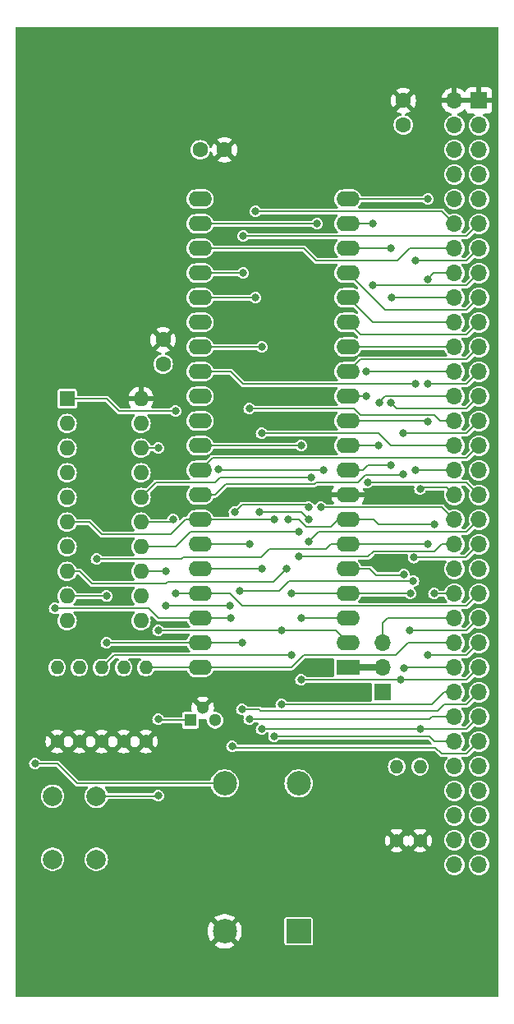
<source format=gtl>
G04 #@! TF.GenerationSoftware,KiCad,Pcbnew,(7.0.0)*
G04 #@! TF.CreationDate,2024-08-22T13:09:56-04:00*
G04 #@! TF.ProjectId,LB-65CXX-01,4c422d36-3543-4585-982d-30312e6b6963,1*
G04 #@! TF.SameCoordinates,Original*
G04 #@! TF.FileFunction,Copper,L1,Top*
G04 #@! TF.FilePolarity,Positive*
%FSLAX46Y46*%
G04 Gerber Fmt 4.6, Leading zero omitted, Abs format (unit mm)*
G04 Created by KiCad (PCBNEW (7.0.0)) date 2024-08-22 13:09:56*
%MOMM*%
%LPD*%
G01*
G04 APERTURE LIST*
G04 #@! TA.AperFunction,ComponentPad*
%ADD10R,1.700000X1.700000*%
G04 #@! TD*
G04 #@! TA.AperFunction,ComponentPad*
%ADD11O,1.700000X1.700000*%
G04 #@! TD*
G04 #@! TA.AperFunction,ComponentPad*
%ADD12R,2.400000X1.600000*%
G04 #@! TD*
G04 #@! TA.AperFunction,ComponentPad*
%ADD13O,2.400000X1.600000*%
G04 #@! TD*
G04 #@! TA.AperFunction,ComponentPad*
%ADD14C,1.400000*%
G04 #@! TD*
G04 #@! TA.AperFunction,ComponentPad*
%ADD15O,1.400000X1.400000*%
G04 #@! TD*
G04 #@! TA.AperFunction,ComponentPad*
%ADD16R,1.300000X1.300000*%
G04 #@! TD*
G04 #@! TA.AperFunction,ComponentPad*
%ADD17C,1.300000*%
G04 #@! TD*
G04 #@! TA.AperFunction,ComponentPad*
%ADD18R,1.600000X1.600000*%
G04 #@! TD*
G04 #@! TA.AperFunction,ComponentPad*
%ADD19O,1.600000X1.600000*%
G04 #@! TD*
G04 #@! TA.AperFunction,ComponentPad*
%ADD20C,1.600000*%
G04 #@! TD*
G04 #@! TA.AperFunction,ComponentPad*
%ADD21R,2.500000X2.500000*%
G04 #@! TD*
G04 #@! TA.AperFunction,ComponentPad*
%ADD22C,2.500000*%
G04 #@! TD*
G04 #@! TA.AperFunction,ComponentPad*
%ADD23C,2.000000*%
G04 #@! TD*
G04 #@! TA.AperFunction,ViaPad*
%ADD24C,0.800000*%
G04 #@! TD*
G04 #@! TA.AperFunction,Conductor*
%ADD25C,0.203200*%
G04 #@! TD*
G04 #@! TA.AperFunction,Conductor*
%ADD26C,0.635000*%
G04 #@! TD*
G04 APERTURE END LIST*
D10*
X179889999Y-54614999D03*
D11*
X177349999Y-54614999D03*
X179889999Y-57154999D03*
X177349999Y-57154999D03*
X179889999Y-59694999D03*
X177349999Y-59694999D03*
X179889999Y-62234999D03*
X177349999Y-62234999D03*
X179889999Y-64774999D03*
X177349999Y-64774999D03*
X179889999Y-67314999D03*
X177349999Y-67314999D03*
X179889999Y-69854999D03*
X177349999Y-69854999D03*
X179889999Y-72394999D03*
X177349999Y-72394999D03*
X179889999Y-74934999D03*
X177349999Y-74934999D03*
X179889999Y-77474999D03*
X177349999Y-77474999D03*
X179889999Y-80014999D03*
X177349999Y-80014999D03*
X179889999Y-82554999D03*
X177349999Y-82554999D03*
X179889999Y-85094999D03*
X177349999Y-85094999D03*
X179889999Y-87634999D03*
X177349999Y-87634999D03*
X179889999Y-90174999D03*
X177349999Y-90174999D03*
X179889999Y-92714999D03*
X177349999Y-92714999D03*
X179889999Y-95254999D03*
X177349999Y-95254999D03*
X179889999Y-97794999D03*
X177349999Y-97794999D03*
X179889999Y-100334999D03*
X177349999Y-100334999D03*
X179889999Y-102874999D03*
X177349999Y-102874999D03*
X179889999Y-105414999D03*
X177349999Y-105414999D03*
X179889999Y-107954999D03*
X177349999Y-107954999D03*
X179889999Y-110494999D03*
X177349999Y-110494999D03*
X179889999Y-113034999D03*
X177349999Y-113034999D03*
X179889999Y-115574999D03*
X177349999Y-115574999D03*
X179889999Y-118114999D03*
X177349999Y-118114999D03*
X179889999Y-120654999D03*
X177349999Y-120654999D03*
X179889999Y-123194999D03*
X177349999Y-123194999D03*
X179889999Y-125734999D03*
X177349999Y-125734999D03*
X179889999Y-128274999D03*
X177349999Y-128274999D03*
X179889999Y-130814999D03*
X177349999Y-130814999D03*
X179889999Y-133354999D03*
X177349999Y-133354999D03*
D12*
X166374999Y-113024999D03*
D13*
X166374999Y-110484999D03*
X166374999Y-107944999D03*
X166374999Y-105404999D03*
X166374999Y-102864999D03*
X166374999Y-100324999D03*
X166374999Y-97784999D03*
X166374999Y-95244999D03*
X166374999Y-92704999D03*
X166374999Y-90164999D03*
X166374999Y-87624999D03*
X166374999Y-85084999D03*
X166374999Y-82544999D03*
X166374999Y-80004999D03*
X166374999Y-77464999D03*
X166374999Y-74924999D03*
X166374999Y-72384999D03*
X166374999Y-69844999D03*
X166374999Y-67304999D03*
X166374999Y-64764999D03*
X151134999Y-64764999D03*
X151134999Y-67304999D03*
X151134999Y-69844999D03*
X151134999Y-72384999D03*
X151134999Y-74924999D03*
X151134999Y-77464999D03*
X151134999Y-80004999D03*
X151134999Y-82544999D03*
X151134999Y-85084999D03*
X151134999Y-87624999D03*
X151134999Y-90164999D03*
X151134999Y-92704999D03*
X151134999Y-95244999D03*
X151134999Y-97784999D03*
X151134999Y-100324999D03*
X151134999Y-102864999D03*
X151134999Y-105404999D03*
X151134999Y-107944999D03*
X151134999Y-110484999D03*
X151134999Y-113024999D03*
D14*
X171399200Y-130860800D03*
D15*
X171399199Y-123240799D03*
D14*
X145542000Y-120650000D03*
D15*
X145541999Y-113029999D03*
D14*
X140970000Y-120650000D03*
D15*
X140969999Y-113029999D03*
D14*
X136398000Y-120650000D03*
D15*
X136397999Y-113029999D03*
D16*
X150129999Y-118469999D03*
D17*
X151400000Y-117200000D03*
X152670000Y-118470000D03*
D14*
X143256000Y-120650000D03*
D15*
X143255999Y-113029999D03*
D10*
X169925999Y-115554999D03*
D11*
X169925999Y-113014999D03*
X169925999Y-110474999D03*
D14*
X173812200Y-130860800D03*
D15*
X173812199Y-123240799D03*
D18*
X137423999Y-85348999D03*
D19*
X137423999Y-87888999D03*
X137423999Y-90428999D03*
X137423999Y-92968999D03*
X137423999Y-95508999D03*
X137423999Y-98048999D03*
X137423999Y-100588999D03*
X137423999Y-103128999D03*
X137423999Y-105668999D03*
X137423999Y-108208999D03*
X145043999Y-108208999D03*
X145043999Y-105668999D03*
X145043999Y-103128999D03*
X145043999Y-100588999D03*
X145043999Y-98048999D03*
X145043999Y-95508999D03*
X145043999Y-92968999D03*
X145043999Y-90428999D03*
X145043999Y-87888999D03*
X145043999Y-85348999D03*
D20*
X151150000Y-59690000D03*
X153650000Y-59690000D03*
D21*
X161289999Y-140207999D03*
D22*
X161290000Y-124968000D03*
X153670000Y-124968000D03*
X153670000Y-140208000D03*
D20*
X172085000Y-57130000D03*
X172085000Y-54630000D03*
D23*
X135926000Y-132790000D03*
X135926000Y-126290000D03*
X140426000Y-132790000D03*
X140426000Y-126290000D03*
D14*
X138684000Y-120650000D03*
D15*
X138683999Y-113029999D03*
D20*
X147320000Y-81768000D03*
X147320000Y-79268000D03*
D24*
X174625000Y-64770000D03*
X174625000Y-73006500D03*
X173355000Y-71120000D03*
X163195000Y-67310000D03*
X155575000Y-72390000D03*
X155575000Y-68580000D03*
X156845000Y-74930000D03*
X156845000Y-66040000D03*
X154686000Y-97028000D03*
X173817095Y-94633500D03*
X162306000Y-96520000D03*
X153016500Y-92601500D03*
X168396316Y-93980000D03*
X163830000Y-92710000D03*
X173350000Y-92715000D03*
X173355000Y-83820000D03*
X157498500Y-80010000D03*
X157480000Y-88900000D03*
X170815000Y-85748500D03*
X170815000Y-92202000D03*
X169550000Y-90165000D03*
X169582000Y-85725000D03*
X161544000Y-90170000D03*
X174625000Y-83820000D03*
X174625000Y-87667011D03*
X156210000Y-86360000D03*
X168275000Y-82550000D03*
X168275000Y-85090000D03*
X172085000Y-93091000D03*
X172085000Y-88900000D03*
X170852000Y-74930000D03*
X170815000Y-69850000D03*
X168910000Y-73660000D03*
X168915000Y-67305000D03*
X148590000Y-86614000D03*
X134112000Y-122936000D03*
X148590000Y-105410000D03*
X173812200Y-119380000D03*
X157480000Y-119380000D03*
X157480000Y-102870000D03*
X146812000Y-118364000D03*
X146812000Y-126238000D03*
X175260000Y-105410000D03*
X160038500Y-102870000D03*
X175260000Y-98298000D03*
X160209903Y-97790000D03*
X172789300Y-109220000D03*
X160528000Y-111760000D03*
X160528000Y-105410000D03*
X172796200Y-105405000D03*
X174606500Y-111760000D03*
X174606500Y-100330000D03*
X140462000Y-101854000D03*
X171856400Y-114300000D03*
X161544000Y-107950000D03*
X161544000Y-114300000D03*
X155448000Y-110490000D03*
X141473000Y-105669000D03*
X141478000Y-110490000D03*
X155448000Y-117348000D03*
X146812000Y-109220000D03*
X146812000Y-90424000D03*
X159512000Y-116840000D03*
X159512000Y-109220000D03*
X156210000Y-100330000D03*
X156210000Y-118364000D03*
X158755000Y-97785000D03*
X158755000Y-120137000D03*
X172135800Y-103454200D03*
X172135800Y-113055400D03*
X148336000Y-97790000D03*
X162306000Y-100076000D03*
X157226000Y-97028000D03*
X162306000Y-97790000D03*
X162560000Y-93472000D03*
X163576000Y-96520000D03*
X154178000Y-106680000D03*
X147569000Y-106675000D03*
X147569000Y-103129000D03*
X173151800Y-101694700D03*
X173126400Y-104140000D03*
X155194000Y-105156000D03*
X161290000Y-101600000D03*
X161290000Y-99060000D03*
X154305000Y-107950000D03*
X136144000Y-106934000D03*
X154432000Y-121158000D03*
D25*
X177350000Y-72395000D02*
X175236500Y-72395000D01*
X166375000Y-64765000D02*
X174620000Y-64765000D01*
X175236500Y-72395000D02*
X174625000Y-73006500D01*
X174620000Y-64765000D02*
X174625000Y-64770000D01*
X173355000Y-71120000D02*
X178625000Y-71120000D01*
X163195000Y-67310000D02*
X163190000Y-67305000D01*
X179890000Y-69855000D02*
X178625000Y-71120000D01*
X163190000Y-67305000D02*
X151135000Y-67305000D01*
X171450000Y-71120000D02*
X163068000Y-71120000D01*
X172715000Y-69855000D02*
X171450000Y-71120000D01*
X151135000Y-69845000D02*
X161793000Y-69845000D01*
X177350000Y-69855000D02*
X172715000Y-69855000D01*
X161793000Y-69845000D02*
X163068000Y-71120000D01*
X155570000Y-72385000D02*
X155575000Y-72390000D01*
X178625000Y-68580000D02*
X155575000Y-68580000D01*
X179890000Y-67315000D02*
X178625000Y-68580000D01*
X151135000Y-72385000D02*
X155570000Y-72385000D01*
X156845000Y-74930000D02*
X156840000Y-74925000D01*
X156845000Y-66040000D02*
X176075000Y-66040000D01*
X156840000Y-74925000D02*
X151135000Y-74925000D01*
X176075000Y-66040000D02*
X177350000Y-67315000D01*
X173962595Y-94488000D02*
X176530000Y-94488000D01*
X162052000Y-96266000D02*
X155448000Y-96266000D01*
X177297000Y-95255000D02*
X176530000Y-94488000D01*
X155448000Y-96266000D02*
X154686000Y-97028000D01*
X162306000Y-96520000D02*
X162052000Y-96266000D01*
X173962595Y-94488000D02*
X173817095Y-94633500D01*
X168396316Y-93980000D02*
X178615000Y-93980000D01*
X153125000Y-92710000D02*
X153016500Y-92601500D01*
X178615000Y-93980000D02*
X179890000Y-95255000D01*
X153125000Y-92710000D02*
X163830000Y-92710000D01*
X151135000Y-82545000D02*
X154300000Y-82545000D01*
X154300000Y-82545000D02*
X155575000Y-83820000D01*
X173355000Y-83820000D02*
X155575000Y-83820000D01*
X177350000Y-92715000D02*
X173350000Y-92715000D01*
X157480000Y-88900000D02*
X169545000Y-88900000D01*
X151135000Y-80005000D02*
X157493500Y-80005000D01*
X177350000Y-90175000D02*
X170820000Y-90175000D01*
X157493500Y-80005000D02*
X157498500Y-80010000D01*
X170820000Y-90175000D02*
X169545000Y-88900000D01*
X178625000Y-86360000D02*
X171426500Y-86360000D01*
X166375000Y-92705000D02*
X167899000Y-92705000D01*
X171426500Y-86360000D02*
X170815000Y-85748500D01*
X167899000Y-92705000D02*
X168402000Y-92202000D01*
X179890000Y-85095000D02*
X178625000Y-86360000D01*
X168402000Y-92202000D02*
X170815000Y-92202000D01*
X169582000Y-85698000D02*
X170185000Y-85095000D01*
X170185000Y-85095000D02*
X177350000Y-85095000D01*
X166375000Y-90165000D02*
X169550000Y-90165000D01*
X169582000Y-85725000D02*
X169582000Y-85698000D01*
X151135000Y-90165000D02*
X161539000Y-90165000D01*
X161539000Y-90165000D02*
X161544000Y-90170000D01*
X166375000Y-87625000D02*
X174582989Y-87625000D01*
X178625000Y-83820000D02*
X179890000Y-82555000D01*
X174625000Y-83820000D02*
X178625000Y-83820000D01*
X174625000Y-87667011D02*
X174582989Y-87625000D01*
X175268511Y-87013511D02*
X175890000Y-87635000D01*
X167658511Y-87013511D02*
X175268511Y-87013511D01*
X167005000Y-86360000D02*
X167658511Y-87013511D01*
X175890000Y-87635000D02*
X177350000Y-87635000D01*
X156210000Y-86360000D02*
X167005000Y-86360000D01*
X168280000Y-82555000D02*
X177350000Y-82555000D01*
X166375000Y-85085000D02*
X168270000Y-85085000D01*
X168275000Y-82550000D02*
X168280000Y-82555000D01*
X168270000Y-85085000D02*
X168275000Y-85090000D01*
X167386000Y-93980000D02*
X168148000Y-93218000D01*
X171958000Y-93218000D02*
X172085000Y-93091000D01*
X172085000Y-88900000D02*
X178625000Y-88900000D01*
X168148000Y-93218000D02*
X171958000Y-93218000D01*
X179890000Y-87635000D02*
X178625000Y-88900000D01*
X152659000Y-95245000D02*
X153778489Y-94125511D01*
X162959511Y-94125511D02*
X163105022Y-93980000D01*
X163105022Y-93980000D02*
X167386000Y-93980000D01*
X151135000Y-95245000D02*
X152659000Y-95245000D01*
X153778489Y-94125511D02*
X162959511Y-94125511D01*
X179890000Y-80015000D02*
X178625000Y-81280000D01*
X167640000Y-81280000D02*
X166375000Y-82545000D01*
X178625000Y-81280000D02*
X167640000Y-81280000D01*
X178625000Y-91440000D02*
X152400000Y-91440000D01*
X179890000Y-90175000D02*
X178625000Y-91440000D01*
X152400000Y-91440000D02*
X151135000Y-92705000D01*
X166375000Y-80005000D02*
X177340000Y-80005000D01*
X167650000Y-78740000D02*
X178625000Y-78740000D01*
X166375000Y-77465000D02*
X167650000Y-78740000D01*
X178625000Y-78740000D02*
X179890000Y-77475000D01*
X168925000Y-77475000D02*
X177350000Y-77475000D01*
X166375000Y-74925000D02*
X168925000Y-77475000D01*
X178625000Y-76200000D02*
X170190000Y-76200000D01*
X179890000Y-74935000D02*
X178625000Y-76200000D01*
X170190000Y-76200000D02*
X166375000Y-72385000D01*
X166375000Y-69845000D02*
X170810000Y-69845000D01*
X170857000Y-74935000D02*
X177350000Y-74935000D01*
X170852000Y-74930000D02*
X170857000Y-74935000D01*
X170810000Y-69845000D02*
X170815000Y-69850000D01*
X179890000Y-72395000D02*
X178625000Y-73660000D01*
X166375000Y-67305000D02*
X168915000Y-67305000D01*
X178625000Y-73660000D02*
X168910000Y-73660000D01*
X155458000Y-106680000D02*
X154183000Y-105405000D01*
X151135000Y-105405000D02*
X148595000Y-105405000D01*
X151135000Y-105405000D02*
X154183000Y-105405000D01*
X142748000Y-86614000D02*
X141478000Y-85344000D01*
X138430000Y-124968000D02*
X136398000Y-122936000D01*
X153670000Y-124968000D02*
X138430000Y-124968000D01*
X136398000Y-122936000D02*
X134112000Y-122936000D01*
X178625000Y-106680000D02*
X155458000Y-106680000D01*
X148595000Y-105405000D02*
X148590000Y-105410000D01*
X137424000Y-85349000D02*
X141473000Y-85349000D01*
X142748000Y-86614000D02*
X148590000Y-86614000D01*
X179890000Y-105415000D02*
X178625000Y-106680000D01*
X141473000Y-85349000D02*
X141478000Y-85344000D01*
X179890000Y-118115000D02*
X178625000Y-119380000D01*
X173812200Y-119380000D02*
X178625000Y-119380000D01*
X151135000Y-102865000D02*
X157475000Y-102865000D01*
X157480000Y-119380000D02*
X173812200Y-119380000D01*
X157475000Y-102865000D02*
X157480000Y-102870000D01*
X177350000Y-110495000D02*
X172588000Y-110495000D01*
X160533000Y-113025000D02*
X161798000Y-111760000D01*
X151135000Y-113025000D02*
X160533000Y-113025000D01*
X150130000Y-118470000D02*
X146918000Y-118470000D01*
X145542000Y-113030000D02*
X151130000Y-113030000D01*
X146760000Y-126290000D02*
X140426000Y-126290000D01*
X161798000Y-111760000D02*
X171323000Y-111760000D01*
X172588000Y-110495000D02*
X171323000Y-111760000D01*
X146812000Y-126238000D02*
X146760000Y-126290000D01*
X146918000Y-118470000D02*
X146812000Y-118364000D01*
X169519600Y-98298000D02*
X169006600Y-97785000D01*
X138689000Y-103129000D02*
X137424000Y-103129000D01*
X139954000Y-104394000D02*
X138689000Y-103129000D01*
X158725989Y-104182511D02*
X147785489Y-104182511D01*
X162052000Y-98552000D02*
X161285000Y-97785000D01*
X147785489Y-104182511D02*
X147574000Y-104394000D01*
X165359000Y-97785000D02*
X164592000Y-98552000D01*
X175260000Y-98298000D02*
X169519600Y-98298000D01*
X164592000Y-98552000D02*
X162052000Y-98552000D01*
X175260000Y-105410000D02*
X175265000Y-105415000D01*
X175265000Y-105415000D02*
X177350000Y-105415000D01*
X147574000Y-104394000D02*
X139954000Y-104394000D01*
X160214903Y-97785000D02*
X160209903Y-97790000D01*
X160038500Y-102870000D02*
X158725989Y-104182511D01*
X161285000Y-97785000D02*
X160214903Y-97785000D01*
X169006600Y-97785000D02*
X166375000Y-97785000D01*
X160528000Y-105410000D02*
X163322000Y-105410000D01*
X161803000Y-105405000D02*
X161798000Y-105410000D01*
X163327000Y-105405000D02*
X161803000Y-105405000D01*
X166375000Y-105405000D02*
X172796200Y-105405000D01*
X140970000Y-113030000D02*
X142240000Y-111760000D01*
X172789300Y-109220000D02*
X178625000Y-109220000D01*
X160274000Y-111760000D02*
X160528000Y-111760000D01*
X166375000Y-105405000D02*
X163327000Y-105405000D01*
X178625000Y-109220000D02*
X179890000Y-107955000D01*
X163322000Y-105410000D02*
X163327000Y-105405000D01*
X142240000Y-111760000D02*
X160274000Y-111760000D01*
X170439000Y-107955000D02*
X169926000Y-108468000D01*
X170439000Y-107955000D02*
X177350000Y-107955000D01*
X169926000Y-108468000D02*
X169926000Y-110475000D01*
X158242000Y-100838000D02*
X157437489Y-101642511D01*
X164597000Y-100325000D02*
X164084000Y-100838000D01*
X164084000Y-100838000D02*
X158242000Y-100838000D01*
X174601500Y-100325000D02*
X174606500Y-100330000D01*
X149394511Y-101642511D02*
X149183022Y-101854000D01*
X157437489Y-101642511D02*
X149394511Y-101642511D01*
X149183022Y-101854000D02*
X140462000Y-101854000D01*
X178625000Y-111760000D02*
X179890000Y-110495000D01*
X174606500Y-111760000D02*
X178625000Y-111760000D01*
X166375000Y-100325000D02*
X164597000Y-100325000D01*
X166375000Y-100325000D02*
X174601500Y-100325000D01*
X179890000Y-113035000D02*
X178625000Y-114300000D01*
X161544000Y-114300000D02*
X171856400Y-114300000D01*
X161549000Y-107945000D02*
X166375000Y-107945000D01*
X161544000Y-107950000D02*
X161549000Y-107945000D01*
X171856400Y-114300000D02*
X178625000Y-114300000D01*
X137424000Y-105669000D02*
X141473000Y-105669000D01*
X155443000Y-110485000D02*
X151135000Y-110485000D01*
X145024000Y-110490000D02*
X145029000Y-110485000D01*
X157371511Y-117493511D02*
X157226000Y-117348000D01*
X141478000Y-110490000D02*
X145024000Y-110490000D01*
X175622489Y-117493511D02*
X176276000Y-116840000D01*
X157371511Y-117493511D02*
X175622489Y-117493511D01*
X151135000Y-110485000D02*
X145029000Y-110485000D01*
X178625000Y-116840000D02*
X179890000Y-115575000D01*
X157226000Y-117348000D02*
X155448000Y-117348000D01*
X176276000Y-116840000D02*
X178625000Y-116840000D01*
X155448000Y-110490000D02*
X155443000Y-110485000D01*
X176271000Y-115575000D02*
X175006000Y-116840000D01*
X146807000Y-90429000D02*
X146812000Y-90424000D01*
X145044000Y-90429000D02*
X146807000Y-90429000D01*
X177350000Y-115575000D02*
X176271000Y-115575000D01*
X166365000Y-110485000D02*
X165100000Y-109220000D01*
X159512000Y-116840000D02*
X175006000Y-116840000D01*
X146812000Y-109220000D02*
X165100000Y-109220000D01*
X156210000Y-118364000D02*
X174752000Y-118364000D01*
X151135000Y-100325000D02*
X156205000Y-100325000D01*
X174752000Y-118364000D02*
X175006000Y-118110000D01*
X156205000Y-100325000D02*
X156210000Y-100330000D01*
X175006000Y-118110000D02*
X175011000Y-118115000D01*
X175011000Y-118115000D02*
X177350000Y-118115000D01*
X158755000Y-120137000D02*
X174747000Y-120137000D01*
X137424000Y-98049000D02*
X139705000Y-98049000D01*
X148072000Y-99314000D02*
X149601000Y-97785000D01*
X177350000Y-120655000D02*
X175265000Y-120655000D01*
X139705000Y-98049000D02*
X140970000Y-99314000D01*
X174747000Y-120137000D02*
X175265000Y-120655000D01*
X140970000Y-99314000D02*
X148072000Y-99314000D01*
X151135000Y-97785000D02*
X158755000Y-97785000D01*
X149601000Y-97785000D02*
X151135000Y-97785000D01*
X169247100Y-103486500D02*
X172103500Y-103486500D01*
X168625600Y-102865000D02*
X169247100Y-103486500D01*
X172156200Y-113035000D02*
X177350000Y-113035000D01*
X172156200Y-113035000D02*
X172135800Y-113055400D01*
X172103500Y-103486500D02*
X172135800Y-103454200D01*
X166375000Y-102865000D02*
X168625600Y-102865000D01*
X163322000Y-99060000D02*
X178625000Y-99060000D01*
X178625000Y-99060000D02*
X179890000Y-97795000D01*
X145044000Y-98049000D02*
X148077000Y-98049000D01*
X163322000Y-99060000D02*
X162306000Y-100076000D01*
X161544000Y-97028000D02*
X162306000Y-97790000D01*
X157226000Y-97028000D02*
X161544000Y-97028000D01*
X148077000Y-98049000D02*
X148336000Y-97790000D01*
X146573000Y-93980000D02*
X152654000Y-93980000D01*
X176075000Y-96520000D02*
X177350000Y-97795000D01*
X152654000Y-93980000D02*
X153162000Y-93472000D01*
X145044000Y-95509000D02*
X146573000Y-93980000D01*
X153162000Y-93472000D02*
X162560000Y-93472000D01*
X163576000Y-96520000D02*
X176075000Y-96520000D01*
X159258000Y-105156000D02*
X155194000Y-105156000D01*
X173126400Y-104140000D02*
X160274000Y-104140000D01*
X173151800Y-101694700D02*
X178530300Y-101694700D01*
X160274000Y-104140000D02*
X159258000Y-105156000D01*
X178530300Y-101694700D02*
X179890000Y-100335000D01*
X145044000Y-103129000D02*
X147569000Y-103129000D01*
X147569000Y-106675000D02*
X154173000Y-106675000D01*
X154173000Y-106675000D02*
X154178000Y-106680000D01*
X145044000Y-100589000D02*
X148585000Y-100589000D01*
X168986200Y-101041200D02*
X168427400Y-101600000D01*
X161290000Y-99060000D02*
X150114000Y-99060000D01*
X177350000Y-100335000D02*
X176017000Y-100335000D01*
X175310800Y-101041200D02*
X168986200Y-101041200D01*
X148585000Y-100589000D02*
X150114000Y-99060000D01*
X168427400Y-101600000D02*
X161290000Y-101600000D01*
X176017000Y-100335000D02*
X175310800Y-101041200D01*
X178625000Y-121920000D02*
X179890000Y-120655000D01*
X154577511Y-121303511D02*
X175405511Y-121303511D01*
X146807000Y-107945000D02*
X145796000Y-106934000D01*
X154432000Y-121158000D02*
X154577511Y-121303511D01*
X151135000Y-107945000D02*
X146807000Y-107945000D01*
X154300000Y-107945000D02*
X151135000Y-107945000D01*
X154305000Y-107950000D02*
X154300000Y-107945000D01*
X175405511Y-121303511D02*
X176022000Y-121920000D01*
X145796000Y-106934000D02*
X136144000Y-106934000D01*
X176022000Y-121920000D02*
X178625000Y-121920000D01*
D26*
X166375000Y-113025000D02*
X169916000Y-113025000D01*
G04 #@! TA.AperFunction,Conductor*
G36*
X181861500Y-47092381D02*
G01*
X181907619Y-47138500D01*
X181924500Y-47201500D01*
X181924500Y-146798500D01*
X181907619Y-146861500D01*
X181861500Y-146907619D01*
X181798500Y-146924500D01*
X132206000Y-146924500D01*
X132143000Y-146907619D01*
X132096881Y-146861500D01*
X132080000Y-146798500D01*
X132080000Y-141618414D01*
X152622253Y-141618414D01*
X152629919Y-141626598D01*
X152784640Y-141732086D01*
X152792784Y-141736788D01*
X153021679Y-141847018D01*
X153030436Y-141850455D01*
X153273209Y-141925341D01*
X153282366Y-141927431D01*
X153533594Y-141965297D01*
X153542972Y-141966000D01*
X153797028Y-141966000D01*
X153806405Y-141965297D01*
X154057633Y-141927431D01*
X154066790Y-141925341D01*
X154309563Y-141850455D01*
X154318320Y-141847018D01*
X154547215Y-141736788D01*
X154555359Y-141732086D01*
X154710079Y-141626598D01*
X154717745Y-141618414D01*
X154711731Y-141608941D01*
X154580854Y-141478064D01*
X159836300Y-141478064D01*
X159837505Y-141484123D01*
X159837506Y-141484130D01*
X159845697Y-141525309D01*
X159845698Y-141525313D01*
X159848119Y-141537480D01*
X159893140Y-141604860D01*
X159960520Y-141649881D01*
X159972689Y-141652301D01*
X159972690Y-141652302D01*
X159992901Y-141656322D01*
X160019936Y-141661700D01*
X162553877Y-141661700D01*
X162560064Y-141661700D01*
X162619480Y-141649881D01*
X162686860Y-141604860D01*
X162731881Y-141537480D01*
X162743700Y-141478064D01*
X162743700Y-138937936D01*
X162731881Y-138878520D01*
X162686860Y-138811140D01*
X162619480Y-138766119D01*
X162607313Y-138763698D01*
X162607309Y-138763697D01*
X162566130Y-138755506D01*
X162566123Y-138755505D01*
X162560064Y-138754300D01*
X160019936Y-138754300D01*
X160013877Y-138755505D01*
X160013869Y-138755506D01*
X159972690Y-138763697D01*
X159972684Y-138763699D01*
X159960520Y-138766119D01*
X159950202Y-138773012D01*
X159950202Y-138773013D01*
X159903455Y-138804247D01*
X159903452Y-138804249D01*
X159893140Y-138811140D01*
X159886249Y-138821452D01*
X159886247Y-138821455D01*
X159855013Y-138868202D01*
X159848119Y-138878520D01*
X159845699Y-138890684D01*
X159845697Y-138890690D01*
X159837506Y-138931869D01*
X159837505Y-138931877D01*
X159836300Y-138937936D01*
X159836300Y-141478064D01*
X154580854Y-141478064D01*
X153681729Y-140578939D01*
X153669999Y-140572167D01*
X153658270Y-140578939D01*
X152628267Y-141608941D01*
X152622253Y-141618414D01*
X132080000Y-141618414D01*
X132080000Y-140212697D01*
X151907422Y-140212697D01*
X151926407Y-140466045D01*
X151927810Y-140475352D01*
X151984342Y-140723033D01*
X151987116Y-140732026D01*
X152079931Y-140968514D01*
X152084014Y-140976994D01*
X152211038Y-141197005D01*
X152216342Y-141204785D01*
X152248579Y-141245209D01*
X152259997Y-141253310D01*
X152272250Y-141246538D01*
X153299060Y-140219729D01*
X153305832Y-140208000D01*
X154034167Y-140208000D01*
X154040939Y-140219729D01*
X155067749Y-141246539D01*
X155080001Y-141253311D01*
X155091419Y-141245209D01*
X155123657Y-141204784D01*
X155128960Y-141197007D01*
X155255985Y-140976994D01*
X155260068Y-140968514D01*
X155352883Y-140732026D01*
X155355657Y-140723033D01*
X155412189Y-140475352D01*
X155413592Y-140466045D01*
X155432578Y-140212697D01*
X155432578Y-140203303D01*
X155413592Y-139949954D01*
X155412189Y-139940647D01*
X155355657Y-139692966D01*
X155352883Y-139683973D01*
X155260068Y-139447485D01*
X155255985Y-139439005D01*
X155128961Y-139218994D01*
X155123657Y-139211214D01*
X155091420Y-139170790D01*
X155080000Y-139162688D01*
X155067749Y-139169459D01*
X154040939Y-140196270D01*
X154034167Y-140208000D01*
X153305832Y-140208000D01*
X153299060Y-140196270D01*
X152272250Y-139169460D01*
X152259997Y-139162688D01*
X152248579Y-139170789D01*
X152216339Y-139211219D01*
X152211040Y-139218990D01*
X152084014Y-139439005D01*
X152079931Y-139447485D01*
X151987116Y-139683973D01*
X151984342Y-139692966D01*
X151927810Y-139940647D01*
X151926407Y-139949954D01*
X151907422Y-140203303D01*
X151907422Y-140212697D01*
X132080000Y-140212697D01*
X132080000Y-138797585D01*
X152622253Y-138797585D01*
X152628267Y-138807057D01*
X153658270Y-139837060D01*
X153669999Y-139843832D01*
X153681729Y-139837060D01*
X154711731Y-138807057D01*
X154717745Y-138797585D01*
X154710076Y-138789397D01*
X154555359Y-138683913D01*
X154547215Y-138679211D01*
X154318320Y-138568981D01*
X154309563Y-138565544D01*
X154066790Y-138490658D01*
X154057633Y-138488568D01*
X153806405Y-138450702D01*
X153797028Y-138450000D01*
X153542972Y-138450000D01*
X153533594Y-138450702D01*
X153282366Y-138488568D01*
X153273209Y-138490658D01*
X153030436Y-138565544D01*
X153021679Y-138568981D01*
X152792783Y-138679212D01*
X152784638Y-138683914D01*
X152629920Y-138789399D01*
X152622253Y-138797585D01*
X132080000Y-138797585D01*
X132080000Y-132790000D01*
X134717143Y-132790000D01*
X134717680Y-132795795D01*
X134737188Y-133006329D01*
X134737189Y-133006336D01*
X134737726Y-133012127D01*
X134739319Y-133017728D01*
X134739320Y-133017730D01*
X134797178Y-133221083D01*
X134797180Y-133221089D01*
X134798774Y-133226690D01*
X134898209Y-133426381D01*
X134901718Y-133431028D01*
X134901719Y-133431029D01*
X135029131Y-133599751D01*
X135029135Y-133599755D01*
X135032644Y-133604402D01*
X135036946Y-133608324D01*
X135036949Y-133608327D01*
X135098005Y-133663986D01*
X135197501Y-133754689D01*
X135202455Y-133757756D01*
X135202456Y-133757757D01*
X135382215Y-133869059D01*
X135382219Y-133869061D01*
X135387166Y-133872124D01*
X135392596Y-133874227D01*
X135392597Y-133874228D01*
X135570728Y-133943237D01*
X135595181Y-133952710D01*
X135814461Y-133993700D01*
X136031711Y-133993700D01*
X136037539Y-133993700D01*
X136256819Y-133952710D01*
X136464834Y-133872124D01*
X136654499Y-133754689D01*
X136819356Y-133604402D01*
X136953791Y-133426381D01*
X137053226Y-133226690D01*
X137114274Y-133012127D01*
X137134857Y-132790000D01*
X139217143Y-132790000D01*
X139217680Y-132795795D01*
X139237188Y-133006329D01*
X139237189Y-133006336D01*
X139237726Y-133012127D01*
X139239319Y-133017728D01*
X139239320Y-133017730D01*
X139297178Y-133221083D01*
X139297180Y-133221089D01*
X139298774Y-133226690D01*
X139398209Y-133426381D01*
X139401718Y-133431028D01*
X139401719Y-133431029D01*
X139529131Y-133599751D01*
X139529135Y-133599755D01*
X139532644Y-133604402D01*
X139536946Y-133608324D01*
X139536949Y-133608327D01*
X139598005Y-133663986D01*
X139697501Y-133754689D01*
X139702455Y-133757756D01*
X139702456Y-133757757D01*
X139882215Y-133869059D01*
X139882219Y-133869061D01*
X139887166Y-133872124D01*
X139892596Y-133874227D01*
X139892597Y-133874228D01*
X140070728Y-133943237D01*
X140095181Y-133952710D01*
X140314461Y-133993700D01*
X140531711Y-133993700D01*
X140537539Y-133993700D01*
X140756819Y-133952710D01*
X140964834Y-133872124D01*
X141154499Y-133754689D01*
X141319356Y-133604402D01*
X141453791Y-133426381D01*
X141489335Y-133355000D01*
X176291202Y-133355000D01*
X176291809Y-133361163D01*
X176310939Y-133555397D01*
X176310940Y-133555405D01*
X176311547Y-133561561D01*
X176313342Y-133567479D01*
X176313343Y-133567483D01*
X176370001Y-133754261D01*
X176371798Y-133760184D01*
X176469642Y-133943237D01*
X176601317Y-134103683D01*
X176761763Y-134235358D01*
X176944816Y-134333202D01*
X177143439Y-134393453D01*
X177350000Y-134413798D01*
X177556561Y-134393453D01*
X177755184Y-134333202D01*
X177938237Y-134235358D01*
X178098683Y-134103683D01*
X178230358Y-133943237D01*
X178328202Y-133760184D01*
X178388453Y-133561561D01*
X178408798Y-133355000D01*
X178831202Y-133355000D01*
X178831809Y-133361163D01*
X178850939Y-133555397D01*
X178850940Y-133555405D01*
X178851547Y-133561561D01*
X178853342Y-133567479D01*
X178853343Y-133567483D01*
X178910001Y-133754261D01*
X178911798Y-133760184D01*
X179009642Y-133943237D01*
X179141317Y-134103683D01*
X179301763Y-134235358D01*
X179484816Y-134333202D01*
X179683439Y-134393453D01*
X179890000Y-134413798D01*
X180096561Y-134393453D01*
X180295184Y-134333202D01*
X180478237Y-134235358D01*
X180638683Y-134103683D01*
X180770358Y-133943237D01*
X180868202Y-133760184D01*
X180928453Y-133561561D01*
X180948798Y-133355000D01*
X180928453Y-133148439D01*
X180868202Y-132949816D01*
X180770358Y-132766763D01*
X180638683Y-132606317D01*
X180478237Y-132474642D01*
X180295184Y-132376798D01*
X180289263Y-132375002D01*
X180289261Y-132375001D01*
X180102483Y-132318343D01*
X180102479Y-132318342D01*
X180096561Y-132316547D01*
X180090405Y-132315940D01*
X180090397Y-132315939D01*
X179896163Y-132296809D01*
X179890000Y-132296202D01*
X179883837Y-132296809D01*
X179689602Y-132315939D01*
X179689592Y-132315940D01*
X179683439Y-132316547D01*
X179677522Y-132318341D01*
X179677516Y-132318343D01*
X179490738Y-132375001D01*
X179490732Y-132375003D01*
X179484816Y-132376798D01*
X179479358Y-132379715D01*
X179479354Y-132379717D01*
X179307222Y-132471724D01*
X179301763Y-132474642D01*
X179296984Y-132478563D01*
X179296978Y-132478568D01*
X179146096Y-132602394D01*
X179146090Y-132602399D01*
X179141317Y-132606317D01*
X179137399Y-132611090D01*
X179137394Y-132611096D01*
X179013568Y-132761978D01*
X179013563Y-132761984D01*
X179009642Y-132766763D01*
X179006724Y-132772221D01*
X179006724Y-132772222D01*
X178914717Y-132944354D01*
X178914715Y-132944358D01*
X178911798Y-132949816D01*
X178910003Y-132955732D01*
X178910001Y-132955738D01*
X178853343Y-133142516D01*
X178853341Y-133142522D01*
X178851547Y-133148439D01*
X178850940Y-133154592D01*
X178850939Y-133154602D01*
X178831809Y-133348837D01*
X178831202Y-133355000D01*
X178408798Y-133355000D01*
X178388453Y-133148439D01*
X178328202Y-132949816D01*
X178230358Y-132766763D01*
X178098683Y-132606317D01*
X177938237Y-132474642D01*
X177755184Y-132376798D01*
X177749263Y-132375002D01*
X177749261Y-132375001D01*
X177562483Y-132318343D01*
X177562479Y-132318342D01*
X177556561Y-132316547D01*
X177550405Y-132315940D01*
X177550397Y-132315939D01*
X177356163Y-132296809D01*
X177350000Y-132296202D01*
X177343837Y-132296809D01*
X177149602Y-132315939D01*
X177149592Y-132315940D01*
X177143439Y-132316547D01*
X177137522Y-132318341D01*
X177137516Y-132318343D01*
X176950738Y-132375001D01*
X176950732Y-132375003D01*
X176944816Y-132376798D01*
X176939358Y-132379715D01*
X176939354Y-132379717D01*
X176767222Y-132471724D01*
X176761763Y-132474642D01*
X176756984Y-132478563D01*
X176756978Y-132478568D01*
X176606096Y-132602394D01*
X176606090Y-132602399D01*
X176601317Y-132606317D01*
X176597399Y-132611090D01*
X176597394Y-132611096D01*
X176473568Y-132761978D01*
X176473563Y-132761984D01*
X176469642Y-132766763D01*
X176466724Y-132772221D01*
X176466724Y-132772222D01*
X176374717Y-132944354D01*
X176374715Y-132944358D01*
X176371798Y-132949816D01*
X176370003Y-132955732D01*
X176370001Y-132955738D01*
X176313343Y-133142516D01*
X176313341Y-133142522D01*
X176311547Y-133148439D01*
X176310940Y-133154592D01*
X176310939Y-133154602D01*
X176291809Y-133348837D01*
X176291202Y-133355000D01*
X141489335Y-133355000D01*
X141553226Y-133226690D01*
X141614274Y-133012127D01*
X141634857Y-132790000D01*
X141614274Y-132567873D01*
X141553226Y-132353310D01*
X141453791Y-132153619D01*
X141339072Y-132001706D01*
X141322868Y-131980248D01*
X141322865Y-131980244D01*
X141319356Y-131975598D01*
X141315053Y-131971675D01*
X141315050Y-131971672D01*
X141209849Y-131875769D01*
X170746862Y-131875769D01*
X170754414Y-131884011D01*
X170788386Y-131907799D01*
X170797879Y-131913280D01*
X170979476Y-131997959D01*
X170989771Y-132001706D01*
X171183322Y-132053569D01*
X171194109Y-132055471D01*
X171393725Y-132072935D01*
X171404675Y-132072935D01*
X171604290Y-132055471D01*
X171615077Y-132053569D01*
X171808628Y-132001706D01*
X171818923Y-131997959D01*
X172000523Y-131913279D01*
X172010008Y-131907802D01*
X172043984Y-131884011D01*
X172051536Y-131875769D01*
X173159862Y-131875769D01*
X173167414Y-131884011D01*
X173201386Y-131907799D01*
X173210879Y-131913280D01*
X173392476Y-131997959D01*
X173402771Y-132001706D01*
X173596322Y-132053569D01*
X173607109Y-132055471D01*
X173806725Y-132072935D01*
X173817675Y-132072935D01*
X174017290Y-132055471D01*
X174028077Y-132053569D01*
X174221628Y-132001706D01*
X174231923Y-131997959D01*
X174413523Y-131913279D01*
X174423008Y-131907802D01*
X174456984Y-131884011D01*
X174464536Y-131875769D01*
X174458526Y-131866336D01*
X173823929Y-131231739D01*
X173812199Y-131224967D01*
X173800471Y-131231738D01*
X173165869Y-131866339D01*
X173159862Y-131875769D01*
X172051536Y-131875769D01*
X172045526Y-131866336D01*
X171410929Y-131231739D01*
X171399199Y-131224967D01*
X171387471Y-131231738D01*
X170752869Y-131866339D01*
X170746862Y-131875769D01*
X141209849Y-131875769D01*
X141154499Y-131825311D01*
X141149545Y-131822244D01*
X141149543Y-131822242D01*
X140969784Y-131710940D01*
X140969776Y-131710936D01*
X140964834Y-131707876D01*
X140959407Y-131705773D01*
X140959402Y-131705771D01*
X140762252Y-131629394D01*
X140762244Y-131629391D01*
X140756819Y-131627290D01*
X140751102Y-131626221D01*
X140751094Y-131626219D01*
X140543265Y-131587370D01*
X140543261Y-131587369D01*
X140537539Y-131586300D01*
X140314461Y-131586300D01*
X140308739Y-131587369D01*
X140308734Y-131587370D01*
X140100905Y-131626219D01*
X140100894Y-131626221D01*
X140095181Y-131627290D01*
X140089758Y-131629390D01*
X140089747Y-131629394D01*
X139892597Y-131705771D01*
X139892587Y-131705775D01*
X139887166Y-131707876D01*
X139882227Y-131710933D01*
X139882215Y-131710940D01*
X139702456Y-131822242D01*
X139702448Y-131822247D01*
X139697501Y-131825311D01*
X139693194Y-131829236D01*
X139693193Y-131829238D01*
X139536949Y-131971672D01*
X139536941Y-131971680D01*
X139532644Y-131975598D01*
X139529139Y-131980238D01*
X139529131Y-131980248D01*
X139401719Y-132148970D01*
X139401715Y-132148975D01*
X139398209Y-132153619D01*
X139395614Y-132158829D01*
X139395611Y-132158835D01*
X139301373Y-132348090D01*
X139298774Y-132353310D01*
X139297181Y-132358906D01*
X139297178Y-132358916D01*
X139264252Y-132474642D01*
X139237726Y-132567873D01*
X139237189Y-132573661D01*
X139237188Y-132573670D01*
X139219740Y-132761978D01*
X139217143Y-132790000D01*
X137134857Y-132790000D01*
X137114274Y-132567873D01*
X137053226Y-132353310D01*
X136953791Y-132153619D01*
X136839072Y-132001706D01*
X136822868Y-131980248D01*
X136822865Y-131980244D01*
X136819356Y-131975598D01*
X136815053Y-131971675D01*
X136815050Y-131971672D01*
X136709849Y-131875769D01*
X136654499Y-131825311D01*
X136649545Y-131822244D01*
X136649543Y-131822242D01*
X136469784Y-131710940D01*
X136469776Y-131710936D01*
X136464834Y-131707876D01*
X136459407Y-131705773D01*
X136459402Y-131705771D01*
X136262252Y-131629394D01*
X136262244Y-131629391D01*
X136256819Y-131627290D01*
X136251102Y-131626221D01*
X136251094Y-131626219D01*
X136043265Y-131587370D01*
X136043261Y-131587369D01*
X136037539Y-131586300D01*
X135814461Y-131586300D01*
X135808739Y-131587369D01*
X135808734Y-131587370D01*
X135600905Y-131626219D01*
X135600894Y-131626221D01*
X135595181Y-131627290D01*
X135589758Y-131629390D01*
X135589747Y-131629394D01*
X135392597Y-131705771D01*
X135392587Y-131705775D01*
X135387166Y-131707876D01*
X135382227Y-131710933D01*
X135382215Y-131710940D01*
X135202456Y-131822242D01*
X135202448Y-131822247D01*
X135197501Y-131825311D01*
X135193194Y-131829236D01*
X135193193Y-131829238D01*
X135036949Y-131971672D01*
X135036941Y-131971680D01*
X135032644Y-131975598D01*
X135029139Y-131980238D01*
X135029131Y-131980248D01*
X134901719Y-132148970D01*
X134901715Y-132148975D01*
X134898209Y-132153619D01*
X134895614Y-132158829D01*
X134895611Y-132158835D01*
X134801373Y-132348090D01*
X134798774Y-132353310D01*
X134797181Y-132358906D01*
X134797178Y-132358916D01*
X134764252Y-132474642D01*
X134737726Y-132567873D01*
X134737189Y-132573661D01*
X134737188Y-132573670D01*
X134719740Y-132761978D01*
X134717143Y-132790000D01*
X132080000Y-132790000D01*
X132080000Y-130866275D01*
X170187065Y-130866275D01*
X170204528Y-131065890D01*
X170206430Y-131076677D01*
X170258293Y-131270228D01*
X170262040Y-131280523D01*
X170346717Y-131462116D01*
X170352200Y-131471613D01*
X170375988Y-131505585D01*
X170384229Y-131513136D01*
X170393659Y-131507129D01*
X171028259Y-130872530D01*
X171035032Y-130860799D01*
X171763367Y-130860799D01*
X171770139Y-130872529D01*
X172404736Y-131507126D01*
X172414169Y-131513136D01*
X172422411Y-131505584D01*
X172446202Y-131471608D01*
X172451678Y-131462123D01*
X172491505Y-131376714D01*
X172538000Y-131323696D01*
X172605700Y-131303963D01*
X172673400Y-131323696D01*
X172719895Y-131376714D01*
X172759717Y-131462116D01*
X172765200Y-131471613D01*
X172788988Y-131505585D01*
X172797229Y-131513136D01*
X172806659Y-131507129D01*
X173441259Y-130872530D01*
X173448032Y-130860799D01*
X174176367Y-130860799D01*
X174183139Y-130872529D01*
X174817736Y-131507126D01*
X174827169Y-131513136D01*
X174835411Y-131505584D01*
X174859202Y-131471608D01*
X174864679Y-131462123D01*
X174949359Y-131280523D01*
X174953106Y-131270228D01*
X175004969Y-131076677D01*
X175006871Y-131065890D01*
X175024335Y-130866275D01*
X175024335Y-130855325D01*
X175020807Y-130815000D01*
X176291202Y-130815000D01*
X176291809Y-130821163D01*
X176310939Y-131015397D01*
X176310940Y-131015405D01*
X176311547Y-131021561D01*
X176371798Y-131220184D01*
X176469642Y-131403237D01*
X176473567Y-131408020D01*
X176473568Y-131408021D01*
X176517968Y-131462123D01*
X176601317Y-131563683D01*
X176761763Y-131695358D01*
X176944816Y-131793202D01*
X177143439Y-131853453D01*
X177350000Y-131873798D01*
X177556561Y-131853453D01*
X177755184Y-131793202D01*
X177938237Y-131695358D01*
X178098683Y-131563683D01*
X178230358Y-131403237D01*
X178328202Y-131220184D01*
X178388453Y-131021561D01*
X178408798Y-130815000D01*
X178831202Y-130815000D01*
X178831809Y-130821163D01*
X178850939Y-131015397D01*
X178850940Y-131015405D01*
X178851547Y-131021561D01*
X178911798Y-131220184D01*
X179009642Y-131403237D01*
X179013567Y-131408020D01*
X179013568Y-131408021D01*
X179057968Y-131462123D01*
X179141317Y-131563683D01*
X179301763Y-131695358D01*
X179484816Y-131793202D01*
X179683439Y-131853453D01*
X179890000Y-131873798D01*
X180096561Y-131853453D01*
X180295184Y-131793202D01*
X180478237Y-131695358D01*
X180638683Y-131563683D01*
X180770358Y-131403237D01*
X180868202Y-131220184D01*
X180928453Y-131021561D01*
X180948798Y-130815000D01*
X180928453Y-130608439D01*
X180868202Y-130409816D01*
X180770358Y-130226763D01*
X180638683Y-130066317D01*
X180478237Y-129934642D01*
X180295184Y-129836798D01*
X180289263Y-129835002D01*
X180289261Y-129835001D01*
X180102483Y-129778343D01*
X180102479Y-129778342D01*
X180096561Y-129776547D01*
X180090405Y-129775940D01*
X180090397Y-129775939D01*
X179896163Y-129756809D01*
X179890000Y-129756202D01*
X179883837Y-129756809D01*
X179689602Y-129775939D01*
X179689592Y-129775940D01*
X179683439Y-129776547D01*
X179677522Y-129778341D01*
X179677516Y-129778343D01*
X179490738Y-129835001D01*
X179490732Y-129835003D01*
X179484816Y-129836798D01*
X179479358Y-129839715D01*
X179479354Y-129839717D01*
X179450272Y-129855262D01*
X179301763Y-129934642D01*
X179296984Y-129938563D01*
X179296978Y-129938568D01*
X179146096Y-130062394D01*
X179146090Y-130062399D01*
X179141317Y-130066317D01*
X179137399Y-130071090D01*
X179137394Y-130071096D01*
X179013568Y-130221978D01*
X179013563Y-130221984D01*
X179009642Y-130226763D01*
X179006724Y-130232221D01*
X179006724Y-130232222D01*
X178914717Y-130404354D01*
X178914715Y-130404358D01*
X178911798Y-130409816D01*
X178910003Y-130415732D01*
X178910001Y-130415738D01*
X178853343Y-130602516D01*
X178853341Y-130602522D01*
X178851547Y-130608439D01*
X178850940Y-130614592D01*
X178850939Y-130614602D01*
X178831809Y-130808837D01*
X178831202Y-130815000D01*
X178408798Y-130815000D01*
X178388453Y-130608439D01*
X178328202Y-130409816D01*
X178230358Y-130226763D01*
X178098683Y-130066317D01*
X177938237Y-129934642D01*
X177755184Y-129836798D01*
X177749263Y-129835002D01*
X177749261Y-129835001D01*
X177562483Y-129778343D01*
X177562479Y-129778342D01*
X177556561Y-129776547D01*
X177550405Y-129775940D01*
X177550397Y-129775939D01*
X177356163Y-129756809D01*
X177350000Y-129756202D01*
X177343837Y-129756809D01*
X177149602Y-129775939D01*
X177149592Y-129775940D01*
X177143439Y-129776547D01*
X177137522Y-129778341D01*
X177137516Y-129778343D01*
X176950738Y-129835001D01*
X176950732Y-129835003D01*
X176944816Y-129836798D01*
X176939358Y-129839715D01*
X176939354Y-129839717D01*
X176910272Y-129855262D01*
X176761763Y-129934642D01*
X176756984Y-129938563D01*
X176756978Y-129938568D01*
X176606096Y-130062394D01*
X176606090Y-130062399D01*
X176601317Y-130066317D01*
X176597399Y-130071090D01*
X176597394Y-130071096D01*
X176473568Y-130221978D01*
X176473563Y-130221984D01*
X176469642Y-130226763D01*
X176466724Y-130232221D01*
X176466724Y-130232222D01*
X176374717Y-130404354D01*
X176374715Y-130404358D01*
X176371798Y-130409816D01*
X176370003Y-130415732D01*
X176370001Y-130415738D01*
X176313343Y-130602516D01*
X176313341Y-130602522D01*
X176311547Y-130608439D01*
X176310940Y-130614592D01*
X176310939Y-130614602D01*
X176291809Y-130808837D01*
X176291202Y-130815000D01*
X175020807Y-130815000D01*
X175006871Y-130655709D01*
X175004969Y-130644922D01*
X174953106Y-130451371D01*
X174949359Y-130441076D01*
X174864680Y-130259479D01*
X174859199Y-130249986D01*
X174835411Y-130216014D01*
X174827169Y-130208462D01*
X174817739Y-130214469D01*
X174183138Y-130849071D01*
X174176367Y-130860799D01*
X173448032Y-130860799D01*
X173441260Y-130849070D01*
X172806662Y-130214472D01*
X172797229Y-130208462D01*
X172788987Y-130216014D01*
X172765198Y-130249989D01*
X172759720Y-130259477D01*
X172719895Y-130344885D01*
X172673400Y-130397903D01*
X172605700Y-130417636D01*
X172538000Y-130397903D01*
X172491505Y-130344885D01*
X172451680Y-130259479D01*
X172446199Y-130249986D01*
X172422411Y-130216014D01*
X172414169Y-130208462D01*
X172404739Y-130214469D01*
X171770138Y-130849071D01*
X171763367Y-130860799D01*
X171035032Y-130860799D01*
X171028260Y-130849070D01*
X170393662Y-130214472D01*
X170384229Y-130208462D01*
X170375987Y-130216014D01*
X170352198Y-130249989D01*
X170346720Y-130259477D01*
X170262040Y-130441076D01*
X170258293Y-130451371D01*
X170206430Y-130644922D01*
X170204528Y-130655709D01*
X170187065Y-130855325D01*
X170187065Y-130866275D01*
X132080000Y-130866275D01*
X132080000Y-129845829D01*
X170746862Y-129845829D01*
X170752872Y-129855262D01*
X171387470Y-130489860D01*
X171399199Y-130496632D01*
X171410930Y-130489859D01*
X172045529Y-129855259D01*
X172051536Y-129845829D01*
X173159862Y-129845829D01*
X173165872Y-129855262D01*
X173800470Y-130489860D01*
X173812199Y-130496632D01*
X173823930Y-130489859D01*
X174458529Y-129855259D01*
X174464536Y-129845829D01*
X174456985Y-129837588D01*
X174423013Y-129813800D01*
X174413516Y-129808317D01*
X174231923Y-129723640D01*
X174221628Y-129719893D01*
X174028077Y-129668030D01*
X174017290Y-129666128D01*
X173817675Y-129648665D01*
X173806725Y-129648665D01*
X173607109Y-129666128D01*
X173596322Y-129668030D01*
X173402771Y-129719893D01*
X173392476Y-129723640D01*
X173210877Y-129808320D01*
X173201389Y-129813798D01*
X173167414Y-129837587D01*
X173159862Y-129845829D01*
X172051536Y-129845829D01*
X172043985Y-129837588D01*
X172010013Y-129813800D01*
X172000516Y-129808317D01*
X171818923Y-129723640D01*
X171808628Y-129719893D01*
X171615077Y-129668030D01*
X171604290Y-129666128D01*
X171404675Y-129648665D01*
X171393725Y-129648665D01*
X171194109Y-129666128D01*
X171183322Y-129668030D01*
X170989771Y-129719893D01*
X170979476Y-129723640D01*
X170797877Y-129808320D01*
X170788389Y-129813798D01*
X170754414Y-129837587D01*
X170746862Y-129845829D01*
X132080000Y-129845829D01*
X132080000Y-128275000D01*
X176291202Y-128275000D01*
X176291809Y-128281163D01*
X176310939Y-128475397D01*
X176310940Y-128475405D01*
X176311547Y-128481561D01*
X176371798Y-128680184D01*
X176469642Y-128863237D01*
X176601317Y-129023683D01*
X176761763Y-129155358D01*
X176944816Y-129253202D01*
X177143439Y-129313453D01*
X177350000Y-129333798D01*
X177556561Y-129313453D01*
X177755184Y-129253202D01*
X177938237Y-129155358D01*
X178098683Y-129023683D01*
X178230358Y-128863237D01*
X178328202Y-128680184D01*
X178388453Y-128481561D01*
X178408798Y-128275000D01*
X178831202Y-128275000D01*
X178831809Y-128281163D01*
X178850939Y-128475397D01*
X178850940Y-128475405D01*
X178851547Y-128481561D01*
X178911798Y-128680184D01*
X179009642Y-128863237D01*
X179141317Y-129023683D01*
X179301763Y-129155358D01*
X179484816Y-129253202D01*
X179683439Y-129313453D01*
X179890000Y-129333798D01*
X180096561Y-129313453D01*
X180295184Y-129253202D01*
X180478237Y-129155358D01*
X180638683Y-129023683D01*
X180770358Y-128863237D01*
X180868202Y-128680184D01*
X180928453Y-128481561D01*
X180948798Y-128275000D01*
X180928453Y-128068439D01*
X180868202Y-127869816D01*
X180770358Y-127686763D01*
X180638683Y-127526317D01*
X180478237Y-127394642D01*
X180295184Y-127296798D01*
X180289263Y-127295002D01*
X180289261Y-127295001D01*
X180102483Y-127238343D01*
X180102479Y-127238342D01*
X180096561Y-127236547D01*
X180090405Y-127235940D01*
X180090397Y-127235939D01*
X179896163Y-127216809D01*
X179890000Y-127216202D01*
X179883837Y-127216809D01*
X179689602Y-127235939D01*
X179689592Y-127235940D01*
X179683439Y-127236547D01*
X179677522Y-127238341D01*
X179677516Y-127238343D01*
X179490738Y-127295001D01*
X179490732Y-127295003D01*
X179484816Y-127296798D01*
X179479358Y-127299715D01*
X179479354Y-127299717D01*
X179349625Y-127369059D01*
X179301763Y-127394642D01*
X179296984Y-127398563D01*
X179296978Y-127398568D01*
X179146096Y-127522394D01*
X179146090Y-127522399D01*
X179141317Y-127526317D01*
X179137399Y-127531090D01*
X179137394Y-127531096D01*
X179013568Y-127681978D01*
X179013563Y-127681984D01*
X179009642Y-127686763D01*
X179006724Y-127692221D01*
X179006724Y-127692222D01*
X178914717Y-127864354D01*
X178914715Y-127864358D01*
X178911798Y-127869816D01*
X178910003Y-127875732D01*
X178910001Y-127875738D01*
X178853343Y-128062516D01*
X178853341Y-128062522D01*
X178851547Y-128068439D01*
X178850940Y-128074592D01*
X178850939Y-128074602D01*
X178831809Y-128268837D01*
X178831202Y-128275000D01*
X178408798Y-128275000D01*
X178388453Y-128068439D01*
X178328202Y-127869816D01*
X178230358Y-127686763D01*
X178098683Y-127526317D01*
X177938237Y-127394642D01*
X177755184Y-127296798D01*
X177749263Y-127295002D01*
X177749261Y-127295001D01*
X177562483Y-127238343D01*
X177562479Y-127238342D01*
X177556561Y-127236547D01*
X177550405Y-127235940D01*
X177550397Y-127235939D01*
X177356163Y-127216809D01*
X177350000Y-127216202D01*
X177343837Y-127216809D01*
X177149602Y-127235939D01*
X177149592Y-127235940D01*
X177143439Y-127236547D01*
X177137522Y-127238341D01*
X177137516Y-127238343D01*
X176950738Y-127295001D01*
X176950732Y-127295003D01*
X176944816Y-127296798D01*
X176939358Y-127299715D01*
X176939354Y-127299717D01*
X176809625Y-127369059D01*
X176761763Y-127394642D01*
X176756984Y-127398563D01*
X176756978Y-127398568D01*
X176606096Y-127522394D01*
X176606090Y-127522399D01*
X176601317Y-127526317D01*
X176597399Y-127531090D01*
X176597394Y-127531096D01*
X176473568Y-127681978D01*
X176473563Y-127681984D01*
X176469642Y-127686763D01*
X176466724Y-127692221D01*
X176466724Y-127692222D01*
X176374717Y-127864354D01*
X176374715Y-127864358D01*
X176371798Y-127869816D01*
X176370003Y-127875732D01*
X176370001Y-127875738D01*
X176313343Y-128062516D01*
X176313341Y-128062522D01*
X176311547Y-128068439D01*
X176310940Y-128074592D01*
X176310939Y-128074602D01*
X176291809Y-128268837D01*
X176291202Y-128275000D01*
X132080000Y-128275000D01*
X132080000Y-126290000D01*
X134717143Y-126290000D01*
X134717680Y-126295795D01*
X134737188Y-126506329D01*
X134737189Y-126506336D01*
X134737726Y-126512127D01*
X134739319Y-126517728D01*
X134739320Y-126517730D01*
X134797178Y-126721083D01*
X134797180Y-126721089D01*
X134798774Y-126726690D01*
X134898209Y-126926381D01*
X134901718Y-126931028D01*
X134901719Y-126931029D01*
X135029131Y-127099751D01*
X135029135Y-127099755D01*
X135032644Y-127104402D01*
X135036946Y-127108324D01*
X135036949Y-127108327D01*
X135098005Y-127163986D01*
X135197501Y-127254689D01*
X135202455Y-127257756D01*
X135202456Y-127257757D01*
X135382215Y-127369059D01*
X135382219Y-127369061D01*
X135387166Y-127372124D01*
X135595181Y-127452710D01*
X135814461Y-127493700D01*
X136031711Y-127493700D01*
X136037539Y-127493700D01*
X136256819Y-127452710D01*
X136464834Y-127372124D01*
X136654499Y-127254689D01*
X136819356Y-127104402D01*
X136953791Y-126926381D01*
X137053226Y-126726690D01*
X137114274Y-126512127D01*
X137134857Y-126290000D01*
X137114274Y-126067873D01*
X137053226Y-125853310D01*
X136953791Y-125653619D01*
X136819356Y-125475598D01*
X136815053Y-125471675D01*
X136815050Y-125471672D01*
X136701731Y-125368369D01*
X136654499Y-125325311D01*
X136649545Y-125322244D01*
X136649543Y-125322242D01*
X136469784Y-125210940D01*
X136469776Y-125210936D01*
X136464834Y-125207876D01*
X136459407Y-125205773D01*
X136459402Y-125205771D01*
X136262252Y-125129394D01*
X136262244Y-125129391D01*
X136256819Y-125127290D01*
X136251102Y-125126221D01*
X136251094Y-125126219D01*
X136043265Y-125087370D01*
X136043261Y-125087369D01*
X136037539Y-125086300D01*
X135814461Y-125086300D01*
X135808739Y-125087369D01*
X135808734Y-125087370D01*
X135600905Y-125126219D01*
X135600894Y-125126221D01*
X135595181Y-125127290D01*
X135589758Y-125129390D01*
X135589747Y-125129394D01*
X135392597Y-125205771D01*
X135392587Y-125205775D01*
X135387166Y-125207876D01*
X135382227Y-125210933D01*
X135382215Y-125210940D01*
X135202456Y-125322242D01*
X135202448Y-125322247D01*
X135197501Y-125325311D01*
X135193194Y-125329236D01*
X135193193Y-125329238D01*
X135036949Y-125471672D01*
X135036941Y-125471680D01*
X135032644Y-125475598D01*
X135029139Y-125480238D01*
X135029131Y-125480248D01*
X134901719Y-125648970D01*
X134901715Y-125648975D01*
X134898209Y-125653619D01*
X134895614Y-125658829D01*
X134895611Y-125658835D01*
X134818355Y-125813986D01*
X134798774Y-125853310D01*
X134797181Y-125858906D01*
X134797178Y-125858916D01*
X134744408Y-126044387D01*
X134737726Y-126067873D01*
X134737189Y-126073661D01*
X134737188Y-126073670D01*
X134726487Y-126189160D01*
X134717143Y-126290000D01*
X132080000Y-126290000D01*
X132080000Y-122936000D01*
X133503091Y-122936000D01*
X133504169Y-122944188D01*
X133522760Y-123085408D01*
X133522761Y-123085414D01*
X133523839Y-123093597D01*
X133526998Y-123101225D01*
X133526999Y-123101226D01*
X133581508Y-123232825D01*
X133581510Y-123232828D01*
X133584669Y-123240455D01*
X133589696Y-123247006D01*
X133589697Y-123247008D01*
X133623143Y-123290595D01*
X133681436Y-123366564D01*
X133687986Y-123371590D01*
X133755194Y-123423161D01*
X133807545Y-123463331D01*
X133954403Y-123524161D01*
X134112000Y-123544909D01*
X134269597Y-123524161D01*
X134416455Y-123463331D01*
X134542564Y-123366564D01*
X134600858Y-123290594D01*
X134645091Y-123254294D01*
X134700819Y-123241300D01*
X136219351Y-123241300D01*
X136267569Y-123250891D01*
X136308446Y-123278205D01*
X138176857Y-125146616D01*
X138179259Y-125149376D01*
X138182145Y-125155171D01*
X138216971Y-125186919D01*
X138221179Y-125190938D01*
X138234124Y-125203883D01*
X138238933Y-125207178D01*
X138239619Y-125207747D01*
X138244002Y-125211561D01*
X138266496Y-125232067D01*
X138277382Y-125236284D01*
X138283949Y-125240350D01*
X138287845Y-125242403D01*
X138294911Y-125245523D01*
X138304547Y-125252124D01*
X138315913Y-125254797D01*
X138330956Y-125258335D01*
X138347628Y-125263498D01*
X138362039Y-125269081D01*
X138362041Y-125269081D01*
X138372930Y-125273300D01*
X138384611Y-125273300D01*
X138392208Y-125274720D01*
X138396578Y-125275227D01*
X138404289Y-125275583D01*
X138415656Y-125278257D01*
X138442530Y-125274508D01*
X138459939Y-125273300D01*
X139432428Y-125273300D01*
X139488603Y-125286515D01*
X139532994Y-125323389D01*
X139556290Y-125376186D01*
X139553604Y-125433832D01*
X139531004Y-125474360D01*
X139532644Y-125475598D01*
X139401719Y-125648970D01*
X139401715Y-125648975D01*
X139398209Y-125653619D01*
X139395614Y-125658829D01*
X139395611Y-125658835D01*
X139318355Y-125813986D01*
X139298774Y-125853310D01*
X139297181Y-125858906D01*
X139297178Y-125858916D01*
X139244408Y-126044387D01*
X139237726Y-126067873D01*
X139237189Y-126073661D01*
X139237188Y-126073670D01*
X139226487Y-126189160D01*
X139217143Y-126290000D01*
X139217680Y-126295795D01*
X139237188Y-126506329D01*
X139237189Y-126506336D01*
X139237726Y-126512127D01*
X139239319Y-126517728D01*
X139239320Y-126517730D01*
X139297178Y-126721083D01*
X139297180Y-126721089D01*
X139298774Y-126726690D01*
X139398209Y-126926381D01*
X139401718Y-126931028D01*
X139401719Y-126931029D01*
X139529131Y-127099751D01*
X139529135Y-127099755D01*
X139532644Y-127104402D01*
X139536946Y-127108324D01*
X139536949Y-127108327D01*
X139598005Y-127163986D01*
X139697501Y-127254689D01*
X139702455Y-127257756D01*
X139702456Y-127257757D01*
X139882215Y-127369059D01*
X139882219Y-127369061D01*
X139887166Y-127372124D01*
X140095181Y-127452710D01*
X140314461Y-127493700D01*
X140531711Y-127493700D01*
X140537539Y-127493700D01*
X140756819Y-127452710D01*
X140964834Y-127372124D01*
X141154499Y-127254689D01*
X141319356Y-127104402D01*
X141453791Y-126926381D01*
X141553226Y-126726690D01*
X141564570Y-126686818D01*
X141590075Y-126639323D01*
X141633097Y-126606833D01*
X141685760Y-126595300D01*
X146263083Y-126595300D01*
X146318812Y-126608294D01*
X146363044Y-126644595D01*
X146381436Y-126668564D01*
X146507545Y-126765331D01*
X146654403Y-126826161D01*
X146812000Y-126846909D01*
X146969597Y-126826161D01*
X147116455Y-126765331D01*
X147242564Y-126668564D01*
X147339331Y-126542455D01*
X147400161Y-126395597D01*
X147420909Y-126238000D01*
X147400161Y-126080403D01*
X147339331Y-125933546D01*
X147282574Y-125859579D01*
X147247590Y-125813986D01*
X147247589Y-125813985D01*
X147242564Y-125807436D01*
X147214890Y-125786201D01*
X147123008Y-125715697D01*
X147123005Y-125715695D01*
X147116455Y-125710669D01*
X147108828Y-125707510D01*
X147108825Y-125707508D01*
X146977226Y-125652999D01*
X146977225Y-125652998D01*
X146969597Y-125649839D01*
X146961414Y-125648761D01*
X146961408Y-125648760D01*
X146820188Y-125630169D01*
X146812000Y-125629091D01*
X146803812Y-125630169D01*
X146662591Y-125648760D01*
X146662583Y-125648762D01*
X146654403Y-125649839D01*
X146646776Y-125652998D01*
X146646773Y-125652999D01*
X146515175Y-125707508D01*
X146515169Y-125707511D01*
X146507546Y-125710669D01*
X146501001Y-125715690D01*
X146500994Y-125715695D01*
X146387981Y-125802413D01*
X146387977Y-125802416D01*
X146381436Y-125807436D01*
X146376416Y-125813977D01*
X146376413Y-125813981D01*
X146284669Y-125933546D01*
X146282541Y-125931913D01*
X146246627Y-125967823D01*
X146183633Y-125984700D01*
X141685760Y-125984700D01*
X141633097Y-125973167D01*
X141590075Y-125940677D01*
X141564570Y-125893181D01*
X141554821Y-125858916D01*
X141553226Y-125853310D01*
X141453791Y-125653619D01*
X141319356Y-125475598D01*
X141320995Y-125474360D01*
X141298396Y-125433832D01*
X141295710Y-125376186D01*
X141319006Y-125323389D01*
X141363397Y-125286515D01*
X141419572Y-125273300D01*
X152149655Y-125273300D01*
X152203429Y-125285351D01*
X152246916Y-125319199D01*
X152271799Y-125368369D01*
X152289071Y-125436576D01*
X152289075Y-125436587D01*
X152290353Y-125441633D01*
X152292443Y-125446399D01*
X152292445Y-125446403D01*
X152331133Y-125534602D01*
X152387127Y-125662256D01*
X152389975Y-125666615D01*
X152389976Y-125666617D01*
X152508539Y-125848090D01*
X152518895Y-125863941D01*
X152594308Y-125945861D01*
X152678532Y-126037353D01*
X152678535Y-126037356D01*
X152682062Y-126041187D01*
X152686171Y-126044385D01*
X152686173Y-126044387D01*
X152742966Y-126088591D01*
X152872177Y-126189160D01*
X153084054Y-126303822D01*
X153088983Y-126305514D01*
X153088985Y-126305515D01*
X153124703Y-126317777D01*
X153311915Y-126382047D01*
X153549543Y-126421700D01*
X153785246Y-126421700D01*
X153790457Y-126421700D01*
X154028085Y-126382047D01*
X154255946Y-126303822D01*
X154467823Y-126189160D01*
X154657938Y-126041187D01*
X154821105Y-125863941D01*
X154952873Y-125662256D01*
X155049647Y-125441633D01*
X155108787Y-125208091D01*
X155128682Y-124968000D01*
X159831318Y-124968000D01*
X159831748Y-124973189D01*
X159850782Y-125202898D01*
X159850783Y-125202906D01*
X159851213Y-125208091D01*
X159852489Y-125213131D01*
X159852491Y-125213141D01*
X159909072Y-125436576D01*
X159910353Y-125441633D01*
X159912443Y-125446399D01*
X159912445Y-125446403D01*
X159951133Y-125534602D01*
X160007127Y-125662256D01*
X160009975Y-125666615D01*
X160009976Y-125666617D01*
X160128539Y-125848090D01*
X160138895Y-125863941D01*
X160214308Y-125945861D01*
X160298532Y-126037353D01*
X160298535Y-126037356D01*
X160302062Y-126041187D01*
X160306171Y-126044385D01*
X160306173Y-126044387D01*
X160362966Y-126088591D01*
X160492177Y-126189160D01*
X160704054Y-126303822D01*
X160708983Y-126305514D01*
X160708985Y-126305515D01*
X160744703Y-126317777D01*
X160931915Y-126382047D01*
X161169543Y-126421700D01*
X161405246Y-126421700D01*
X161410457Y-126421700D01*
X161648085Y-126382047D01*
X161875946Y-126303822D01*
X162087823Y-126189160D01*
X162277938Y-126041187D01*
X162441105Y-125863941D01*
X162525347Y-125735000D01*
X176291202Y-125735000D01*
X176291809Y-125741163D01*
X176310939Y-125935397D01*
X176310940Y-125935405D01*
X176311547Y-125941561D01*
X176313342Y-125947479D01*
X176313343Y-125947483D01*
X176370001Y-126134261D01*
X176371798Y-126140184D01*
X176469642Y-126323237D01*
X176473567Y-126328020D01*
X176473568Y-126328021D01*
X176549744Y-126420842D01*
X176601317Y-126483683D01*
X176761763Y-126615358D01*
X176944816Y-126713202D01*
X177143439Y-126773453D01*
X177350000Y-126793798D01*
X177556561Y-126773453D01*
X177755184Y-126713202D01*
X177938237Y-126615358D01*
X178098683Y-126483683D01*
X178230358Y-126323237D01*
X178328202Y-126140184D01*
X178388453Y-125941561D01*
X178408798Y-125735000D01*
X178831202Y-125735000D01*
X178831809Y-125741163D01*
X178850939Y-125935397D01*
X178850940Y-125935405D01*
X178851547Y-125941561D01*
X178853342Y-125947479D01*
X178853343Y-125947483D01*
X178910001Y-126134261D01*
X178911798Y-126140184D01*
X179009642Y-126323237D01*
X179013567Y-126328020D01*
X179013568Y-126328021D01*
X179089744Y-126420842D01*
X179141317Y-126483683D01*
X179301763Y-126615358D01*
X179484816Y-126713202D01*
X179683439Y-126773453D01*
X179890000Y-126793798D01*
X180096561Y-126773453D01*
X180295184Y-126713202D01*
X180478237Y-126615358D01*
X180638683Y-126483683D01*
X180770358Y-126323237D01*
X180868202Y-126140184D01*
X180928453Y-125941561D01*
X180948798Y-125735000D01*
X180928453Y-125528439D01*
X180868202Y-125329816D01*
X180770358Y-125146763D01*
X180638683Y-124986317D01*
X180478237Y-124854642D01*
X180295184Y-124756798D01*
X180289263Y-124755002D01*
X180289261Y-124755001D01*
X180102483Y-124698343D01*
X180102479Y-124698342D01*
X180096561Y-124696547D01*
X180090405Y-124695940D01*
X180090397Y-124695939D01*
X179896163Y-124676809D01*
X179890000Y-124676202D01*
X179883837Y-124676809D01*
X179689602Y-124695939D01*
X179689592Y-124695940D01*
X179683439Y-124696547D01*
X179677522Y-124698341D01*
X179677516Y-124698343D01*
X179490738Y-124755001D01*
X179490732Y-124755003D01*
X179484816Y-124756798D01*
X179479358Y-124759715D01*
X179479354Y-124759717D01*
X179307222Y-124851724D01*
X179301763Y-124854642D01*
X179296984Y-124858563D01*
X179296978Y-124858568D01*
X179146096Y-124982394D01*
X179146090Y-124982399D01*
X179141317Y-124986317D01*
X179137399Y-124991090D01*
X179137394Y-124991096D01*
X179013568Y-125141978D01*
X179013563Y-125141984D01*
X179009642Y-125146763D01*
X179006724Y-125152221D01*
X179006724Y-125152222D01*
X178914717Y-125324354D01*
X178914715Y-125324358D01*
X178911798Y-125329816D01*
X178910003Y-125335732D01*
X178910001Y-125335738D01*
X178853343Y-125522516D01*
X178853341Y-125522522D01*
X178851547Y-125528439D01*
X178850940Y-125534592D01*
X178850939Y-125534602D01*
X178837937Y-125666617D01*
X178831202Y-125735000D01*
X178408798Y-125735000D01*
X178388453Y-125528439D01*
X178328202Y-125329816D01*
X178230358Y-125146763D01*
X178098683Y-124986317D01*
X177938237Y-124854642D01*
X177755184Y-124756798D01*
X177749263Y-124755002D01*
X177749261Y-124755001D01*
X177562483Y-124698343D01*
X177562479Y-124698342D01*
X177556561Y-124696547D01*
X177550405Y-124695940D01*
X177550397Y-124695939D01*
X177356163Y-124676809D01*
X177350000Y-124676202D01*
X177343837Y-124676809D01*
X177149602Y-124695939D01*
X177149592Y-124695940D01*
X177143439Y-124696547D01*
X177137522Y-124698341D01*
X177137516Y-124698343D01*
X176950738Y-124755001D01*
X176950732Y-124755003D01*
X176944816Y-124756798D01*
X176939358Y-124759715D01*
X176939354Y-124759717D01*
X176767222Y-124851724D01*
X176761763Y-124854642D01*
X176756984Y-124858563D01*
X176756978Y-124858568D01*
X176606096Y-124982394D01*
X176606090Y-124982399D01*
X176601317Y-124986317D01*
X176597399Y-124991090D01*
X176597394Y-124991096D01*
X176473568Y-125141978D01*
X176473563Y-125141984D01*
X176469642Y-125146763D01*
X176466724Y-125152221D01*
X176466724Y-125152222D01*
X176374717Y-125324354D01*
X176374715Y-125324358D01*
X176371798Y-125329816D01*
X176370003Y-125335732D01*
X176370001Y-125335738D01*
X176313343Y-125522516D01*
X176313341Y-125522522D01*
X176311547Y-125528439D01*
X176310940Y-125534592D01*
X176310939Y-125534602D01*
X176297937Y-125666617D01*
X176291202Y-125735000D01*
X162525347Y-125735000D01*
X162572873Y-125662256D01*
X162669647Y-125441633D01*
X162728787Y-125208091D01*
X162748682Y-124968000D01*
X162728787Y-124727909D01*
X162669647Y-124494367D01*
X162572873Y-124273744D01*
X162441105Y-124072059D01*
X162297515Y-123916079D01*
X162281467Y-123898646D01*
X162281463Y-123898643D01*
X162277938Y-123894813D01*
X162273829Y-123891615D01*
X162273826Y-123891612D01*
X162091933Y-123750039D01*
X162087823Y-123746840D01*
X161999672Y-123699135D01*
X161880531Y-123634659D01*
X161880528Y-123634657D01*
X161875946Y-123632178D01*
X161871022Y-123630487D01*
X161871014Y-123630484D01*
X161653015Y-123555645D01*
X161653009Y-123555643D01*
X161648085Y-123553953D01*
X161642948Y-123553095D01*
X161642945Y-123553095D01*
X161415594Y-123515157D01*
X161415591Y-123515156D01*
X161410457Y-123514300D01*
X161169543Y-123514300D01*
X161164409Y-123515156D01*
X161164405Y-123515157D01*
X160937054Y-123553095D01*
X160937048Y-123553096D01*
X160931915Y-123553953D01*
X160926993Y-123555642D01*
X160926984Y-123555645D01*
X160708985Y-123630484D01*
X160708972Y-123630489D01*
X160704054Y-123632178D01*
X160699475Y-123634655D01*
X160699468Y-123634659D01*
X160496759Y-123744360D01*
X160496755Y-123744362D01*
X160492177Y-123746840D01*
X160488071Y-123750035D01*
X160488066Y-123750039D01*
X160306173Y-123891612D01*
X160306164Y-123891620D01*
X160302062Y-123894813D01*
X160298541Y-123898637D01*
X160298532Y-123898646D01*
X160142424Y-124068225D01*
X160138895Y-124072059D01*
X160136049Y-124076413D01*
X160136045Y-124076420D01*
X160009976Y-124269382D01*
X160009971Y-124269389D01*
X160007127Y-124273744D01*
X160005034Y-124278513D01*
X160005033Y-124278517D01*
X159912445Y-124489596D01*
X159912442Y-124489603D01*
X159910353Y-124494367D01*
X159909076Y-124499406D01*
X159909075Y-124499412D01*
X159852491Y-124722858D01*
X159852488Y-124722870D01*
X159851213Y-124727909D01*
X159850783Y-124733091D01*
X159850782Y-124733101D01*
X159848577Y-124759717D01*
X159831318Y-124968000D01*
X155128682Y-124968000D01*
X155108787Y-124727909D01*
X155049647Y-124494367D01*
X154952873Y-124273744D01*
X154821105Y-124072059D01*
X154677515Y-123916079D01*
X154661467Y-123898646D01*
X154661463Y-123898643D01*
X154657938Y-123894813D01*
X154653829Y-123891615D01*
X154653826Y-123891612D01*
X154471933Y-123750039D01*
X154467823Y-123746840D01*
X154379672Y-123699135D01*
X154260531Y-123634659D01*
X154260528Y-123634657D01*
X154255946Y-123632178D01*
X154251022Y-123630487D01*
X154251014Y-123630484D01*
X154033015Y-123555645D01*
X154033009Y-123555643D01*
X154028085Y-123553953D01*
X154022948Y-123553095D01*
X154022945Y-123553095D01*
X153795594Y-123515157D01*
X153795591Y-123515156D01*
X153790457Y-123514300D01*
X153549543Y-123514300D01*
X153544409Y-123515156D01*
X153544405Y-123515157D01*
X153317054Y-123553095D01*
X153317048Y-123553096D01*
X153311915Y-123553953D01*
X153306993Y-123555642D01*
X153306984Y-123555645D01*
X153088985Y-123630484D01*
X153088972Y-123630489D01*
X153084054Y-123632178D01*
X153079475Y-123634655D01*
X153079468Y-123634659D01*
X152876759Y-123744360D01*
X152876755Y-123744362D01*
X152872177Y-123746840D01*
X152868071Y-123750035D01*
X152868066Y-123750039D01*
X152686173Y-123891612D01*
X152686164Y-123891620D01*
X152682062Y-123894813D01*
X152678541Y-123898637D01*
X152678532Y-123898646D01*
X152522424Y-124068225D01*
X152518895Y-124072059D01*
X152516049Y-124076413D01*
X152516045Y-124076420D01*
X152389976Y-124269382D01*
X152389971Y-124269389D01*
X152387127Y-124273744D01*
X152385034Y-124278513D01*
X152385033Y-124278517D01*
X152292445Y-124489596D01*
X152292442Y-124489603D01*
X152290353Y-124494367D01*
X152289077Y-124499404D01*
X152289071Y-124499423D01*
X152271799Y-124567631D01*
X152246916Y-124616801D01*
X152203429Y-124650649D01*
X152149655Y-124662700D01*
X138608649Y-124662700D01*
X138560431Y-124653109D01*
X138519554Y-124625795D01*
X137134559Y-123240800D01*
X170490522Y-123240800D01*
X170510379Y-123429725D01*
X170569081Y-123610393D01*
X170664064Y-123774908D01*
X170668480Y-123779813D01*
X170668482Y-123779815D01*
X170772027Y-123894813D01*
X170791176Y-123916079D01*
X170944861Y-124027738D01*
X171118403Y-124105004D01*
X171304217Y-124144500D01*
X171487580Y-124144500D01*
X171494183Y-124144500D01*
X171679997Y-124105004D01*
X171853539Y-124027738D01*
X172007224Y-123916079D01*
X172134336Y-123774908D01*
X172229319Y-123610393D01*
X172288021Y-123429725D01*
X172307878Y-123240800D01*
X172903522Y-123240800D01*
X172923379Y-123429725D01*
X172982081Y-123610393D01*
X173077064Y-123774908D01*
X173081480Y-123779813D01*
X173081482Y-123779815D01*
X173185027Y-123894813D01*
X173204176Y-123916079D01*
X173357861Y-124027738D01*
X173531403Y-124105004D01*
X173717217Y-124144500D01*
X173900580Y-124144500D01*
X173907183Y-124144500D01*
X174092997Y-124105004D01*
X174266539Y-124027738D01*
X174420224Y-123916079D01*
X174547336Y-123774908D01*
X174642319Y-123610393D01*
X174701021Y-123429725D01*
X174720878Y-123240800D01*
X174701021Y-123051875D01*
X174642319Y-122871207D01*
X174547336Y-122706692D01*
X174537935Y-122696251D01*
X174424639Y-122570424D01*
X174424637Y-122570422D01*
X174420224Y-122565521D01*
X174266539Y-122453862D01*
X174092997Y-122376596D01*
X174086544Y-122375224D01*
X174086540Y-122375223D01*
X173913639Y-122338472D01*
X173913636Y-122338471D01*
X173907183Y-122337100D01*
X173717217Y-122337100D01*
X173710764Y-122338471D01*
X173710760Y-122338472D01*
X173537859Y-122375223D01*
X173537852Y-122375225D01*
X173531403Y-122376596D01*
X173525373Y-122379280D01*
X173525372Y-122379281D01*
X173363891Y-122451177D01*
X173363888Y-122451178D01*
X173357861Y-122453862D01*
X173352520Y-122457742D01*
X173352519Y-122457743D01*
X173209515Y-122561641D01*
X173209509Y-122561646D01*
X173204176Y-122565521D01*
X173199766Y-122570417D01*
X173199760Y-122570424D01*
X173081482Y-122701784D01*
X173081476Y-122701791D01*
X173077064Y-122706692D01*
X173073763Y-122712408D01*
X173073761Y-122712412D01*
X173030934Y-122786591D01*
X172982081Y-122871207D01*
X172980039Y-122877489D01*
X172980039Y-122877491D01*
X172945915Y-122982516D01*
X172923379Y-123051875D01*
X172922689Y-123058436D01*
X172922689Y-123058438D01*
X172918994Y-123093597D01*
X172903522Y-123240800D01*
X172307878Y-123240800D01*
X172288021Y-123051875D01*
X172229319Y-122871207D01*
X172134336Y-122706692D01*
X172124935Y-122696251D01*
X172011639Y-122570424D01*
X172011637Y-122570422D01*
X172007224Y-122565521D01*
X171853539Y-122453862D01*
X171679997Y-122376596D01*
X171673544Y-122375224D01*
X171673540Y-122375223D01*
X171500639Y-122338472D01*
X171500636Y-122338471D01*
X171494183Y-122337100D01*
X171304217Y-122337100D01*
X171297764Y-122338471D01*
X171297760Y-122338472D01*
X171124859Y-122375223D01*
X171124852Y-122375225D01*
X171118403Y-122376596D01*
X171112373Y-122379280D01*
X171112372Y-122379281D01*
X170950891Y-122451177D01*
X170950888Y-122451178D01*
X170944861Y-122453862D01*
X170939520Y-122457742D01*
X170939519Y-122457743D01*
X170796515Y-122561641D01*
X170796509Y-122561646D01*
X170791176Y-122565521D01*
X170786766Y-122570417D01*
X170786760Y-122570424D01*
X170668482Y-122701784D01*
X170668476Y-122701791D01*
X170664064Y-122706692D01*
X170660763Y-122712408D01*
X170660761Y-122712412D01*
X170617934Y-122786591D01*
X170569081Y-122871207D01*
X170567039Y-122877489D01*
X170567039Y-122877491D01*
X170532915Y-122982516D01*
X170510379Y-123051875D01*
X170509689Y-123058436D01*
X170509689Y-123058438D01*
X170505994Y-123093597D01*
X170490522Y-123240800D01*
X137134559Y-123240800D01*
X136651138Y-122757379D01*
X136648740Y-122754624D01*
X136645855Y-122748829D01*
X136637226Y-122740963D01*
X136637225Y-122740961D01*
X136611027Y-122717079D01*
X136606818Y-122713059D01*
X136597997Y-122704238D01*
X136597997Y-122704237D01*
X136593876Y-122700117D01*
X136589066Y-122696822D01*
X136588379Y-122696251D01*
X136584004Y-122692444D01*
X136561504Y-122671933D01*
X136550621Y-122667717D01*
X136544068Y-122663659D01*
X136540140Y-122661589D01*
X136533083Y-122658473D01*
X136523453Y-122651876D01*
X136512090Y-122649203D01*
X136512085Y-122649201D01*
X136497034Y-122645661D01*
X136480371Y-122640501D01*
X136465958Y-122634917D01*
X136465952Y-122634916D01*
X136455070Y-122630700D01*
X136443401Y-122630700D01*
X136435805Y-122629280D01*
X136431421Y-122628772D01*
X136423705Y-122628415D01*
X136412344Y-122625743D01*
X136400787Y-122627355D01*
X136400784Y-122627355D01*
X136385469Y-122629492D01*
X136368061Y-122630700D01*
X134700819Y-122630700D01*
X134645090Y-122617706D01*
X134600856Y-122581404D01*
X134547590Y-122511986D01*
X134547589Y-122511985D01*
X134542564Y-122505436D01*
X134514890Y-122484201D01*
X134423008Y-122413697D01*
X134423005Y-122413695D01*
X134416455Y-122408669D01*
X134408828Y-122405510D01*
X134408825Y-122405508D01*
X134277226Y-122350999D01*
X134277225Y-122350998D01*
X134269597Y-122347839D01*
X134261414Y-122346761D01*
X134261408Y-122346760D01*
X134120188Y-122328169D01*
X134112000Y-122327091D01*
X134103812Y-122328169D01*
X133962591Y-122346760D01*
X133962583Y-122346762D01*
X133954403Y-122347839D01*
X133946776Y-122350998D01*
X133946773Y-122350999D01*
X133815175Y-122405508D01*
X133815169Y-122405511D01*
X133807546Y-122408669D01*
X133801001Y-122413690D01*
X133800994Y-122413695D01*
X133687981Y-122500413D01*
X133687977Y-122500416D01*
X133681436Y-122505436D01*
X133676416Y-122511977D01*
X133676413Y-122511981D01*
X133589695Y-122624994D01*
X133589690Y-122625001D01*
X133584669Y-122631546D01*
X133581511Y-122639169D01*
X133581508Y-122639175D01*
X133532547Y-122757379D01*
X133523839Y-122778403D01*
X133522762Y-122786583D01*
X133522760Y-122786591D01*
X133504717Y-122923644D01*
X133503091Y-122936000D01*
X132080000Y-122936000D01*
X132080000Y-121664969D01*
X135745662Y-121664969D01*
X135753214Y-121673211D01*
X135787186Y-121696999D01*
X135796679Y-121702480D01*
X135978276Y-121787159D01*
X135988571Y-121790906D01*
X136182122Y-121842769D01*
X136192909Y-121844671D01*
X136392525Y-121862135D01*
X136403475Y-121862135D01*
X136603090Y-121844671D01*
X136613877Y-121842769D01*
X136807428Y-121790906D01*
X136817723Y-121787159D01*
X136999323Y-121702479D01*
X137008808Y-121697002D01*
X137042784Y-121673211D01*
X137050336Y-121664969D01*
X138031662Y-121664969D01*
X138039214Y-121673211D01*
X138073186Y-121696999D01*
X138082679Y-121702480D01*
X138264276Y-121787159D01*
X138274571Y-121790906D01*
X138468122Y-121842769D01*
X138478909Y-121844671D01*
X138678525Y-121862135D01*
X138689475Y-121862135D01*
X138889090Y-121844671D01*
X138899877Y-121842769D01*
X139093428Y-121790906D01*
X139103723Y-121787159D01*
X139285323Y-121702479D01*
X139294808Y-121697002D01*
X139328784Y-121673211D01*
X139336336Y-121664969D01*
X140317662Y-121664969D01*
X140325214Y-121673211D01*
X140359186Y-121696999D01*
X140368679Y-121702480D01*
X140550276Y-121787159D01*
X140560571Y-121790906D01*
X140754122Y-121842769D01*
X140764909Y-121844671D01*
X140964525Y-121862135D01*
X140975475Y-121862135D01*
X141175090Y-121844671D01*
X141185877Y-121842769D01*
X141379428Y-121790906D01*
X141389723Y-121787159D01*
X141571323Y-121702479D01*
X141580808Y-121697002D01*
X141614784Y-121673211D01*
X141622336Y-121664969D01*
X142603662Y-121664969D01*
X142611214Y-121673211D01*
X142645186Y-121696999D01*
X142654679Y-121702480D01*
X142836276Y-121787159D01*
X142846571Y-121790906D01*
X143040122Y-121842769D01*
X143050909Y-121844671D01*
X143250525Y-121862135D01*
X143261475Y-121862135D01*
X143461090Y-121844671D01*
X143471877Y-121842769D01*
X143665428Y-121790906D01*
X143675723Y-121787159D01*
X143857323Y-121702479D01*
X143866808Y-121697002D01*
X143900784Y-121673211D01*
X143908336Y-121664969D01*
X144889662Y-121664969D01*
X144897214Y-121673211D01*
X144931186Y-121696999D01*
X144940679Y-121702480D01*
X145122276Y-121787159D01*
X145132571Y-121790906D01*
X145326122Y-121842769D01*
X145336909Y-121844671D01*
X145536525Y-121862135D01*
X145547475Y-121862135D01*
X145747090Y-121844671D01*
X145757877Y-121842769D01*
X145951428Y-121790906D01*
X145961723Y-121787159D01*
X146143323Y-121702479D01*
X146152808Y-121697002D01*
X146186784Y-121673211D01*
X146194336Y-121664969D01*
X146188326Y-121655536D01*
X145553729Y-121020939D01*
X145541999Y-121014167D01*
X145530271Y-121020938D01*
X144895669Y-121655539D01*
X144889662Y-121664969D01*
X143908336Y-121664969D01*
X143902326Y-121655536D01*
X143267729Y-121020939D01*
X143255999Y-121014167D01*
X143244271Y-121020938D01*
X142609669Y-121655539D01*
X142603662Y-121664969D01*
X141622336Y-121664969D01*
X141616326Y-121655536D01*
X140981729Y-121020939D01*
X140969999Y-121014167D01*
X140958271Y-121020938D01*
X140323669Y-121655539D01*
X140317662Y-121664969D01*
X139336336Y-121664969D01*
X139330326Y-121655536D01*
X138695729Y-121020939D01*
X138683999Y-121014167D01*
X138672271Y-121020938D01*
X138037669Y-121655539D01*
X138031662Y-121664969D01*
X137050336Y-121664969D01*
X137044326Y-121655536D01*
X136409729Y-121020939D01*
X136397999Y-121014167D01*
X136386271Y-121020938D01*
X135751669Y-121655539D01*
X135745662Y-121664969D01*
X132080000Y-121664969D01*
X132080000Y-120655475D01*
X135185865Y-120655475D01*
X135203328Y-120855090D01*
X135205230Y-120865877D01*
X135257093Y-121059428D01*
X135260840Y-121069723D01*
X135345517Y-121251316D01*
X135351000Y-121260813D01*
X135374788Y-121294785D01*
X135383029Y-121302336D01*
X135392459Y-121296329D01*
X136027059Y-120661730D01*
X136033832Y-120649999D01*
X136762167Y-120649999D01*
X136768939Y-120661729D01*
X137403536Y-121296326D01*
X137412969Y-121302336D01*
X137421211Y-121294784D01*
X137437786Y-121271114D01*
X137482819Y-121231622D01*
X137540998Y-121217385D01*
X137599178Y-121231621D01*
X137644211Y-121271113D01*
X137660785Y-121294783D01*
X137669029Y-121302336D01*
X137678459Y-121296329D01*
X138313059Y-120661730D01*
X138319832Y-120649999D01*
X139048167Y-120649999D01*
X139054939Y-120661729D01*
X139689536Y-121296326D01*
X139698969Y-121302336D01*
X139707211Y-121294784D01*
X139723786Y-121271114D01*
X139768819Y-121231622D01*
X139826998Y-121217385D01*
X139885178Y-121231621D01*
X139930211Y-121271113D01*
X139946785Y-121294783D01*
X139955029Y-121302336D01*
X139964459Y-121296329D01*
X140599059Y-120661730D01*
X140605832Y-120649999D01*
X141334167Y-120649999D01*
X141340939Y-120661729D01*
X141975536Y-121296326D01*
X141984969Y-121302336D01*
X141993211Y-121294784D01*
X142009786Y-121271114D01*
X142054819Y-121231622D01*
X142112998Y-121217385D01*
X142171178Y-121231621D01*
X142216211Y-121271113D01*
X142232785Y-121294783D01*
X142241029Y-121302336D01*
X142250459Y-121296329D01*
X142885059Y-120661730D01*
X142891832Y-120649999D01*
X143620167Y-120649999D01*
X143626939Y-120661729D01*
X144261536Y-121296326D01*
X144270969Y-121302336D01*
X144279211Y-121294784D01*
X144295786Y-121271114D01*
X144340819Y-121231622D01*
X144398998Y-121217385D01*
X144457178Y-121231621D01*
X144502211Y-121271113D01*
X144518785Y-121294783D01*
X144527029Y-121302336D01*
X144536459Y-121296329D01*
X145171059Y-120661730D01*
X145177832Y-120649999D01*
X145906167Y-120649999D01*
X145912939Y-120661729D01*
X146547536Y-121296326D01*
X146556969Y-121302336D01*
X146565211Y-121294784D01*
X146589002Y-121260808D01*
X146594479Y-121251323D01*
X146679159Y-121069723D01*
X146682906Y-121059428D01*
X146734769Y-120865877D01*
X146736671Y-120855090D01*
X146754135Y-120655475D01*
X146754135Y-120644525D01*
X146736671Y-120444909D01*
X146734769Y-120434122D01*
X146682906Y-120240571D01*
X146679159Y-120230276D01*
X146594480Y-120048679D01*
X146588999Y-120039186D01*
X146565211Y-120005214D01*
X146556969Y-119997662D01*
X146547539Y-120003669D01*
X145912938Y-120638271D01*
X145906167Y-120649999D01*
X145177832Y-120649999D01*
X145171060Y-120638270D01*
X144536462Y-120003672D01*
X144527029Y-119997662D01*
X144518786Y-120005216D01*
X144502211Y-120028887D01*
X144457178Y-120068379D01*
X144398998Y-120082615D01*
X144340819Y-120068378D01*
X144295786Y-120028886D01*
X144279210Y-120005213D01*
X144270969Y-119997662D01*
X144261539Y-120003669D01*
X143626938Y-120638271D01*
X143620167Y-120649999D01*
X142891832Y-120649999D01*
X142885060Y-120638270D01*
X142250462Y-120003672D01*
X142241029Y-119997662D01*
X142232786Y-120005216D01*
X142216211Y-120028887D01*
X142171178Y-120068379D01*
X142112998Y-120082615D01*
X142054819Y-120068378D01*
X142009786Y-120028886D01*
X141993210Y-120005213D01*
X141984969Y-119997662D01*
X141975539Y-120003669D01*
X141340938Y-120638271D01*
X141334167Y-120649999D01*
X140605832Y-120649999D01*
X140599060Y-120638270D01*
X139964462Y-120003672D01*
X139955029Y-119997662D01*
X139946786Y-120005216D01*
X139930211Y-120028887D01*
X139885178Y-120068379D01*
X139826998Y-120082615D01*
X139768819Y-120068378D01*
X139723786Y-120028886D01*
X139707210Y-120005213D01*
X139698969Y-119997662D01*
X139689539Y-120003669D01*
X139054938Y-120638271D01*
X139048167Y-120649999D01*
X138319832Y-120649999D01*
X138313060Y-120638270D01*
X137678462Y-120003672D01*
X137669029Y-119997662D01*
X137660786Y-120005216D01*
X137644211Y-120028887D01*
X137599178Y-120068379D01*
X137540998Y-120082615D01*
X137482819Y-120068378D01*
X137437786Y-120028886D01*
X137421210Y-120005213D01*
X137412969Y-119997662D01*
X137403539Y-120003669D01*
X136768938Y-120638271D01*
X136762167Y-120649999D01*
X136033832Y-120649999D01*
X136027060Y-120638270D01*
X135392462Y-120003672D01*
X135383029Y-119997662D01*
X135374787Y-120005214D01*
X135350998Y-120039189D01*
X135345520Y-120048677D01*
X135260840Y-120230276D01*
X135257093Y-120240571D01*
X135205230Y-120434122D01*
X135203328Y-120444909D01*
X135185865Y-120644525D01*
X135185865Y-120655475D01*
X132080000Y-120655475D01*
X132080000Y-119635029D01*
X135745662Y-119635029D01*
X135751672Y-119644462D01*
X136386270Y-120279060D01*
X136397999Y-120285832D01*
X136409730Y-120279059D01*
X137044329Y-119644459D01*
X137050336Y-119635029D01*
X138031662Y-119635029D01*
X138037672Y-119644462D01*
X138672270Y-120279060D01*
X138683999Y-120285832D01*
X138695730Y-120279059D01*
X139330329Y-119644459D01*
X139336336Y-119635029D01*
X140317662Y-119635029D01*
X140323672Y-119644462D01*
X140958270Y-120279060D01*
X140969999Y-120285832D01*
X140981730Y-120279059D01*
X141616329Y-119644459D01*
X141622336Y-119635029D01*
X142603662Y-119635029D01*
X142609672Y-119644462D01*
X143244270Y-120279060D01*
X143255999Y-120285832D01*
X143267730Y-120279059D01*
X143902329Y-119644459D01*
X143908336Y-119635029D01*
X144889662Y-119635029D01*
X144895672Y-119644462D01*
X145530270Y-120279060D01*
X145541999Y-120285832D01*
X145553730Y-120279059D01*
X146188329Y-119644459D01*
X146194336Y-119635029D01*
X146186785Y-119626788D01*
X146152813Y-119603000D01*
X146143316Y-119597517D01*
X145961723Y-119512840D01*
X145951428Y-119509093D01*
X145757877Y-119457230D01*
X145747090Y-119455328D01*
X145547475Y-119437865D01*
X145536525Y-119437865D01*
X145336909Y-119455328D01*
X145326122Y-119457230D01*
X145132571Y-119509093D01*
X145122276Y-119512840D01*
X144940677Y-119597520D01*
X144931189Y-119602998D01*
X144897214Y-119626787D01*
X144889662Y-119635029D01*
X143908336Y-119635029D01*
X143900785Y-119626788D01*
X143866813Y-119603000D01*
X143857316Y-119597517D01*
X143675723Y-119512840D01*
X143665428Y-119509093D01*
X143471877Y-119457230D01*
X143461090Y-119455328D01*
X143261475Y-119437865D01*
X143250525Y-119437865D01*
X143050909Y-119455328D01*
X143040122Y-119457230D01*
X142846571Y-119509093D01*
X142836276Y-119512840D01*
X142654677Y-119597520D01*
X142645189Y-119602998D01*
X142611214Y-119626787D01*
X142603662Y-119635029D01*
X141622336Y-119635029D01*
X141614785Y-119626788D01*
X141580813Y-119603000D01*
X141571316Y-119597517D01*
X141389723Y-119512840D01*
X141379428Y-119509093D01*
X141185877Y-119457230D01*
X141175090Y-119455328D01*
X140975475Y-119437865D01*
X140964525Y-119437865D01*
X140764909Y-119455328D01*
X140754122Y-119457230D01*
X140560571Y-119509093D01*
X140550276Y-119512840D01*
X140368677Y-119597520D01*
X140359189Y-119602998D01*
X140325214Y-119626787D01*
X140317662Y-119635029D01*
X139336336Y-119635029D01*
X139328785Y-119626788D01*
X139294813Y-119603000D01*
X139285316Y-119597517D01*
X139103723Y-119512840D01*
X139093428Y-119509093D01*
X138899877Y-119457230D01*
X138889090Y-119455328D01*
X138689475Y-119437865D01*
X138678525Y-119437865D01*
X138478909Y-119455328D01*
X138468122Y-119457230D01*
X138274571Y-119509093D01*
X138264276Y-119512840D01*
X138082677Y-119597520D01*
X138073189Y-119602998D01*
X138039214Y-119626787D01*
X138031662Y-119635029D01*
X137050336Y-119635029D01*
X137042785Y-119626788D01*
X137008813Y-119603000D01*
X136999316Y-119597517D01*
X136817723Y-119512840D01*
X136807428Y-119509093D01*
X136613877Y-119457230D01*
X136603090Y-119455328D01*
X136403475Y-119437865D01*
X136392525Y-119437865D01*
X136192909Y-119455328D01*
X136182122Y-119457230D01*
X135988571Y-119509093D01*
X135978276Y-119512840D01*
X135796677Y-119597520D01*
X135787189Y-119602998D01*
X135753214Y-119626787D01*
X135745662Y-119635029D01*
X132080000Y-119635029D01*
X132080000Y-118364000D01*
X146203091Y-118364000D01*
X146204169Y-118372188D01*
X146222760Y-118513408D01*
X146222761Y-118513414D01*
X146223839Y-118521597D01*
X146226998Y-118529225D01*
X146226999Y-118529226D01*
X146281508Y-118660825D01*
X146281510Y-118660828D01*
X146284669Y-118668455D01*
X146289696Y-118675006D01*
X146289697Y-118675008D01*
X146366654Y-118775300D01*
X146381436Y-118794564D01*
X146507545Y-118891331D01*
X146654403Y-118952161D01*
X146812000Y-118972909D01*
X146969597Y-118952161D01*
X147116455Y-118891331D01*
X147233735Y-118801338D01*
X147269939Y-118781987D01*
X147310440Y-118775300D01*
X149150300Y-118775300D01*
X149213300Y-118792181D01*
X149259419Y-118838300D01*
X149276300Y-118901300D01*
X149276300Y-119140064D01*
X149277505Y-119146123D01*
X149277506Y-119146130D01*
X149285697Y-119187309D01*
X149285698Y-119187313D01*
X149288119Y-119199480D01*
X149333140Y-119266860D01*
X149400520Y-119311881D01*
X149412689Y-119314301D01*
X149412690Y-119314302D01*
X149432901Y-119318322D01*
X149459936Y-119323700D01*
X150793877Y-119323700D01*
X150800064Y-119323700D01*
X150859480Y-119311881D01*
X150926860Y-119266860D01*
X150971881Y-119199480D01*
X150983700Y-119140064D01*
X150983700Y-118451975D01*
X150995642Y-118398432D01*
X151029205Y-118355039D01*
X151078027Y-118330021D01*
X151132853Y-118328120D01*
X151286970Y-118356929D01*
X151298523Y-118358000D01*
X151501477Y-118358000D01*
X151513040Y-118356928D01*
X151663575Y-118328788D01*
X151721581Y-118331558D01*
X151772183Y-118360050D01*
X151804634Y-118408209D01*
X151810884Y-118456830D01*
X151812288Y-118456830D01*
X151812288Y-118463435D01*
X151811598Y-118470000D01*
X151812288Y-118476565D01*
X151827883Y-118624948D01*
X151830356Y-118648472D01*
X151832393Y-118654744D01*
X151832395Y-118654749D01*
X151883768Y-118812859D01*
X151883771Y-118812866D01*
X151885811Y-118819144D01*
X151975538Y-118974556D01*
X152095617Y-119107917D01*
X152240799Y-119213398D01*
X152404739Y-119286389D01*
X152580273Y-119323700D01*
X152753124Y-119323700D01*
X152759727Y-119323700D01*
X152935261Y-119286389D01*
X153099201Y-119213398D01*
X153244383Y-119107917D01*
X153364462Y-118974556D01*
X153454189Y-118819144D01*
X153509644Y-118648472D01*
X153528402Y-118470000D01*
X153509644Y-118291528D01*
X153454189Y-118120856D01*
X153364462Y-117965444D01*
X153244383Y-117832083D01*
X153099201Y-117726602D01*
X152935261Y-117653611D01*
X152928808Y-117652239D01*
X152928804Y-117652238D01*
X152766183Y-117617672D01*
X152766180Y-117617671D01*
X152759727Y-117616300D01*
X152652363Y-117616300D01*
X152596200Y-117603090D01*
X152551812Y-117566232D01*
X152528508Y-117513452D01*
X152531173Y-117455817D01*
X152541565Y-117419294D01*
X152543697Y-117407888D01*
X152562423Y-117205806D01*
X152562423Y-117194194D01*
X152543697Y-116992111D01*
X152541563Y-116980699D01*
X152486024Y-116785496D01*
X152481829Y-116774670D01*
X152391368Y-116592999D01*
X152389881Y-116590598D01*
X152380890Y-116583917D01*
X152368532Y-116590677D01*
X151489094Y-117470115D01*
X151432610Y-117502726D01*
X151367388Y-117502726D01*
X151310904Y-117470114D01*
X150431470Y-116590680D01*
X150419108Y-116583918D01*
X150410115Y-116590602D01*
X150408633Y-116592996D01*
X150318170Y-116774670D01*
X150313975Y-116785496D01*
X150258436Y-116980699D01*
X150256302Y-116992111D01*
X150237577Y-117194194D01*
X150237577Y-117205806D01*
X150256302Y-117407888D01*
X150258434Y-117419294D01*
X150268827Y-117455817D01*
X150271492Y-117513452D01*
X150248188Y-117566232D01*
X150203800Y-117603090D01*
X150147637Y-117616300D01*
X149459936Y-117616300D01*
X149453877Y-117617505D01*
X149453869Y-117617506D01*
X149412690Y-117625697D01*
X149412684Y-117625699D01*
X149400520Y-117628119D01*
X149390202Y-117635012D01*
X149390202Y-117635013D01*
X149343455Y-117666247D01*
X149343452Y-117666249D01*
X149333140Y-117673140D01*
X149326249Y-117683452D01*
X149326247Y-117683455D01*
X149295553Y-117729394D01*
X149288119Y-117740520D01*
X149285699Y-117752684D01*
X149285697Y-117752690D01*
X149277506Y-117793869D01*
X149277505Y-117793877D01*
X149276300Y-117799936D01*
X149276300Y-117806123D01*
X149276300Y-118038700D01*
X149259419Y-118101700D01*
X149213300Y-118147819D01*
X149150300Y-118164700D01*
X147467078Y-118164700D01*
X147418860Y-118155109D01*
X147377983Y-118127796D01*
X147350669Y-118086919D01*
X147342490Y-118067173D01*
X147339331Y-118059546D01*
X147331322Y-118049109D01*
X147247590Y-117939986D01*
X147247589Y-117939985D01*
X147242564Y-117933436D01*
X147202268Y-117902516D01*
X147123008Y-117841697D01*
X147123005Y-117841695D01*
X147116455Y-117836669D01*
X147108828Y-117833510D01*
X147108825Y-117833508D01*
X146977226Y-117778999D01*
X146977225Y-117778998D01*
X146969597Y-117775839D01*
X146961414Y-117774761D01*
X146961408Y-117774760D01*
X146820188Y-117756169D01*
X146812000Y-117755091D01*
X146803812Y-117756169D01*
X146662591Y-117774760D01*
X146662583Y-117774762D01*
X146654403Y-117775839D01*
X146646776Y-117778998D01*
X146646773Y-117778999D01*
X146515175Y-117833508D01*
X146515169Y-117833511D01*
X146507546Y-117836669D01*
X146501001Y-117841690D01*
X146500994Y-117841695D01*
X146387981Y-117928413D01*
X146387977Y-117928416D01*
X146381436Y-117933436D01*
X146376416Y-117939977D01*
X146376413Y-117939981D01*
X146289695Y-118052994D01*
X146289690Y-118053001D01*
X146284669Y-118059546D01*
X146281511Y-118067169D01*
X146281508Y-118067175D01*
X146226999Y-118198773D01*
X146223839Y-118206403D01*
X146222762Y-118214583D01*
X146222760Y-118214591D01*
X146207815Y-118328120D01*
X146203091Y-118364000D01*
X132080000Y-118364000D01*
X132080000Y-116221934D01*
X150784725Y-116221934D01*
X150790750Y-116231540D01*
X151388270Y-116829060D01*
X151399999Y-116835832D01*
X151411730Y-116829059D01*
X152009248Y-116231540D01*
X152015273Y-116221933D01*
X152007210Y-116213963D01*
X151923326Y-116162025D01*
X151912944Y-116156855D01*
X151723692Y-116083538D01*
X151712534Y-116080363D01*
X151513031Y-116043070D01*
X151501477Y-116042000D01*
X151298523Y-116042000D01*
X151286968Y-116043070D01*
X151087465Y-116080363D01*
X151076307Y-116083538D01*
X150887056Y-116156855D01*
X150876670Y-116162027D01*
X150792790Y-116213962D01*
X150784725Y-116221934D01*
X132080000Y-116221934D01*
X132080000Y-113030000D01*
X135489322Y-113030000D01*
X135509179Y-113218925D01*
X135511218Y-113225202D01*
X135511219Y-113225204D01*
X135513711Y-113232873D01*
X135567881Y-113399593D01*
X135662864Y-113564108D01*
X135667280Y-113569013D01*
X135667282Y-113569015D01*
X135778171Y-113692169D01*
X135789976Y-113705279D01*
X135943661Y-113816938D01*
X136117203Y-113894204D01*
X136303017Y-113933700D01*
X136486380Y-113933700D01*
X136492983Y-113933700D01*
X136678797Y-113894204D01*
X136852339Y-113816938D01*
X137006024Y-113705279D01*
X137133136Y-113564108D01*
X137228119Y-113399593D01*
X137286821Y-113218925D01*
X137306678Y-113030000D01*
X137775322Y-113030000D01*
X137795179Y-113218925D01*
X137797218Y-113225202D01*
X137797219Y-113225204D01*
X137799711Y-113232873D01*
X137853881Y-113399593D01*
X137948864Y-113564108D01*
X137953280Y-113569013D01*
X137953282Y-113569015D01*
X138064171Y-113692169D01*
X138075976Y-113705279D01*
X138229661Y-113816938D01*
X138403203Y-113894204D01*
X138589017Y-113933700D01*
X138772380Y-113933700D01*
X138778983Y-113933700D01*
X138964797Y-113894204D01*
X139138339Y-113816938D01*
X139292024Y-113705279D01*
X139419136Y-113564108D01*
X139514119Y-113399593D01*
X139572821Y-113218925D01*
X139592678Y-113030000D01*
X139572821Y-112841075D01*
X139514119Y-112660407D01*
X139419136Y-112495892D01*
X139379815Y-112452222D01*
X139296439Y-112359624D01*
X139296437Y-112359622D01*
X139292024Y-112354721D01*
X139278644Y-112345000D01*
X139199270Y-112287331D01*
X139138339Y-112243062D01*
X138964797Y-112165796D01*
X138958344Y-112164424D01*
X138958340Y-112164423D01*
X138785439Y-112127672D01*
X138785436Y-112127671D01*
X138778983Y-112126300D01*
X138589017Y-112126300D01*
X138582564Y-112127671D01*
X138582560Y-112127672D01*
X138409659Y-112164423D01*
X138409652Y-112164425D01*
X138403203Y-112165796D01*
X138397173Y-112168480D01*
X138397172Y-112168481D01*
X138235691Y-112240377D01*
X138235688Y-112240378D01*
X138229661Y-112243062D01*
X138224320Y-112246942D01*
X138224319Y-112246943D01*
X138081315Y-112350841D01*
X138081309Y-112350846D01*
X138075976Y-112354721D01*
X138071566Y-112359617D01*
X138071560Y-112359624D01*
X137953282Y-112490984D01*
X137953276Y-112490991D01*
X137948864Y-112495892D01*
X137945563Y-112501608D01*
X137945561Y-112501612D01*
X137867129Y-112637461D01*
X137853881Y-112660407D01*
X137851839Y-112666689D01*
X137851839Y-112666691D01*
X137799285Y-112828439D01*
X137795179Y-112841075D01*
X137794489Y-112847636D01*
X137794489Y-112847638D01*
X137788356Y-112905991D01*
X137775322Y-113030000D01*
X137306678Y-113030000D01*
X137286821Y-112841075D01*
X137228119Y-112660407D01*
X137133136Y-112495892D01*
X137093815Y-112452222D01*
X137010439Y-112359624D01*
X137010437Y-112359622D01*
X137006024Y-112354721D01*
X136992644Y-112345000D01*
X136913270Y-112287331D01*
X136852339Y-112243062D01*
X136678797Y-112165796D01*
X136672344Y-112164424D01*
X136672340Y-112164423D01*
X136499439Y-112127672D01*
X136499436Y-112127671D01*
X136492983Y-112126300D01*
X136303017Y-112126300D01*
X136296564Y-112127671D01*
X136296560Y-112127672D01*
X136123659Y-112164423D01*
X136123652Y-112164425D01*
X136117203Y-112165796D01*
X136111173Y-112168480D01*
X136111172Y-112168481D01*
X135949691Y-112240377D01*
X135949688Y-112240378D01*
X135943661Y-112243062D01*
X135938320Y-112246942D01*
X135938319Y-112246943D01*
X135795315Y-112350841D01*
X135795309Y-112350846D01*
X135789976Y-112354721D01*
X135785566Y-112359617D01*
X135785560Y-112359624D01*
X135667282Y-112490984D01*
X135667276Y-112490991D01*
X135662864Y-112495892D01*
X135659563Y-112501608D01*
X135659561Y-112501612D01*
X135581129Y-112637461D01*
X135567881Y-112660407D01*
X135565839Y-112666689D01*
X135565839Y-112666691D01*
X135513285Y-112828439D01*
X135509179Y-112841075D01*
X135508489Y-112847636D01*
X135508489Y-112847638D01*
X135502356Y-112905991D01*
X135489322Y-113030000D01*
X132080000Y-113030000D01*
X132080000Y-106934000D01*
X135535091Y-106934000D01*
X135536169Y-106942188D01*
X135554760Y-107083408D01*
X135554761Y-107083414D01*
X135555839Y-107091597D01*
X135558998Y-107099225D01*
X135558999Y-107099226D01*
X135613508Y-107230825D01*
X135613510Y-107230828D01*
X135616669Y-107238455D01*
X135621696Y-107245006D01*
X135621697Y-107245008D01*
X135704524Y-107352950D01*
X135713436Y-107364564D01*
X135839545Y-107461331D01*
X135986403Y-107522161D01*
X135994590Y-107523238D01*
X135994591Y-107523239D01*
X136015457Y-107525986D01*
X136144000Y-107542909D01*
X136301597Y-107522161D01*
X136428177Y-107469730D01*
X136491194Y-107461013D01*
X136550442Y-107484197D01*
X136590809Y-107533372D01*
X136602004Y-107596002D01*
X136584011Y-107647925D01*
X136585416Y-107648676D01*
X136495133Y-107817583D01*
X136495129Y-107817590D01*
X136492216Y-107823042D01*
X136490421Y-107828957D01*
X136490418Y-107828966D01*
X136436621Y-108006310D01*
X136436619Y-108006318D01*
X136434823Y-108012240D01*
X136434216Y-108018396D01*
X136434215Y-108018405D01*
X136420723Y-108155397D01*
X136415444Y-108209000D01*
X136416051Y-108215163D01*
X136434215Y-108399594D01*
X136434216Y-108399601D01*
X136434823Y-108405760D01*
X136436619Y-108411683D01*
X136436621Y-108411689D01*
X136490418Y-108589033D01*
X136490420Y-108589038D01*
X136492216Y-108594958D01*
X136495131Y-108600413D01*
X136495133Y-108600416D01*
X136582498Y-108763865D01*
X136585416Y-108769324D01*
X136589341Y-108774107D01*
X136589342Y-108774108D01*
X136641097Y-108837172D01*
X136710843Y-108922157D01*
X136863676Y-109047584D01*
X137038042Y-109140784D01*
X137227240Y-109198177D01*
X137424000Y-109217556D01*
X137620760Y-109198177D01*
X137809958Y-109140784D01*
X137984324Y-109047584D01*
X138137157Y-108922157D01*
X138262584Y-108769324D01*
X138355784Y-108594958D01*
X138413177Y-108405760D01*
X138432556Y-108209000D01*
X138413177Y-108012240D01*
X138355784Y-107823042D01*
X138262584Y-107648676D01*
X138137157Y-107495843D01*
X138105339Y-107469731D01*
X138096771Y-107462699D01*
X138060296Y-107413518D01*
X138051312Y-107352950D01*
X138071940Y-107295298D01*
X138117309Y-107254178D01*
X138176705Y-107239300D01*
X144291295Y-107239300D01*
X144350691Y-107254178D01*
X144396060Y-107295298D01*
X144416688Y-107352950D01*
X144407704Y-107413518D01*
X144371229Y-107462699D01*
X144335622Y-107491920D01*
X144335616Y-107491925D01*
X144330843Y-107495843D01*
X144326925Y-107500616D01*
X144326920Y-107500622D01*
X144209342Y-107643891D01*
X144209337Y-107643897D01*
X144205416Y-107648676D01*
X144202501Y-107654129D01*
X144202498Y-107654134D01*
X144115133Y-107817583D01*
X144115129Y-107817590D01*
X144112216Y-107823042D01*
X144110421Y-107828957D01*
X144110418Y-107828966D01*
X144056621Y-108006310D01*
X144056619Y-108006318D01*
X144054823Y-108012240D01*
X144054216Y-108018396D01*
X144054215Y-108018405D01*
X144040723Y-108155397D01*
X144035444Y-108209000D01*
X144036051Y-108215163D01*
X144054215Y-108399594D01*
X144054216Y-108399601D01*
X144054823Y-108405760D01*
X144056619Y-108411683D01*
X144056621Y-108411689D01*
X144110418Y-108589033D01*
X144110420Y-108589038D01*
X144112216Y-108594958D01*
X144115131Y-108600413D01*
X144115133Y-108600416D01*
X144202498Y-108763865D01*
X144205416Y-108769324D01*
X144209341Y-108774107D01*
X144209342Y-108774108D01*
X144261097Y-108837172D01*
X144330843Y-108922157D01*
X144483676Y-109047584D01*
X144658042Y-109140784D01*
X144847240Y-109198177D01*
X145044000Y-109217556D01*
X145240760Y-109198177D01*
X145429958Y-109140784D01*
X145604324Y-109047584D01*
X145757157Y-108922157D01*
X145882584Y-108769324D01*
X145975784Y-108594958D01*
X146033177Y-108405760D01*
X146052556Y-108209000D01*
X146033177Y-108012240D01*
X146000969Y-107906068D01*
X145999025Y-107840079D01*
X146030716Y-107782164D01*
X146087342Y-107748224D01*
X146153358Y-107747575D01*
X146210639Y-107780398D01*
X146553857Y-108123616D01*
X146556259Y-108126376D01*
X146559145Y-108132171D01*
X146584623Y-108155397D01*
X146593971Y-108163919D01*
X146598179Y-108167938D01*
X146611124Y-108180883D01*
X146615933Y-108184178D01*
X146616619Y-108184747D01*
X146621002Y-108188561D01*
X146643496Y-108209067D01*
X146654382Y-108213284D01*
X146660949Y-108217350D01*
X146664845Y-108219403D01*
X146671911Y-108222523D01*
X146681547Y-108229124D01*
X146692913Y-108231797D01*
X146707956Y-108235335D01*
X146724628Y-108240498D01*
X146739039Y-108246081D01*
X146739041Y-108246081D01*
X146749930Y-108250300D01*
X146761611Y-108250300D01*
X146769208Y-108251720D01*
X146773578Y-108252227D01*
X146781289Y-108252583D01*
X146792656Y-108255257D01*
X146819530Y-108251508D01*
X146836939Y-108250300D01*
X149690047Y-108250300D01*
X149739736Y-108260511D01*
X149781371Y-108289490D01*
X149808204Y-108332539D01*
X149824845Y-108377473D01*
X149829227Y-108389303D01*
X149832606Y-108394725D01*
X149832609Y-108394730D01*
X149933821Y-108557111D01*
X149933824Y-108557115D01*
X149937205Y-108562539D01*
X149941608Y-108567171D01*
X149941609Y-108567172D01*
X150069668Y-108701890D01*
X150098942Y-108752201D01*
X150102479Y-108810300D01*
X150079524Y-108863790D01*
X150034977Y-108901255D01*
X149978344Y-108914700D01*
X147400819Y-108914700D01*
X147345090Y-108901706D01*
X147300856Y-108865404D01*
X147247590Y-108795986D01*
X147247589Y-108795985D01*
X147242564Y-108789436D01*
X147209239Y-108763865D01*
X147123008Y-108697697D01*
X147123005Y-108697695D01*
X147116455Y-108692669D01*
X147108828Y-108689510D01*
X147108825Y-108689508D01*
X146977226Y-108634999D01*
X146977225Y-108634998D01*
X146969597Y-108631839D01*
X146961414Y-108630761D01*
X146961408Y-108630760D01*
X146820188Y-108612169D01*
X146812000Y-108611091D01*
X146803812Y-108612169D01*
X146662591Y-108630760D01*
X146662583Y-108630762D01*
X146654403Y-108631839D01*
X146646776Y-108634998D01*
X146646773Y-108634999D01*
X146515175Y-108689508D01*
X146515169Y-108689511D01*
X146507546Y-108692669D01*
X146501001Y-108697690D01*
X146500994Y-108697695D01*
X146387981Y-108784413D01*
X146387977Y-108784416D01*
X146381436Y-108789436D01*
X146376416Y-108795977D01*
X146376413Y-108795981D01*
X146289695Y-108908994D01*
X146289690Y-108909001D01*
X146284669Y-108915546D01*
X146281511Y-108923169D01*
X146281508Y-108923175D01*
X146226999Y-109054773D01*
X146223839Y-109062403D01*
X146222762Y-109070583D01*
X146222760Y-109070591D01*
X146213283Y-109142581D01*
X146203091Y-109220000D01*
X146204169Y-109228188D01*
X146222760Y-109369408D01*
X146222761Y-109369414D01*
X146223839Y-109377597D01*
X146226998Y-109385225D01*
X146226999Y-109385226D01*
X146281508Y-109516825D01*
X146281510Y-109516828D01*
X146284669Y-109524455D01*
X146289696Y-109531006D01*
X146289697Y-109531008D01*
X146365426Y-109629700D01*
X146381436Y-109650564D01*
X146387986Y-109655590D01*
X146475046Y-109722394D01*
X146507545Y-109747331D01*
X146654403Y-109808161D01*
X146812000Y-109828909D01*
X146969597Y-109808161D01*
X147116455Y-109747331D01*
X147242564Y-109650564D01*
X147300858Y-109574594D01*
X147345091Y-109538294D01*
X147400819Y-109525300D01*
X149971807Y-109525300D01*
X150030710Y-109539916D01*
X150075947Y-109580372D01*
X150097025Y-109637283D01*
X150089053Y-109697446D01*
X150053880Y-109746903D01*
X150008625Y-109785752D01*
X150008617Y-109785760D01*
X150003774Y-109789918D01*
X149999866Y-109794966D01*
X149999860Y-109794973D01*
X149882737Y-109946284D01*
X149882735Y-109946286D01*
X149878823Y-109951341D01*
X149876010Y-109957075D01*
X149876006Y-109957082D01*
X149801394Y-110109190D01*
X149754920Y-110160629D01*
X149688271Y-110179700D01*
X145081688Y-110179700D01*
X145078048Y-110179447D01*
X145071910Y-110177390D01*
X145060246Y-110177929D01*
X145024849Y-110179566D01*
X145019029Y-110179700D01*
X145000711Y-110179700D01*
X144994990Y-110180768D01*
X144994046Y-110180856D01*
X144988256Y-110181257D01*
X144963969Y-110182380D01*
X144963957Y-110182381D01*
X144957891Y-110182662D01*
X144956590Y-110183236D01*
X144943976Y-110184700D01*
X142066819Y-110184700D01*
X142011090Y-110171706D01*
X141966856Y-110135404D01*
X141913590Y-110065986D01*
X141913588Y-110065984D01*
X141908564Y-110059436D01*
X141782455Y-109962669D01*
X141774828Y-109959510D01*
X141774825Y-109959508D01*
X141643226Y-109904999D01*
X141643225Y-109904998D01*
X141635597Y-109901839D01*
X141627414Y-109900761D01*
X141627408Y-109900760D01*
X141486188Y-109882169D01*
X141478000Y-109881091D01*
X141469812Y-109882169D01*
X141328591Y-109900760D01*
X141328583Y-109900762D01*
X141320403Y-109901839D01*
X141312776Y-109904998D01*
X141312773Y-109904999D01*
X141181175Y-109959508D01*
X141181169Y-109959511D01*
X141173546Y-109962669D01*
X141167001Y-109967690D01*
X141166994Y-109967695D01*
X141053981Y-110054413D01*
X141053977Y-110054416D01*
X141047436Y-110059436D01*
X141042416Y-110065977D01*
X141042413Y-110065981D01*
X140955695Y-110178994D01*
X140955690Y-110179001D01*
X140950669Y-110185546D01*
X140947511Y-110193169D01*
X140947508Y-110193175D01*
X140892999Y-110324773D01*
X140889839Y-110332403D01*
X140888762Y-110340583D01*
X140888760Y-110340591D01*
X140871877Y-110468837D01*
X140869091Y-110490000D01*
X140870169Y-110498188D01*
X140888760Y-110639408D01*
X140888761Y-110639414D01*
X140889839Y-110647597D01*
X140892998Y-110655225D01*
X140892999Y-110655226D01*
X140947508Y-110786825D01*
X140947510Y-110786828D01*
X140950669Y-110794455D01*
X140955696Y-110801006D01*
X140955697Y-110801008D01*
X141035988Y-110905645D01*
X141047436Y-110920564D01*
X141173545Y-111017331D01*
X141320403Y-111078161D01*
X141478000Y-111098909D01*
X141635597Y-111078161D01*
X141782455Y-111017331D01*
X141908564Y-110920564D01*
X141966858Y-110844594D01*
X142011091Y-110808294D01*
X142066819Y-110795300D01*
X144971312Y-110795300D01*
X144974951Y-110795552D01*
X144981090Y-110797610D01*
X145028150Y-110795434D01*
X145033971Y-110795300D01*
X145046464Y-110795300D01*
X145052289Y-110795300D01*
X145058016Y-110794229D01*
X145058903Y-110794147D01*
X145064702Y-110793743D01*
X145095109Y-110792338D01*
X145096413Y-110791762D01*
X145109024Y-110790300D01*
X149690047Y-110790300D01*
X149739736Y-110800511D01*
X149781371Y-110829490D01*
X149808204Y-110872539D01*
X149823565Y-110914017D01*
X149829227Y-110929303D01*
X149832606Y-110934725D01*
X149832609Y-110934730D01*
X149933821Y-111097111D01*
X149933824Y-111097115D01*
X149937205Y-111102539D01*
X149941608Y-111107171D01*
X149941609Y-111107172D01*
X150069668Y-111241890D01*
X150098942Y-111292201D01*
X150102479Y-111350300D01*
X150079524Y-111403790D01*
X150034977Y-111441255D01*
X149978344Y-111454700D01*
X142292688Y-111454700D01*
X142289048Y-111454447D01*
X142282910Y-111452390D01*
X142271246Y-111452929D01*
X142235849Y-111454566D01*
X142230029Y-111454700D01*
X142211711Y-111454700D01*
X142205990Y-111455768D01*
X142205046Y-111455856D01*
X142199256Y-111456257D01*
X142180555Y-111457122D01*
X142180552Y-111457122D01*
X142168891Y-111457662D01*
X142158211Y-111462376D01*
X142150694Y-111464145D01*
X142146480Y-111465450D01*
X142139279Y-111468239D01*
X142127803Y-111470385D01*
X142117877Y-111476530D01*
X142117874Y-111476532D01*
X142104727Y-111484672D01*
X142089296Y-111492806D01*
X142075154Y-111499050D01*
X142075151Y-111499052D01*
X142064475Y-111503766D01*
X142056223Y-111512016D01*
X142049864Y-111516373D01*
X142046379Y-111519134D01*
X142040681Y-111524328D01*
X142030758Y-111530473D01*
X142023723Y-111539787D01*
X142023722Y-111539789D01*
X142014399Y-111552134D01*
X142002947Y-111565292D01*
X141416960Y-112151279D01*
X141375066Y-112179009D01*
X141325668Y-112188165D01*
X141276619Y-112177292D01*
X141256833Y-112168483D01*
X141256830Y-112168482D01*
X141250797Y-112165796D01*
X141244341Y-112164423D01*
X141244336Y-112164422D01*
X141071439Y-112127672D01*
X141071436Y-112127671D01*
X141064983Y-112126300D01*
X140875017Y-112126300D01*
X140868564Y-112127671D01*
X140868560Y-112127672D01*
X140695659Y-112164423D01*
X140695652Y-112164425D01*
X140689203Y-112165796D01*
X140683173Y-112168480D01*
X140683172Y-112168481D01*
X140521691Y-112240377D01*
X140521688Y-112240378D01*
X140515661Y-112243062D01*
X140510320Y-112246942D01*
X140510319Y-112246943D01*
X140367315Y-112350841D01*
X140367309Y-112350846D01*
X140361976Y-112354721D01*
X140357566Y-112359617D01*
X140357560Y-112359624D01*
X140239282Y-112490984D01*
X140239276Y-112490991D01*
X140234864Y-112495892D01*
X140231563Y-112501608D01*
X140231561Y-112501612D01*
X140153129Y-112637461D01*
X140139881Y-112660407D01*
X140137839Y-112666689D01*
X140137839Y-112666691D01*
X140085285Y-112828439D01*
X140081179Y-112841075D01*
X140080489Y-112847636D01*
X140080489Y-112847638D01*
X140074356Y-112905991D01*
X140061322Y-113030000D01*
X140081179Y-113218925D01*
X140083218Y-113225202D01*
X140083219Y-113225204D01*
X140085711Y-113232873D01*
X140139881Y-113399593D01*
X140234864Y-113564108D01*
X140239280Y-113569013D01*
X140239282Y-113569015D01*
X140350171Y-113692169D01*
X140361976Y-113705279D01*
X140515661Y-113816938D01*
X140689203Y-113894204D01*
X140875017Y-113933700D01*
X141058380Y-113933700D01*
X141064983Y-113933700D01*
X141250797Y-113894204D01*
X141424339Y-113816938D01*
X141578024Y-113705279D01*
X141705136Y-113564108D01*
X141800119Y-113399593D01*
X141858821Y-113218925D01*
X141878678Y-113030000D01*
X141858821Y-112841075D01*
X141816923Y-112712127D01*
X141814238Y-112643778D01*
X141847662Y-112584096D01*
X141934677Y-112497082D01*
X142203959Y-112227800D01*
X142329556Y-112102204D01*
X142370433Y-112074891D01*
X142418651Y-112065300D01*
X142658542Y-112065300D01*
X142719243Y-112080885D01*
X142764927Y-112123786D01*
X142784293Y-112183388D01*
X142772550Y-112244948D01*
X142732603Y-112293236D01*
X142653314Y-112350842D01*
X142653309Y-112350845D01*
X142647976Y-112354721D01*
X142643566Y-112359617D01*
X142643560Y-112359624D01*
X142525282Y-112490984D01*
X142525276Y-112490991D01*
X142520864Y-112495892D01*
X142517563Y-112501608D01*
X142517561Y-112501612D01*
X142439129Y-112637461D01*
X142425881Y-112660407D01*
X142423839Y-112666689D01*
X142423839Y-112666691D01*
X142371285Y-112828439D01*
X142367179Y-112841075D01*
X142366489Y-112847636D01*
X142366489Y-112847638D01*
X142360356Y-112905991D01*
X142347322Y-113030000D01*
X142367179Y-113218925D01*
X142369218Y-113225202D01*
X142369219Y-113225204D01*
X142371711Y-113232873D01*
X142425881Y-113399593D01*
X142520864Y-113564108D01*
X142525280Y-113569013D01*
X142525282Y-113569015D01*
X142636171Y-113692169D01*
X142647976Y-113705279D01*
X142801661Y-113816938D01*
X142975203Y-113894204D01*
X143161017Y-113933700D01*
X143344380Y-113933700D01*
X143350983Y-113933700D01*
X143536797Y-113894204D01*
X143710339Y-113816938D01*
X143864024Y-113705279D01*
X143991136Y-113564108D01*
X144086119Y-113399593D01*
X144144821Y-113218925D01*
X144164678Y-113030000D01*
X144144821Y-112841075D01*
X144086119Y-112660407D01*
X143991136Y-112495892D01*
X143951815Y-112452222D01*
X143868439Y-112359624D01*
X143868437Y-112359622D01*
X143864024Y-112354721D01*
X143779396Y-112293235D01*
X143739450Y-112244948D01*
X143727707Y-112183388D01*
X143747073Y-112123786D01*
X143792757Y-112080885D01*
X143853458Y-112065300D01*
X144944542Y-112065300D01*
X145005243Y-112080885D01*
X145050927Y-112123786D01*
X145070293Y-112183388D01*
X145058550Y-112244948D01*
X145018603Y-112293236D01*
X144939314Y-112350842D01*
X144939309Y-112350845D01*
X144933976Y-112354721D01*
X144929566Y-112359617D01*
X144929560Y-112359624D01*
X144811282Y-112490984D01*
X144811276Y-112490991D01*
X144806864Y-112495892D01*
X144803563Y-112501608D01*
X144803561Y-112501612D01*
X144725129Y-112637461D01*
X144711881Y-112660407D01*
X144709839Y-112666689D01*
X144709839Y-112666691D01*
X144657285Y-112828439D01*
X144653179Y-112841075D01*
X144652489Y-112847636D01*
X144652489Y-112847638D01*
X144646356Y-112905991D01*
X144633322Y-113030000D01*
X144653179Y-113218925D01*
X144655218Y-113225202D01*
X144655219Y-113225204D01*
X144657711Y-113232873D01*
X144711881Y-113399593D01*
X144806864Y-113564108D01*
X144811280Y-113569013D01*
X144811282Y-113569015D01*
X144922171Y-113692169D01*
X144933976Y-113705279D01*
X145087661Y-113816938D01*
X145261203Y-113894204D01*
X145447017Y-113933700D01*
X145630380Y-113933700D01*
X145636983Y-113933700D01*
X145822797Y-113894204D01*
X145996339Y-113816938D01*
X146150024Y-113705279D01*
X146277136Y-113564108D01*
X146372119Y-113399593D01*
X146373477Y-113400377D01*
X146394299Y-113370651D01*
X146434622Y-113344472D01*
X146481814Y-113335300D01*
X149691898Y-113335300D01*
X149741586Y-113345511D01*
X149783221Y-113374489D01*
X149810054Y-113417538D01*
X149827004Y-113463304D01*
X149827008Y-113463313D01*
X149829227Y-113469303D01*
X149832608Y-113474728D01*
X149832609Y-113474729D01*
X149933821Y-113637111D01*
X149933824Y-113637115D01*
X149937205Y-113642539D01*
X150077846Y-113790493D01*
X150245390Y-113907107D01*
X150432980Y-113987608D01*
X150632934Y-114028700D01*
X151582699Y-114028700D01*
X151585899Y-114028700D01*
X151738085Y-114013224D01*
X151932856Y-113952114D01*
X152111339Y-113853049D01*
X152266226Y-113720082D01*
X152391177Y-113558659D01*
X152468605Y-113400810D01*
X152515080Y-113349371D01*
X152581729Y-113330300D01*
X160480312Y-113330300D01*
X160483951Y-113330552D01*
X160490090Y-113332610D01*
X160537150Y-113330434D01*
X160542971Y-113330300D01*
X160555464Y-113330300D01*
X160561289Y-113330300D01*
X160567016Y-113329229D01*
X160567903Y-113329147D01*
X160573702Y-113328743D01*
X160604109Y-113327338D01*
X160614792Y-113322620D01*
X160622336Y-113320846D01*
X160626497Y-113319557D01*
X160633713Y-113316761D01*
X160645197Y-113314615D01*
X160668264Y-113300330D01*
X160683693Y-113292197D01*
X160708525Y-113281234D01*
X160716785Y-113272972D01*
X160723178Y-113268594D01*
X160726576Y-113265903D01*
X160732308Y-113260676D01*
X160742242Y-113254527D01*
X160758598Y-113232867D01*
X160770038Y-113219719D01*
X161887556Y-112102202D01*
X161928431Y-112074891D01*
X161976649Y-112065300D01*
X164846643Y-112065300D01*
X164913179Y-112084300D01*
X164959649Y-112135571D01*
X164971806Y-112202389D01*
X164971300Y-112204936D01*
X164971300Y-113845064D01*
X164972507Y-113851132D01*
X164973021Y-113856350D01*
X164960634Y-113924428D01*
X164914165Y-113975699D01*
X164847628Y-113994700D01*
X162132819Y-113994700D01*
X162077090Y-113981706D01*
X162032856Y-113945404D01*
X161979590Y-113875986D01*
X161979589Y-113875985D01*
X161974564Y-113869436D01*
X161922863Y-113829764D01*
X161855008Y-113777697D01*
X161855005Y-113777695D01*
X161848455Y-113772669D01*
X161840828Y-113769510D01*
X161840825Y-113769508D01*
X161709226Y-113714999D01*
X161709225Y-113714998D01*
X161701597Y-113711839D01*
X161693414Y-113710761D01*
X161693408Y-113710760D01*
X161552188Y-113692169D01*
X161544000Y-113691091D01*
X161535812Y-113692169D01*
X161394591Y-113710760D01*
X161394583Y-113710762D01*
X161386403Y-113711839D01*
X161378776Y-113714998D01*
X161378773Y-113714999D01*
X161247175Y-113769508D01*
X161247169Y-113769511D01*
X161239546Y-113772669D01*
X161233001Y-113777690D01*
X161232994Y-113777695D01*
X161119981Y-113864413D01*
X161119977Y-113864416D01*
X161113436Y-113869436D01*
X161108416Y-113875977D01*
X161108413Y-113875981D01*
X161021695Y-113988994D01*
X161021690Y-113989001D01*
X161016669Y-113995546D01*
X161013511Y-114003169D01*
X161013508Y-114003175D01*
X160958999Y-114134773D01*
X160955839Y-114142403D01*
X160954762Y-114150583D01*
X160954760Y-114150591D01*
X160936717Y-114287644D01*
X160935091Y-114300000D01*
X160936169Y-114308188D01*
X160954760Y-114449408D01*
X160954761Y-114449414D01*
X160955839Y-114457597D01*
X160958998Y-114465225D01*
X160958999Y-114465226D01*
X161013508Y-114596825D01*
X161013510Y-114596828D01*
X161016669Y-114604455D01*
X161021696Y-114611006D01*
X161021697Y-114611008D01*
X161098876Y-114711589D01*
X161113436Y-114730564D01*
X161239545Y-114827331D01*
X161386403Y-114888161D01*
X161544000Y-114908909D01*
X161701597Y-114888161D01*
X161848455Y-114827331D01*
X161974564Y-114730564D01*
X162032858Y-114654594D01*
X162077091Y-114618294D01*
X162132819Y-114605300D01*
X168746300Y-114605300D01*
X168809300Y-114622181D01*
X168855419Y-114668300D01*
X168872300Y-114731300D01*
X168872300Y-116408700D01*
X168855419Y-116471700D01*
X168809300Y-116517819D01*
X168746300Y-116534700D01*
X160100819Y-116534700D01*
X160045090Y-116521706D01*
X160000856Y-116485404D01*
X159947590Y-116415986D01*
X159947589Y-116415985D01*
X159942564Y-116409436D01*
X159835920Y-116327605D01*
X159823008Y-116317697D01*
X159823005Y-116317695D01*
X159816455Y-116312669D01*
X159808828Y-116309510D01*
X159808825Y-116309508D01*
X159677226Y-116254999D01*
X159677225Y-116254998D01*
X159669597Y-116251839D01*
X159661414Y-116250761D01*
X159661408Y-116250760D01*
X159520188Y-116232169D01*
X159512000Y-116231091D01*
X159503812Y-116232169D01*
X159362591Y-116250760D01*
X159362583Y-116250762D01*
X159354403Y-116251839D01*
X159346776Y-116254998D01*
X159346773Y-116254999D01*
X159215175Y-116309508D01*
X159215169Y-116309511D01*
X159207546Y-116312669D01*
X159201001Y-116317690D01*
X159200994Y-116317695D01*
X159087981Y-116404413D01*
X159087977Y-116404416D01*
X159081436Y-116409436D01*
X159076416Y-116415977D01*
X159076413Y-116415981D01*
X158989695Y-116528994D01*
X158989690Y-116529001D01*
X158984669Y-116535546D01*
X158981511Y-116543169D01*
X158981508Y-116543175D01*
X158939212Y-116645288D01*
X158923839Y-116682403D01*
X158922762Y-116690583D01*
X158922760Y-116690591D01*
X158906052Y-116817508D01*
X158903091Y-116840000D01*
X158904169Y-116848188D01*
X158922760Y-116989408D01*
X158922761Y-116989414D01*
X158923839Y-116997597D01*
X158926999Y-117005227D01*
X158927000Y-117005229D01*
X158930631Y-117013996D01*
X158939614Y-117074563D01*
X158918985Y-117132214D01*
X158873616Y-117173333D01*
X158814221Y-117188211D01*
X157552704Y-117188211D01*
X157507187Y-117179702D01*
X157467818Y-117155325D01*
X157439028Y-117129079D01*
X157434819Y-117125060D01*
X157425997Y-117116238D01*
X157421876Y-117112117D01*
X157417066Y-117108822D01*
X157416379Y-117108251D01*
X157412004Y-117104444D01*
X157389504Y-117083933D01*
X157378621Y-117079717D01*
X157372068Y-117075659D01*
X157368140Y-117073589D01*
X157361083Y-117070473D01*
X157351453Y-117063876D01*
X157340090Y-117061203D01*
X157340085Y-117061201D01*
X157325034Y-117057661D01*
X157308371Y-117052501D01*
X157293958Y-117046917D01*
X157293952Y-117046916D01*
X157283070Y-117042700D01*
X157271401Y-117042700D01*
X157263805Y-117041280D01*
X157259421Y-117040772D01*
X157251705Y-117040415D01*
X157240344Y-117037743D01*
X157228787Y-117039355D01*
X157228784Y-117039355D01*
X157213469Y-117041492D01*
X157196061Y-117042700D01*
X156036819Y-117042700D01*
X155981090Y-117029706D01*
X155936856Y-116993404D01*
X155883590Y-116923986D01*
X155883589Y-116923985D01*
X155878564Y-116917436D01*
X155850890Y-116896201D01*
X155759008Y-116825697D01*
X155759005Y-116825695D01*
X155752455Y-116820669D01*
X155744828Y-116817510D01*
X155744825Y-116817508D01*
X155613226Y-116762999D01*
X155613225Y-116762998D01*
X155605597Y-116759839D01*
X155597414Y-116758761D01*
X155597408Y-116758760D01*
X155456188Y-116740169D01*
X155448000Y-116739091D01*
X155439812Y-116740169D01*
X155298591Y-116758760D01*
X155298583Y-116758762D01*
X155290403Y-116759839D01*
X155282776Y-116762998D01*
X155282773Y-116762999D01*
X155151175Y-116817508D01*
X155151169Y-116817511D01*
X155143546Y-116820669D01*
X155137001Y-116825690D01*
X155136994Y-116825695D01*
X155023981Y-116912413D01*
X155023977Y-116912416D01*
X155017436Y-116917436D01*
X155012416Y-116923977D01*
X155012413Y-116923981D01*
X154925695Y-117036994D01*
X154925690Y-117037001D01*
X154920669Y-117043546D01*
X154917511Y-117051169D01*
X154917508Y-117051175D01*
X154864271Y-117179702D01*
X154859839Y-117190403D01*
X154858762Y-117198583D01*
X154858760Y-117198591D01*
X154844063Y-117310236D01*
X154839091Y-117348000D01*
X154840169Y-117356188D01*
X154858760Y-117497408D01*
X154858761Y-117497414D01*
X154859839Y-117505597D01*
X154862998Y-117513225D01*
X154862999Y-117513226D01*
X154917508Y-117644825D01*
X154917510Y-117644828D01*
X154920669Y-117652455D01*
X154925696Y-117659006D01*
X154925697Y-117659008D01*
X155008393Y-117766779D01*
X155017436Y-117778564D01*
X155023986Y-117783590D01*
X155061719Y-117812544D01*
X155143545Y-117875331D01*
X155290403Y-117936161D01*
X155448000Y-117956909D01*
X155524798Y-117946798D01*
X155589461Y-117955311D01*
X155641206Y-117995015D01*
X155666166Y-118055273D01*
X155657653Y-118119937D01*
X155625000Y-118198770D01*
X155624999Y-118198773D01*
X155621839Y-118206403D01*
X155620762Y-118214583D01*
X155620760Y-118214591D01*
X155605815Y-118328120D01*
X155601091Y-118364000D01*
X155602169Y-118372188D01*
X155620760Y-118513408D01*
X155620761Y-118513414D01*
X155621839Y-118521597D01*
X155624998Y-118529225D01*
X155624999Y-118529226D01*
X155679508Y-118660825D01*
X155679510Y-118660828D01*
X155682669Y-118668455D01*
X155687696Y-118675006D01*
X155687697Y-118675008D01*
X155764654Y-118775300D01*
X155779436Y-118794564D01*
X155905545Y-118891331D01*
X156052403Y-118952161D01*
X156210000Y-118972909D01*
X156367597Y-118952161D01*
X156514455Y-118891331D01*
X156640564Y-118794564D01*
X156698858Y-118718594D01*
X156743091Y-118682294D01*
X156798819Y-118669300D01*
X157043332Y-118669300D01*
X157103454Y-118684569D01*
X157149005Y-118726676D01*
X157168944Y-118785414D01*
X157158439Y-118846549D01*
X157120036Y-118895263D01*
X157055981Y-118944413D01*
X157055977Y-118944416D01*
X157049436Y-118949436D01*
X157044416Y-118955977D01*
X157044413Y-118955981D01*
X156957695Y-119068994D01*
X156957690Y-119069001D01*
X156952669Y-119075546D01*
X156949511Y-119083169D01*
X156949508Y-119083175D01*
X156895569Y-119213398D01*
X156891839Y-119222403D01*
X156890762Y-119230583D01*
X156890760Y-119230591D01*
X156878662Y-119322493D01*
X156871091Y-119380000D01*
X156872169Y-119388188D01*
X156890760Y-119529408D01*
X156890761Y-119529414D01*
X156891839Y-119537597D01*
X156894998Y-119545225D01*
X156894999Y-119545226D01*
X156949508Y-119676825D01*
X156949510Y-119676828D01*
X156952669Y-119684455D01*
X156957696Y-119691006D01*
X156957697Y-119691008D01*
X157034876Y-119791589D01*
X157049436Y-119810564D01*
X157175545Y-119907331D01*
X157322403Y-119968161D01*
X157480000Y-119988909D01*
X157637597Y-119968161D01*
X157784455Y-119907331D01*
X157910564Y-119810564D01*
X157968858Y-119734594D01*
X158013091Y-119698294D01*
X158068819Y-119685300D01*
X158100088Y-119685300D01*
X158159484Y-119700178D01*
X158204853Y-119741298D01*
X158225481Y-119798950D01*
X158216497Y-119859518D01*
X158171496Y-119968161D01*
X158166839Y-119979403D01*
X158165762Y-119987583D01*
X158165760Y-119987591D01*
X158155125Y-120068378D01*
X158146091Y-120137000D01*
X158147169Y-120145188D01*
X158165760Y-120286408D01*
X158165761Y-120286414D01*
X158166839Y-120294597D01*
X158169998Y-120302225D01*
X158169999Y-120302226D01*
X158224508Y-120433825D01*
X158224510Y-120433828D01*
X158227669Y-120441455D01*
X158232696Y-120448006D01*
X158232697Y-120448008D01*
X158266143Y-120491595D01*
X158324436Y-120567564D01*
X158330986Y-120572590D01*
X158413228Y-120635697D01*
X158450545Y-120664331D01*
X158597403Y-120725161D01*
X158755000Y-120745909D01*
X158912597Y-120725161D01*
X159059455Y-120664331D01*
X159185564Y-120567564D01*
X159243858Y-120491594D01*
X159288091Y-120455294D01*
X159343819Y-120442300D01*
X174568351Y-120442300D01*
X174616569Y-120451891D01*
X174657446Y-120479205D01*
X174961357Y-120783116D01*
X174992095Y-120833275D01*
X174996711Y-120891922D01*
X174974198Y-120946272D01*
X174929465Y-120984478D01*
X174872262Y-120998211D01*
X155103444Y-120998211D01*
X155055226Y-120988620D01*
X155014349Y-120961307D01*
X154987035Y-120920429D01*
X154962491Y-120861175D01*
X154959331Y-120853546D01*
X154905288Y-120783116D01*
X154867590Y-120733986D01*
X154867589Y-120733985D01*
X154862564Y-120727436D01*
X154834890Y-120706201D01*
X154743008Y-120635697D01*
X154743005Y-120635695D01*
X154736455Y-120630669D01*
X154728828Y-120627510D01*
X154728825Y-120627508D01*
X154597226Y-120572999D01*
X154597225Y-120572998D01*
X154589597Y-120569839D01*
X154581414Y-120568761D01*
X154581408Y-120568760D01*
X154440188Y-120550169D01*
X154432000Y-120549091D01*
X154423812Y-120550169D01*
X154282591Y-120568760D01*
X154282583Y-120568762D01*
X154274403Y-120569839D01*
X154266776Y-120572998D01*
X154266773Y-120572999D01*
X154135175Y-120627508D01*
X154135169Y-120627511D01*
X154127546Y-120630669D01*
X154121001Y-120635690D01*
X154120994Y-120635695D01*
X154007981Y-120722413D01*
X154007977Y-120722416D01*
X154001436Y-120727436D01*
X153996416Y-120733977D01*
X153996413Y-120733981D01*
X153909695Y-120846994D01*
X153909690Y-120847001D01*
X153904669Y-120853546D01*
X153901511Y-120861169D01*
X153901508Y-120861175D01*
X153846999Y-120992773D01*
X153843839Y-121000403D01*
X153842762Y-121008583D01*
X153842760Y-121008591D01*
X153827964Y-121120984D01*
X153823091Y-121158000D01*
X153824169Y-121166188D01*
X153842760Y-121307408D01*
X153842761Y-121307414D01*
X153843839Y-121315597D01*
X153846998Y-121323225D01*
X153846999Y-121323226D01*
X153901508Y-121454825D01*
X153901510Y-121454828D01*
X153904669Y-121462455D01*
X153909696Y-121469006D01*
X153909697Y-121469008D01*
X153996409Y-121582013D01*
X154001436Y-121588564D01*
X154127545Y-121685331D01*
X154274403Y-121746161D01*
X154432000Y-121766909D01*
X154589597Y-121746161D01*
X154736455Y-121685331D01*
X154796401Y-121639332D01*
X154802246Y-121634848D01*
X154838449Y-121615498D01*
X154878950Y-121608811D01*
X175226862Y-121608811D01*
X175275080Y-121618402D01*
X175315957Y-121645716D01*
X175768857Y-122098616D01*
X175771259Y-122101376D01*
X175774145Y-122107171D01*
X175808971Y-122138919D01*
X175813180Y-122142939D01*
X175826124Y-122155883D01*
X175830931Y-122159175D01*
X175831612Y-122159741D01*
X175836001Y-122163561D01*
X175849863Y-122176198D01*
X175849867Y-122176200D01*
X175858496Y-122184067D01*
X175869383Y-122188284D01*
X175875969Y-122192362D01*
X175879834Y-122194399D01*
X175886912Y-122197524D01*
X175896546Y-122204124D01*
X175907912Y-122206797D01*
X175922959Y-122210336D01*
X175939624Y-122215496D01*
X175964930Y-122225300D01*
X175976606Y-122225300D01*
X175984186Y-122226717D01*
X175988570Y-122227226D01*
X175996290Y-122227582D01*
X176007656Y-122230256D01*
X176034524Y-122226508D01*
X176051932Y-122225300D01*
X176519001Y-122225300D01*
X176576204Y-122239033D01*
X176620937Y-122277239D01*
X176643450Y-122331589D01*
X176638834Y-122390236D01*
X176608096Y-122440395D01*
X176606097Y-122442394D01*
X176601317Y-122446317D01*
X176597399Y-122451090D01*
X176597394Y-122451096D01*
X176473568Y-122601978D01*
X176473563Y-122601984D01*
X176469642Y-122606763D01*
X176466724Y-122612221D01*
X176466724Y-122612222D01*
X176374717Y-122784354D01*
X176374715Y-122784358D01*
X176371798Y-122789816D01*
X176370003Y-122795732D01*
X176370001Y-122795738D01*
X176313343Y-122982516D01*
X176313341Y-122982522D01*
X176311547Y-122988439D01*
X176310940Y-122994592D01*
X176310939Y-122994602D01*
X176300438Y-123101226D01*
X176291202Y-123195000D01*
X176291809Y-123201163D01*
X176310939Y-123395397D01*
X176310940Y-123395405D01*
X176311547Y-123401561D01*
X176313342Y-123407479D01*
X176313343Y-123407483D01*
X176357514Y-123553095D01*
X176371798Y-123600184D01*
X176469642Y-123783237D01*
X176601317Y-123943683D01*
X176761763Y-124075358D01*
X176944816Y-124173202D01*
X177143439Y-124233453D01*
X177350000Y-124253798D01*
X177556561Y-124233453D01*
X177755184Y-124173202D01*
X177938237Y-124075358D01*
X178098683Y-123943683D01*
X178230358Y-123783237D01*
X178328202Y-123600184D01*
X178388453Y-123401561D01*
X178408798Y-123195000D01*
X178831202Y-123195000D01*
X178831809Y-123201163D01*
X178850939Y-123395397D01*
X178850940Y-123395405D01*
X178851547Y-123401561D01*
X178853342Y-123407479D01*
X178853343Y-123407483D01*
X178897514Y-123553095D01*
X178911798Y-123600184D01*
X179009642Y-123783237D01*
X179141317Y-123943683D01*
X179301763Y-124075358D01*
X179484816Y-124173202D01*
X179683439Y-124233453D01*
X179890000Y-124253798D01*
X180096561Y-124233453D01*
X180295184Y-124173202D01*
X180478237Y-124075358D01*
X180638683Y-123943683D01*
X180770358Y-123783237D01*
X180868202Y-123600184D01*
X180928453Y-123401561D01*
X180948798Y-123195000D01*
X180928453Y-122988439D01*
X180868202Y-122789816D01*
X180770358Y-122606763D01*
X180638683Y-122446317D01*
X180478237Y-122314642D01*
X180295184Y-122216798D01*
X180289263Y-122215002D01*
X180289261Y-122215001D01*
X180102483Y-122158343D01*
X180102479Y-122158342D01*
X180096561Y-122156547D01*
X180090405Y-122155940D01*
X180090397Y-122155939D01*
X179896163Y-122136809D01*
X179890000Y-122136202D01*
X179883837Y-122136809D01*
X179689602Y-122155939D01*
X179689592Y-122155940D01*
X179683439Y-122156547D01*
X179677522Y-122158341D01*
X179677516Y-122158343D01*
X179490738Y-122215001D01*
X179490732Y-122215003D01*
X179484816Y-122216798D01*
X179479358Y-122219715D01*
X179479354Y-122219717D01*
X179443217Y-122239033D01*
X179301763Y-122314642D01*
X179296984Y-122318563D01*
X179296978Y-122318568D01*
X179146096Y-122442394D01*
X179146090Y-122442399D01*
X179141317Y-122446317D01*
X179137399Y-122451090D01*
X179137394Y-122451096D01*
X179013568Y-122601978D01*
X179013563Y-122601984D01*
X179009642Y-122606763D01*
X179006724Y-122612221D01*
X179006724Y-122612222D01*
X178914717Y-122784354D01*
X178914715Y-122784358D01*
X178911798Y-122789816D01*
X178910003Y-122795732D01*
X178910001Y-122795738D01*
X178853343Y-122982516D01*
X178853341Y-122982522D01*
X178851547Y-122988439D01*
X178850940Y-122994592D01*
X178850939Y-122994602D01*
X178840438Y-123101226D01*
X178831202Y-123195000D01*
X178408798Y-123195000D01*
X178388453Y-122988439D01*
X178328202Y-122789816D01*
X178230358Y-122606763D01*
X178098683Y-122446317D01*
X178093903Y-122442394D01*
X178091904Y-122440395D01*
X178061166Y-122390236D01*
X178056550Y-122331589D01*
X178079063Y-122277239D01*
X178123796Y-122239033D01*
X178180999Y-122225300D01*
X178572312Y-122225300D01*
X178575951Y-122225552D01*
X178582090Y-122227610D01*
X178629150Y-122225434D01*
X178634971Y-122225300D01*
X178647464Y-122225300D01*
X178653289Y-122225300D01*
X178659016Y-122224229D01*
X178659903Y-122224147D01*
X178665702Y-122223743D01*
X178696109Y-122222338D01*
X178706792Y-122217620D01*
X178714336Y-122215846D01*
X178718497Y-122214557D01*
X178725713Y-122211761D01*
X178737197Y-122209615D01*
X178760264Y-122195330D01*
X178775693Y-122187197D01*
X178800525Y-122176234D01*
X178808785Y-122167972D01*
X178815178Y-122163594D01*
X178818576Y-122160903D01*
X178824308Y-122155676D01*
X178834242Y-122149527D01*
X178850598Y-122127867D01*
X178862045Y-122114712D01*
X179326684Y-121650073D01*
X179371394Y-121621246D01*
X179424019Y-121613440D01*
X179475175Y-121628049D01*
X179477587Y-121629338D01*
X179484816Y-121633202D01*
X179683439Y-121693453D01*
X179890000Y-121713798D01*
X180096561Y-121693453D01*
X180295184Y-121633202D01*
X180478237Y-121535358D01*
X180638683Y-121403683D01*
X180770358Y-121243237D01*
X180868202Y-121060184D01*
X180928453Y-120861561D01*
X180948798Y-120655000D01*
X180928453Y-120448439D01*
X180868202Y-120249816D01*
X180770358Y-120066763D01*
X180638683Y-119906317D01*
X180588473Y-119865111D01*
X180483021Y-119778568D01*
X180483020Y-119778567D01*
X180478237Y-119774642D01*
X180295184Y-119676798D01*
X180289263Y-119675002D01*
X180289261Y-119675001D01*
X180102483Y-119618343D01*
X180102479Y-119618342D01*
X180096561Y-119616547D01*
X180090405Y-119615940D01*
X180090397Y-119615939D01*
X179896163Y-119596809D01*
X179890000Y-119596202D01*
X179883837Y-119596809D01*
X179689602Y-119615939D01*
X179689592Y-119615940D01*
X179683439Y-119616547D01*
X179677522Y-119618341D01*
X179677516Y-119618343D01*
X179490738Y-119675001D01*
X179490732Y-119675003D01*
X179484816Y-119676798D01*
X179479358Y-119679715D01*
X179479354Y-119679717D01*
X179371739Y-119737239D01*
X179301763Y-119774642D01*
X179296984Y-119778563D01*
X179296978Y-119778568D01*
X179146096Y-119902394D01*
X179146090Y-119902399D01*
X179141317Y-119906317D01*
X179137399Y-119911090D01*
X179137394Y-119911096D01*
X179013568Y-120061978D01*
X179013563Y-120061984D01*
X179009642Y-120066763D01*
X179006724Y-120072221D01*
X179006724Y-120072222D01*
X178914717Y-120244354D01*
X178914715Y-120244358D01*
X178911798Y-120249816D01*
X178910003Y-120255732D01*
X178910001Y-120255738D01*
X178853343Y-120442516D01*
X178853341Y-120442522D01*
X178851547Y-120448439D01*
X178850940Y-120454592D01*
X178850939Y-120454602D01*
X178833910Y-120627508D01*
X178831202Y-120655000D01*
X178831809Y-120661163D01*
X178850939Y-120855397D01*
X178850940Y-120855405D01*
X178851547Y-120861561D01*
X178853342Y-120867479D01*
X178853343Y-120867483D01*
X178908624Y-121049721D01*
X178911798Y-121060184D01*
X178914714Y-121065639D01*
X178914719Y-121065650D01*
X178916953Y-121069830D01*
X178931559Y-121120984D01*
X178923751Y-121173605D01*
X178894924Y-121218315D01*
X178535446Y-121577795D01*
X178494568Y-121605109D01*
X178446350Y-121614700D01*
X178190999Y-121614700D01*
X178133796Y-121600967D01*
X178089063Y-121562761D01*
X178066550Y-121508411D01*
X178071166Y-121449764D01*
X178099163Y-121404077D01*
X178098683Y-121403683D01*
X178098683Y-121403682D01*
X178230358Y-121243237D01*
X178328202Y-121060184D01*
X178388453Y-120861561D01*
X178408798Y-120655000D01*
X178388453Y-120448439D01*
X178328202Y-120249816D01*
X178230358Y-120066763D01*
X178098683Y-119906317D01*
X178093903Y-119902394D01*
X178091904Y-119900395D01*
X178061166Y-119850236D01*
X178056550Y-119791589D01*
X178079063Y-119737239D01*
X178123796Y-119699033D01*
X178180999Y-119685300D01*
X178572312Y-119685300D01*
X178575951Y-119685552D01*
X178582090Y-119687610D01*
X178629150Y-119685434D01*
X178634971Y-119685300D01*
X178647464Y-119685300D01*
X178653289Y-119685300D01*
X178659016Y-119684229D01*
X178659903Y-119684147D01*
X178665702Y-119683743D01*
X178696109Y-119682338D01*
X178706792Y-119677620D01*
X178714336Y-119675846D01*
X178718497Y-119674557D01*
X178725713Y-119671761D01*
X178737197Y-119669615D01*
X178760264Y-119655330D01*
X178775693Y-119647197D01*
X178800525Y-119636234D01*
X178808785Y-119627972D01*
X178815178Y-119623594D01*
X178818576Y-119620903D01*
X178824308Y-119615676D01*
X178834242Y-119609527D01*
X178850598Y-119587867D01*
X178862045Y-119574712D01*
X179326684Y-119110073D01*
X179371394Y-119081246D01*
X179424019Y-119073440D01*
X179475175Y-119088049D01*
X179477587Y-119089338D01*
X179484816Y-119093202D01*
X179683439Y-119153453D01*
X179890000Y-119173798D01*
X180096561Y-119153453D01*
X180295184Y-119093202D01*
X180478237Y-118995358D01*
X180638683Y-118863683D01*
X180770358Y-118703237D01*
X180868202Y-118520184D01*
X180928453Y-118321561D01*
X180948798Y-118115000D01*
X180928453Y-117908439D01*
X180868202Y-117709816D01*
X180770358Y-117526763D01*
X180638683Y-117366317D01*
X180478237Y-117234642D01*
X180295184Y-117136798D01*
X180289263Y-117135002D01*
X180289261Y-117135001D01*
X180102483Y-117078343D01*
X180102479Y-117078342D01*
X180096561Y-117076547D01*
X180090405Y-117075940D01*
X180090397Y-117075939D01*
X179896163Y-117056809D01*
X179890000Y-117056202D01*
X179883837Y-117056809D01*
X179689602Y-117075939D01*
X179689592Y-117075940D01*
X179683439Y-117076547D01*
X179677522Y-117078341D01*
X179677516Y-117078343D01*
X179490738Y-117135001D01*
X179490732Y-117135003D01*
X179484816Y-117136798D01*
X179479358Y-117139715D01*
X179479354Y-117139717D01*
X179355711Y-117205806D01*
X179301763Y-117234642D01*
X179296984Y-117238563D01*
X179296978Y-117238568D01*
X179146096Y-117362394D01*
X179146090Y-117362399D01*
X179141317Y-117366317D01*
X179137399Y-117371090D01*
X179137394Y-117371096D01*
X179013568Y-117521978D01*
X179013563Y-117521984D01*
X179009642Y-117526763D01*
X179006724Y-117532221D01*
X179006724Y-117532222D01*
X178914717Y-117704354D01*
X178914715Y-117704358D01*
X178911798Y-117709816D01*
X178910003Y-117715732D01*
X178910001Y-117715738D01*
X178853343Y-117902516D01*
X178853341Y-117902522D01*
X178851547Y-117908439D01*
X178850940Y-117914592D01*
X178850939Y-117914602D01*
X178835912Y-118067175D01*
X178831202Y-118115000D01*
X178831809Y-118121163D01*
X178850939Y-118315397D01*
X178850940Y-118315405D01*
X178851547Y-118321561D01*
X178853342Y-118327479D01*
X178853343Y-118327483D01*
X178910001Y-118514261D01*
X178911798Y-118520184D01*
X178914714Y-118525639D01*
X178914719Y-118525650D01*
X178916953Y-118529830D01*
X178931559Y-118580984D01*
X178923751Y-118633605D01*
X178894924Y-118678315D01*
X178535446Y-119037795D01*
X178494568Y-119065109D01*
X178446350Y-119074700D01*
X178190999Y-119074700D01*
X178133796Y-119060967D01*
X178089063Y-119022761D01*
X178066550Y-118968411D01*
X178071166Y-118909764D01*
X178099163Y-118864077D01*
X178098683Y-118863683D01*
X178098683Y-118863682D01*
X178230358Y-118703237D01*
X178328202Y-118520184D01*
X178388453Y-118321561D01*
X178408798Y-118115000D01*
X178388453Y-117908439D01*
X178328202Y-117709816D01*
X178230358Y-117526763D01*
X178098683Y-117366317D01*
X178093903Y-117362394D01*
X178091904Y-117360395D01*
X178061166Y-117310236D01*
X178056550Y-117251589D01*
X178079063Y-117197239D01*
X178123796Y-117159033D01*
X178180999Y-117145300D01*
X178572312Y-117145300D01*
X178575951Y-117145552D01*
X178582090Y-117147610D01*
X178629150Y-117145434D01*
X178634971Y-117145300D01*
X178647464Y-117145300D01*
X178653289Y-117145300D01*
X178659016Y-117144229D01*
X178659903Y-117144147D01*
X178665702Y-117143743D01*
X178696109Y-117142338D01*
X178706792Y-117137620D01*
X178714336Y-117135846D01*
X178718497Y-117134557D01*
X178725713Y-117131761D01*
X178737197Y-117129615D01*
X178760264Y-117115330D01*
X178775693Y-117107197D01*
X178800525Y-117096234D01*
X178808785Y-117087972D01*
X178815178Y-117083594D01*
X178818576Y-117080903D01*
X178824308Y-117075676D01*
X178834242Y-117069527D01*
X178850598Y-117047867D01*
X178862045Y-117034712D01*
X179326684Y-116570073D01*
X179371394Y-116541246D01*
X179424019Y-116533440D01*
X179475175Y-116548049D01*
X179477587Y-116549338D01*
X179484816Y-116553202D01*
X179683439Y-116613453D01*
X179890000Y-116633798D01*
X180096561Y-116613453D01*
X180295184Y-116553202D01*
X180478237Y-116455358D01*
X180638683Y-116323683D01*
X180770358Y-116163237D01*
X180868202Y-115980184D01*
X180928453Y-115781561D01*
X180948798Y-115575000D01*
X180928453Y-115368439D01*
X180868202Y-115169816D01*
X180770358Y-114986763D01*
X180638683Y-114826317D01*
X180514030Y-114724017D01*
X180483021Y-114698568D01*
X180483020Y-114698567D01*
X180478237Y-114694642D01*
X180295184Y-114596798D01*
X180289263Y-114595002D01*
X180289261Y-114595001D01*
X180102483Y-114538343D01*
X180102479Y-114538342D01*
X180096561Y-114536547D01*
X180090405Y-114535940D01*
X180090397Y-114535939D01*
X179896163Y-114516809D01*
X179890000Y-114516202D01*
X179883837Y-114516809D01*
X179689602Y-114535939D01*
X179689592Y-114535940D01*
X179683439Y-114536547D01*
X179677522Y-114538341D01*
X179677516Y-114538343D01*
X179490738Y-114595001D01*
X179490732Y-114595003D01*
X179484816Y-114596798D01*
X179479358Y-114599715D01*
X179479354Y-114599717D01*
X179307222Y-114691724D01*
X179301763Y-114694642D01*
X179296984Y-114698563D01*
X179296978Y-114698568D01*
X179146096Y-114822394D01*
X179146090Y-114822399D01*
X179141317Y-114826317D01*
X179137399Y-114831090D01*
X179137394Y-114831096D01*
X179013568Y-114981978D01*
X179013563Y-114981984D01*
X179009642Y-114986763D01*
X179006724Y-114992221D01*
X179006724Y-114992222D01*
X178914717Y-115164354D01*
X178914715Y-115164358D01*
X178911798Y-115169816D01*
X178910003Y-115175732D01*
X178910001Y-115175738D01*
X178853343Y-115362516D01*
X178853341Y-115362522D01*
X178851547Y-115368439D01*
X178850940Y-115374592D01*
X178850939Y-115374602D01*
X178831809Y-115568837D01*
X178831202Y-115575000D01*
X178831809Y-115581163D01*
X178850939Y-115775397D01*
X178850940Y-115775405D01*
X178851547Y-115781561D01*
X178911798Y-115980184D01*
X178914716Y-115985644D01*
X178914719Y-115985650D01*
X178916953Y-115989830D01*
X178931559Y-116040984D01*
X178923751Y-116093605D01*
X178894924Y-116138315D01*
X178535446Y-116497795D01*
X178494568Y-116525109D01*
X178446350Y-116534700D01*
X178190999Y-116534700D01*
X178133796Y-116520967D01*
X178089063Y-116482761D01*
X178066550Y-116428411D01*
X178071166Y-116369764D01*
X178099163Y-116324077D01*
X178098683Y-116323683D01*
X178098682Y-116323683D01*
X178230358Y-116163237D01*
X178328202Y-115980184D01*
X178388453Y-115781561D01*
X178408798Y-115575000D01*
X178388453Y-115368439D01*
X178328202Y-115169816D01*
X178230358Y-114986763D01*
X178098683Y-114826317D01*
X178093903Y-114822394D01*
X178091904Y-114820395D01*
X178061166Y-114770236D01*
X178056550Y-114711589D01*
X178079063Y-114657239D01*
X178123796Y-114619033D01*
X178180999Y-114605300D01*
X178572312Y-114605300D01*
X178575951Y-114605552D01*
X178582090Y-114607610D01*
X178629150Y-114605434D01*
X178634971Y-114605300D01*
X178647464Y-114605300D01*
X178653289Y-114605300D01*
X178659016Y-114604229D01*
X178659903Y-114604147D01*
X178665702Y-114603743D01*
X178696109Y-114602338D01*
X178706792Y-114597620D01*
X178714336Y-114595846D01*
X178718497Y-114594557D01*
X178725713Y-114591761D01*
X178737197Y-114589615D01*
X178760264Y-114575330D01*
X178775693Y-114567197D01*
X178800525Y-114556234D01*
X178808785Y-114547972D01*
X178815178Y-114543594D01*
X178818576Y-114540903D01*
X178824308Y-114535676D01*
X178834242Y-114529527D01*
X178850598Y-114507867D01*
X178862045Y-114494712D01*
X179326684Y-114030073D01*
X179371394Y-114001246D01*
X179424019Y-113993440D01*
X179475175Y-114008049D01*
X179477587Y-114009338D01*
X179484816Y-114013202D01*
X179683439Y-114073453D01*
X179890000Y-114093798D01*
X180096561Y-114073453D01*
X180295184Y-114013202D01*
X180478237Y-113915358D01*
X180638683Y-113783683D01*
X180770358Y-113623237D01*
X180868202Y-113440184D01*
X180928453Y-113241561D01*
X180948798Y-113035000D01*
X180928453Y-112828439D01*
X180868202Y-112629816D01*
X180770358Y-112446763D01*
X180638683Y-112286317D01*
X180620304Y-112271234D01*
X180483021Y-112158568D01*
X180483020Y-112158567D01*
X180478237Y-112154642D01*
X180295184Y-112056798D01*
X180289263Y-112055002D01*
X180289261Y-112055001D01*
X180102483Y-111998343D01*
X180102479Y-111998342D01*
X180096561Y-111996547D01*
X180090405Y-111995940D01*
X180090397Y-111995939D01*
X179896163Y-111976809D01*
X179890000Y-111976202D01*
X179883837Y-111976809D01*
X179689602Y-111995939D01*
X179689592Y-111995940D01*
X179683439Y-111996547D01*
X179677522Y-111998341D01*
X179677516Y-111998343D01*
X179490738Y-112055001D01*
X179490732Y-112055003D01*
X179484816Y-112056798D01*
X179479358Y-112059715D01*
X179479354Y-112059717D01*
X179359490Y-112123786D01*
X179301763Y-112154642D01*
X179296984Y-112158563D01*
X179296978Y-112158568D01*
X179146096Y-112282394D01*
X179146090Y-112282399D01*
X179141317Y-112286317D01*
X179137399Y-112291090D01*
X179137394Y-112291096D01*
X179013568Y-112441978D01*
X179013563Y-112441984D01*
X179009642Y-112446763D01*
X179006724Y-112452221D01*
X179006724Y-112452222D01*
X178914717Y-112624354D01*
X178914715Y-112624358D01*
X178911798Y-112629816D01*
X178910003Y-112635732D01*
X178910001Y-112635738D01*
X178853343Y-112822516D01*
X178853341Y-112822522D01*
X178851547Y-112828439D01*
X178850940Y-112834592D01*
X178850939Y-112834602D01*
X178833779Y-113008837D01*
X178831202Y-113035000D01*
X178831809Y-113041163D01*
X178850939Y-113235397D01*
X178850940Y-113235405D01*
X178851547Y-113241561D01*
X178853342Y-113247479D01*
X178853343Y-113247483D01*
X178908624Y-113429721D01*
X178911798Y-113440184D01*
X178914714Y-113445639D01*
X178914719Y-113445650D01*
X178916953Y-113449830D01*
X178931559Y-113500984D01*
X178923751Y-113553605D01*
X178894924Y-113598315D01*
X178535446Y-113957795D01*
X178494568Y-113985109D01*
X178446350Y-113994700D01*
X178190999Y-113994700D01*
X178133796Y-113980967D01*
X178089063Y-113942761D01*
X178066550Y-113888411D01*
X178071166Y-113829764D01*
X178099163Y-113784077D01*
X178098683Y-113783683D01*
X178098683Y-113783682D01*
X178230358Y-113623237D01*
X178328202Y-113440184D01*
X178388453Y-113241561D01*
X178408798Y-113035000D01*
X178388453Y-112828439D01*
X178328202Y-112629816D01*
X178230358Y-112446763D01*
X178098683Y-112286317D01*
X178093903Y-112282394D01*
X178091904Y-112280395D01*
X178061166Y-112230236D01*
X178056550Y-112171589D01*
X178079063Y-112117239D01*
X178123796Y-112079033D01*
X178180999Y-112065300D01*
X178572312Y-112065300D01*
X178575951Y-112065552D01*
X178582090Y-112067610D01*
X178629150Y-112065434D01*
X178634971Y-112065300D01*
X178647464Y-112065300D01*
X178653289Y-112065300D01*
X178659016Y-112064229D01*
X178659903Y-112064147D01*
X178665702Y-112063743D01*
X178696109Y-112062338D01*
X178706792Y-112057620D01*
X178714336Y-112055846D01*
X178718497Y-112054557D01*
X178725713Y-112051761D01*
X178737197Y-112049615D01*
X178760264Y-112035330D01*
X178775693Y-112027197D01*
X178800525Y-112016234D01*
X178808785Y-112007972D01*
X178815178Y-112003594D01*
X178818576Y-112000903D01*
X178824308Y-111995676D01*
X178834242Y-111989527D01*
X178850598Y-111967867D01*
X178862045Y-111954712D01*
X179326684Y-111490073D01*
X179371394Y-111461246D01*
X179424019Y-111453440D01*
X179475175Y-111468049D01*
X179477587Y-111469338D01*
X179484816Y-111473202D01*
X179683439Y-111533453D01*
X179689602Y-111534060D01*
X179873105Y-111552134D01*
X179890000Y-111553798D01*
X179906895Y-111552134D01*
X179922106Y-111550635D01*
X180096561Y-111533453D01*
X180295184Y-111473202D01*
X180478237Y-111375358D01*
X180638683Y-111243683D01*
X180770358Y-111083237D01*
X180868202Y-110900184D01*
X180928453Y-110701561D01*
X180948798Y-110495000D01*
X180928453Y-110288439D01*
X180868202Y-110089816D01*
X180770358Y-109906763D01*
X180638683Y-109746317D01*
X180514030Y-109644017D01*
X180483021Y-109618568D01*
X180483020Y-109618567D01*
X180478237Y-109614642D01*
X180295184Y-109516798D01*
X180289263Y-109515002D01*
X180289261Y-109515001D01*
X180102483Y-109458343D01*
X180102479Y-109458342D01*
X180096561Y-109456547D01*
X180090405Y-109455940D01*
X180090397Y-109455939D01*
X179896163Y-109436809D01*
X179890000Y-109436202D01*
X179883837Y-109436809D01*
X179689602Y-109455939D01*
X179689592Y-109455940D01*
X179683439Y-109456547D01*
X179677522Y-109458341D01*
X179677516Y-109458343D01*
X179490738Y-109515001D01*
X179490732Y-109515003D01*
X179484816Y-109516798D01*
X179479358Y-109519715D01*
X179479354Y-109519717D01*
X179339180Y-109594642D01*
X179301763Y-109614642D01*
X179296984Y-109618563D01*
X179296978Y-109618568D01*
X179146096Y-109742394D01*
X179146090Y-109742399D01*
X179141317Y-109746317D01*
X179137399Y-109751090D01*
X179137394Y-109751096D01*
X179013568Y-109901978D01*
X179013563Y-109901984D01*
X179009642Y-109906763D01*
X179006724Y-109912221D01*
X179006724Y-109912222D01*
X178914717Y-110084354D01*
X178914715Y-110084358D01*
X178911798Y-110089816D01*
X178910003Y-110095732D01*
X178910001Y-110095738D01*
X178853343Y-110282516D01*
X178853341Y-110282522D01*
X178851547Y-110288439D01*
X178850940Y-110294592D01*
X178850939Y-110294602D01*
X178837220Y-110433901D01*
X178831202Y-110495000D01*
X178831809Y-110501163D01*
X178850939Y-110695397D01*
X178850940Y-110695405D01*
X178851547Y-110701561D01*
X178853342Y-110707479D01*
X178853343Y-110707483D01*
X178908624Y-110889721D01*
X178911798Y-110900184D01*
X178914714Y-110905639D01*
X178914719Y-110905650D01*
X178916953Y-110909830D01*
X178931559Y-110960984D01*
X178923751Y-111013605D01*
X178894924Y-111058315D01*
X178535446Y-111417795D01*
X178494568Y-111445109D01*
X178446350Y-111454700D01*
X178190999Y-111454700D01*
X178133796Y-111440967D01*
X178089063Y-111402761D01*
X178066550Y-111348411D01*
X178071166Y-111289764D01*
X178099163Y-111244077D01*
X178098683Y-111243683D01*
X178100154Y-111241890D01*
X178230358Y-111083237D01*
X178328202Y-110900184D01*
X178388453Y-110701561D01*
X178408798Y-110495000D01*
X178388453Y-110288439D01*
X178328202Y-110089816D01*
X178230358Y-109906763D01*
X178098683Y-109746317D01*
X178093903Y-109742394D01*
X178091904Y-109740395D01*
X178061166Y-109690236D01*
X178056550Y-109631589D01*
X178079063Y-109577239D01*
X178123796Y-109539033D01*
X178180999Y-109525300D01*
X178572312Y-109525300D01*
X178575951Y-109525552D01*
X178582090Y-109527610D01*
X178629150Y-109525434D01*
X178634971Y-109525300D01*
X178647464Y-109525300D01*
X178653289Y-109525300D01*
X178659016Y-109524229D01*
X178659903Y-109524147D01*
X178665702Y-109523743D01*
X178696109Y-109522338D01*
X178706792Y-109517620D01*
X178714336Y-109515846D01*
X178718497Y-109514557D01*
X178725713Y-109511761D01*
X178737197Y-109509615D01*
X178760264Y-109495330D01*
X178775693Y-109487197D01*
X178800525Y-109476234D01*
X178808785Y-109467972D01*
X178815178Y-109463594D01*
X178818576Y-109460903D01*
X178824308Y-109455676D01*
X178834242Y-109449527D01*
X178850598Y-109427867D01*
X178862045Y-109414712D01*
X179326684Y-108950073D01*
X179371394Y-108921246D01*
X179424019Y-108913440D01*
X179475175Y-108928049D01*
X179477587Y-108929338D01*
X179484816Y-108933202D01*
X179683439Y-108993453D01*
X179890000Y-109013798D01*
X180096561Y-108993453D01*
X180295184Y-108933202D01*
X180478237Y-108835358D01*
X180638683Y-108703683D01*
X180770358Y-108543237D01*
X180868202Y-108360184D01*
X180928453Y-108161561D01*
X180948798Y-107955000D01*
X180928453Y-107748439D01*
X180868202Y-107549816D01*
X180770358Y-107366763D01*
X180638683Y-107206317D01*
X180515915Y-107105564D01*
X180483021Y-107078568D01*
X180483020Y-107078567D01*
X180478237Y-107074642D01*
X180295184Y-106976798D01*
X180289263Y-106975002D01*
X180289261Y-106975001D01*
X180102483Y-106918343D01*
X180102479Y-106918342D01*
X180096561Y-106916547D01*
X180090405Y-106915940D01*
X180090397Y-106915939D01*
X179896163Y-106896809D01*
X179890000Y-106896202D01*
X179883837Y-106896809D01*
X179689602Y-106915939D01*
X179689592Y-106915940D01*
X179683439Y-106916547D01*
X179677522Y-106918341D01*
X179677516Y-106918343D01*
X179490738Y-106975001D01*
X179490732Y-106975003D01*
X179484816Y-106976798D01*
X179479358Y-106979715D01*
X179479354Y-106979717D01*
X179323744Y-107062893D01*
X179301763Y-107074642D01*
X179296984Y-107078563D01*
X179296978Y-107078568D01*
X179146096Y-107202394D01*
X179146090Y-107202399D01*
X179141317Y-107206317D01*
X179137399Y-107211090D01*
X179137394Y-107211096D01*
X179013568Y-107361978D01*
X179013563Y-107361984D01*
X179009642Y-107366763D01*
X179006724Y-107372221D01*
X179006724Y-107372222D01*
X178914717Y-107544354D01*
X178914715Y-107544358D01*
X178911798Y-107549816D01*
X178910003Y-107555732D01*
X178910001Y-107555738D01*
X178853343Y-107742516D01*
X178853341Y-107742522D01*
X178851547Y-107748439D01*
X178850940Y-107754592D01*
X178850939Y-107754602D01*
X178837220Y-107893901D01*
X178831202Y-107955000D01*
X178831809Y-107961163D01*
X178850939Y-108155397D01*
X178850940Y-108155405D01*
X178851547Y-108161561D01*
X178853342Y-108167479D01*
X178853343Y-108167483D01*
X178901385Y-108325858D01*
X178911798Y-108360184D01*
X178914714Y-108365639D01*
X178914719Y-108365650D01*
X178916953Y-108369830D01*
X178931559Y-108420984D01*
X178923751Y-108473605D01*
X178894924Y-108518315D01*
X178535446Y-108877795D01*
X178494568Y-108905109D01*
X178446350Y-108914700D01*
X178190999Y-108914700D01*
X178133796Y-108900967D01*
X178089063Y-108862761D01*
X178066550Y-108808411D01*
X178071166Y-108749764D01*
X178099163Y-108704077D01*
X178098683Y-108703683D01*
X178100154Y-108701890D01*
X178230358Y-108543237D01*
X178328202Y-108360184D01*
X178388453Y-108161561D01*
X178408798Y-107955000D01*
X178388453Y-107748439D01*
X178328202Y-107549816D01*
X178230358Y-107366763D01*
X178098683Y-107206317D01*
X178093903Y-107202394D01*
X178091904Y-107200395D01*
X178061166Y-107150236D01*
X178056550Y-107091589D01*
X178079063Y-107037239D01*
X178123796Y-106999033D01*
X178180999Y-106985300D01*
X178572312Y-106985300D01*
X178575951Y-106985552D01*
X178582090Y-106987610D01*
X178629150Y-106985434D01*
X178634971Y-106985300D01*
X178647464Y-106985300D01*
X178653289Y-106985300D01*
X178659016Y-106984229D01*
X178659903Y-106984147D01*
X178665702Y-106983743D01*
X178696109Y-106982338D01*
X178706792Y-106977620D01*
X178714336Y-106975846D01*
X178718497Y-106974557D01*
X178725713Y-106971761D01*
X178737197Y-106969615D01*
X178760264Y-106955330D01*
X178775693Y-106947197D01*
X178800525Y-106936234D01*
X178808785Y-106927972D01*
X178815178Y-106923594D01*
X178818576Y-106920903D01*
X178824308Y-106915676D01*
X178834242Y-106909527D01*
X178850598Y-106887867D01*
X178862045Y-106874712D01*
X179326684Y-106410073D01*
X179371394Y-106381246D01*
X179424019Y-106373440D01*
X179475175Y-106388049D01*
X179477587Y-106389338D01*
X179484816Y-106393202D01*
X179683439Y-106453453D01*
X179890000Y-106473798D01*
X180096561Y-106453453D01*
X180295184Y-106393202D01*
X180478237Y-106295358D01*
X180638683Y-106163683D01*
X180770358Y-106003237D01*
X180868202Y-105820184D01*
X180928453Y-105621561D01*
X180948798Y-105415000D01*
X180928453Y-105208439D01*
X180868202Y-105009816D01*
X180770358Y-104826763D01*
X180638683Y-104666317D01*
X180632266Y-104661051D01*
X180483021Y-104538568D01*
X180483020Y-104538567D01*
X180478237Y-104534642D01*
X180295184Y-104436798D01*
X180289263Y-104435002D01*
X180289261Y-104435001D01*
X180102483Y-104378343D01*
X180102479Y-104378342D01*
X180096561Y-104376547D01*
X180090405Y-104375940D01*
X180090397Y-104375939D01*
X179896163Y-104356809D01*
X179890000Y-104356202D01*
X179883837Y-104356809D01*
X179689602Y-104375939D01*
X179689592Y-104375940D01*
X179683439Y-104376547D01*
X179677522Y-104378341D01*
X179677516Y-104378343D01*
X179490738Y-104435001D01*
X179490732Y-104435003D01*
X179484816Y-104436798D01*
X179479358Y-104439715D01*
X179479354Y-104439717D01*
X179360811Y-104503080D01*
X179301763Y-104534642D01*
X179296984Y-104538563D01*
X179296978Y-104538568D01*
X179146096Y-104662394D01*
X179146090Y-104662399D01*
X179141317Y-104666317D01*
X179137399Y-104671090D01*
X179137394Y-104671096D01*
X179013568Y-104821978D01*
X179013563Y-104821984D01*
X179009642Y-104826763D01*
X179006724Y-104832221D01*
X179006724Y-104832222D01*
X178914717Y-105004354D01*
X178914715Y-105004358D01*
X178911798Y-105009816D01*
X178910003Y-105015732D01*
X178910001Y-105015738D01*
X178853343Y-105202516D01*
X178853341Y-105202522D01*
X178851547Y-105208439D01*
X178850940Y-105214592D01*
X178850939Y-105214602D01*
X178836237Y-105363877D01*
X178831202Y-105415000D01*
X178831809Y-105421163D01*
X178850939Y-105615397D01*
X178850940Y-105615405D01*
X178851547Y-105621561D01*
X178853342Y-105627479D01*
X178853343Y-105627483D01*
X178896452Y-105769596D01*
X178911798Y-105820184D01*
X178914714Y-105825639D01*
X178914719Y-105825650D01*
X178916953Y-105829830D01*
X178931559Y-105880984D01*
X178923751Y-105933605D01*
X178894924Y-105978315D01*
X178535446Y-106337795D01*
X178494568Y-106365109D01*
X178446350Y-106374700D01*
X178190999Y-106374700D01*
X178133796Y-106360967D01*
X178089063Y-106322761D01*
X178066550Y-106268411D01*
X178071166Y-106209764D01*
X178099163Y-106164077D01*
X178098683Y-106163683D01*
X178100154Y-106161890D01*
X178230358Y-106003237D01*
X178328202Y-105820184D01*
X178388453Y-105621561D01*
X178408798Y-105415000D01*
X178388453Y-105208439D01*
X178328202Y-105009816D01*
X178230358Y-104826763D01*
X178098683Y-104666317D01*
X178092266Y-104661051D01*
X177943021Y-104538568D01*
X177943020Y-104538567D01*
X177938237Y-104534642D01*
X177755184Y-104436798D01*
X177749263Y-104435002D01*
X177749261Y-104435001D01*
X177562483Y-104378343D01*
X177562479Y-104378342D01*
X177556561Y-104376547D01*
X177550405Y-104375940D01*
X177550397Y-104375939D01*
X177356163Y-104356809D01*
X177350000Y-104356202D01*
X177343837Y-104356809D01*
X177149602Y-104375939D01*
X177149592Y-104375940D01*
X177143439Y-104376547D01*
X177137522Y-104378341D01*
X177137516Y-104378343D01*
X176950738Y-104435001D01*
X176950732Y-104435003D01*
X176944816Y-104436798D01*
X176939358Y-104439715D01*
X176939354Y-104439717D01*
X176820811Y-104503080D01*
X176761763Y-104534642D01*
X176756984Y-104538563D01*
X176756978Y-104538568D01*
X176606096Y-104662394D01*
X176606090Y-104662399D01*
X176601317Y-104666317D01*
X176597399Y-104671090D01*
X176597394Y-104671096D01*
X176473568Y-104821978D01*
X176473563Y-104821984D01*
X176469642Y-104826763D01*
X176466724Y-104832221D01*
X176466724Y-104832222D01*
X176374713Y-105004360D01*
X176374708Y-105004370D01*
X176371798Y-105009816D01*
X176370005Y-105015726D01*
X176370002Y-105015734D01*
X176368624Y-105020279D01*
X176342780Y-105066779D01*
X176300050Y-105098469D01*
X176248050Y-105109700D01*
X175852656Y-105109700D01*
X175796928Y-105096706D01*
X175752694Y-105060404D01*
X175695595Y-104985991D01*
X175695589Y-104985985D01*
X175690564Y-104979436D01*
X175564455Y-104882669D01*
X175556828Y-104879510D01*
X175556825Y-104879508D01*
X175425226Y-104824999D01*
X175425225Y-104824998D01*
X175417597Y-104821839D01*
X175409414Y-104820761D01*
X175409408Y-104820760D01*
X175268188Y-104802169D01*
X175260000Y-104801091D01*
X175251812Y-104802169D01*
X175110591Y-104820760D01*
X175110583Y-104820762D01*
X175102403Y-104821839D01*
X175094776Y-104824998D01*
X175094773Y-104824999D01*
X174963175Y-104879508D01*
X174963169Y-104879511D01*
X174955546Y-104882669D01*
X174949001Y-104887690D01*
X174948994Y-104887695D01*
X174835981Y-104974413D01*
X174835977Y-104974416D01*
X174829436Y-104979436D01*
X174824416Y-104985977D01*
X174824413Y-104985981D01*
X174737695Y-105098994D01*
X174737690Y-105099001D01*
X174732669Y-105105546D01*
X174729511Y-105113169D01*
X174729508Y-105113175D01*
X174674999Y-105244773D01*
X174671839Y-105252403D01*
X174670762Y-105260583D01*
X174670760Y-105260591D01*
X174657186Y-105363700D01*
X174651091Y-105410000D01*
X174652169Y-105418188D01*
X174670760Y-105559408D01*
X174670761Y-105559414D01*
X174671839Y-105567597D01*
X174674998Y-105575225D01*
X174674999Y-105575226D01*
X174729508Y-105706825D01*
X174729510Y-105706828D01*
X174732669Y-105714455D01*
X174737696Y-105721006D01*
X174737697Y-105721008D01*
X174821199Y-105829830D01*
X174829436Y-105840564D01*
X174955545Y-105937331D01*
X175102403Y-105998161D01*
X175260000Y-106018909D01*
X175417597Y-105998161D01*
X175564455Y-105937331D01*
X175690564Y-105840564D01*
X175745019Y-105769596D01*
X175789254Y-105733294D01*
X175844982Y-105720300D01*
X176248050Y-105720300D01*
X176300050Y-105731531D01*
X176342780Y-105763221D01*
X176368624Y-105809721D01*
X176370002Y-105814265D01*
X176370003Y-105814269D01*
X176371798Y-105820184D01*
X176374710Y-105825632D01*
X176374713Y-105825639D01*
X176399328Y-105871689D01*
X176469642Y-106003237D01*
X176473567Y-106008020D01*
X176473568Y-106008021D01*
X176588174Y-106147669D01*
X176598466Y-106160209D01*
X176601317Y-106163683D01*
X176600836Y-106164077D01*
X176628834Y-106209764D01*
X176633450Y-106268411D01*
X176610937Y-106322761D01*
X176566204Y-106360967D01*
X176509001Y-106374700D01*
X167526544Y-106374700D01*
X167467641Y-106360084D01*
X167422404Y-106319628D01*
X167401326Y-106262717D01*
X167409298Y-106202554D01*
X167444471Y-106153097D01*
X167444937Y-106152697D01*
X167506226Y-106100082D01*
X167631177Y-105938659D01*
X167708605Y-105780810D01*
X167755080Y-105729371D01*
X167821729Y-105710300D01*
X172207381Y-105710300D01*
X172263109Y-105723294D01*
X172307341Y-105759594D01*
X172365636Y-105835564D01*
X172491745Y-105932331D01*
X172638603Y-105993161D01*
X172646790Y-105994238D01*
X172646791Y-105994239D01*
X172673665Y-105997777D01*
X172796200Y-106013909D01*
X172953797Y-105993161D01*
X173100655Y-105932331D01*
X173226764Y-105835564D01*
X173323531Y-105709455D01*
X173384361Y-105562597D01*
X173405109Y-105405000D01*
X173384361Y-105247403D01*
X173323531Y-105100546D01*
X173312911Y-105086706D01*
X173231790Y-104980986D01*
X173231789Y-104980985D01*
X173226764Y-104974436D01*
X173220213Y-104969409D01*
X173220209Y-104969405D01*
X173202525Y-104955836D01*
X173165503Y-104910117D01*
X173153273Y-104852574D01*
X173168501Y-104795750D01*
X173207866Y-104752033D01*
X173262783Y-104730953D01*
X173283997Y-104728161D01*
X173430855Y-104667331D01*
X173556964Y-104570564D01*
X173653731Y-104444455D01*
X173714561Y-104297597D01*
X173735309Y-104140000D01*
X173714561Y-103982403D01*
X173653731Y-103835546D01*
X173642765Y-103821255D01*
X173561990Y-103715986D01*
X173561989Y-103715985D01*
X173556964Y-103709436D01*
X173510354Y-103673671D01*
X173437408Y-103617697D01*
X173437406Y-103617696D01*
X173430855Y-103612669D01*
X173423228Y-103609510D01*
X173423225Y-103609508D01*
X173291626Y-103554999D01*
X173291625Y-103554998D01*
X173283997Y-103551839D01*
X173275814Y-103550761D01*
X173275808Y-103550760D01*
X173134588Y-103532169D01*
X173126400Y-103531091D01*
X173118212Y-103532169D01*
X172976991Y-103550760D01*
X172976983Y-103550762D01*
X172968803Y-103551839D01*
X172961176Y-103554998D01*
X172961173Y-103554999D01*
X172938850Y-103564246D01*
X172917848Y-103572945D01*
X172857281Y-103581929D01*
X172799629Y-103561301D01*
X172758509Y-103515932D01*
X172744136Y-103458552D01*
X172744709Y-103454200D01*
X172723961Y-103296603D01*
X172663131Y-103149746D01*
X172651941Y-103135163D01*
X172571390Y-103030186D01*
X172571388Y-103030184D01*
X172566364Y-103023636D01*
X172498293Y-102971403D01*
X172446808Y-102931897D01*
X172446805Y-102931895D01*
X172440255Y-102926869D01*
X172432628Y-102923710D01*
X172432625Y-102923708D01*
X172301026Y-102869199D01*
X172301025Y-102869198D01*
X172293397Y-102866039D01*
X172285214Y-102864961D01*
X172285208Y-102864960D01*
X172143988Y-102846369D01*
X172135800Y-102845291D01*
X172127612Y-102846369D01*
X171986391Y-102864960D01*
X171986383Y-102864962D01*
X171978203Y-102866039D01*
X171970576Y-102869198D01*
X171970573Y-102869199D01*
X171838975Y-102923708D01*
X171838969Y-102923711D01*
X171831346Y-102926869D01*
X171824801Y-102931890D01*
X171824794Y-102931895D01*
X171711781Y-103018613D01*
X171711777Y-103018616D01*
X171705236Y-103023636D01*
X171700216Y-103030177D01*
X171700210Y-103030184D01*
X171622160Y-103131903D01*
X171577926Y-103168206D01*
X171522197Y-103181200D01*
X169425749Y-103181200D01*
X169377531Y-103171609D01*
X169336654Y-103144295D01*
X168878738Y-102686379D01*
X168876340Y-102683624D01*
X168873455Y-102677829D01*
X168864826Y-102669963D01*
X168864825Y-102669961D01*
X168838627Y-102646079D01*
X168834418Y-102642059D01*
X168825597Y-102633238D01*
X168825596Y-102633237D01*
X168821476Y-102629117D01*
X168816666Y-102625822D01*
X168815979Y-102625251D01*
X168811604Y-102621444D01*
X168789104Y-102600933D01*
X168778221Y-102596717D01*
X168771668Y-102592659D01*
X168767740Y-102590589D01*
X168760683Y-102587473D01*
X168751053Y-102580876D01*
X168739690Y-102578203D01*
X168739685Y-102578201D01*
X168724634Y-102574661D01*
X168707971Y-102569501D01*
X168693558Y-102563917D01*
X168693552Y-102563916D01*
X168682670Y-102559700D01*
X168671001Y-102559700D01*
X168663405Y-102558280D01*
X168659021Y-102557772D01*
X168651305Y-102557415D01*
X168639944Y-102554743D01*
X168628387Y-102556355D01*
X168628384Y-102556355D01*
X168613069Y-102558492D01*
X168595661Y-102559700D01*
X167819953Y-102559700D01*
X167770264Y-102549489D01*
X167728629Y-102520510D01*
X167701796Y-102477461D01*
X167696942Y-102464354D01*
X167680773Y-102420697D01*
X167677390Y-102415269D01*
X167576178Y-102252888D01*
X167576176Y-102252885D01*
X167572795Y-102247461D01*
X167449836Y-102118108D01*
X167420563Y-102067800D01*
X167417026Y-102009700D01*
X167439981Y-101956210D01*
X167484528Y-101918745D01*
X167541161Y-101905300D01*
X168374712Y-101905300D01*
X168378351Y-101905552D01*
X168384490Y-101907610D01*
X168431550Y-101905434D01*
X168437371Y-101905300D01*
X168449864Y-101905300D01*
X168455689Y-101905300D01*
X168461416Y-101904229D01*
X168462303Y-101904147D01*
X168468102Y-101903743D01*
X168498509Y-101902338D01*
X168509192Y-101897620D01*
X168516736Y-101895846D01*
X168520897Y-101894557D01*
X168528113Y-101891761D01*
X168539597Y-101889615D01*
X168562664Y-101875330D01*
X168578093Y-101867197D01*
X168602925Y-101856234D01*
X168611185Y-101847972D01*
X168617578Y-101843594D01*
X168620976Y-101840903D01*
X168626708Y-101835676D01*
X168636642Y-101829527D01*
X168652994Y-101807871D01*
X168664442Y-101794715D01*
X169075754Y-101383404D01*
X169116632Y-101356091D01*
X169164850Y-101346500D01*
X172454017Y-101346500D01*
X172513413Y-101361378D01*
X172558782Y-101402498D01*
X172579410Y-101460150D01*
X172570426Y-101520716D01*
X172563639Y-101537103D01*
X172562562Y-101545283D01*
X172562560Y-101545291D01*
X172555680Y-101597556D01*
X172542891Y-101694700D01*
X172543969Y-101702888D01*
X172562560Y-101844108D01*
X172562561Y-101844114D01*
X172563639Y-101852297D01*
X172566798Y-101859925D01*
X172566799Y-101859926D01*
X172621308Y-101991525D01*
X172621310Y-101991528D01*
X172624469Y-101999155D01*
X172629496Y-102005706D01*
X172629497Y-102005708D01*
X172716209Y-102118713D01*
X172721236Y-102125264D01*
X172727786Y-102130290D01*
X172815005Y-102197216D01*
X172847345Y-102222031D01*
X172994203Y-102282861D01*
X173002390Y-102283938D01*
X173002391Y-102283939D01*
X173045315Y-102289590D01*
X173151800Y-102303609D01*
X173309397Y-102282861D01*
X173456255Y-102222031D01*
X173582364Y-102125264D01*
X173640658Y-102049294D01*
X173684891Y-102012994D01*
X173740619Y-102000000D01*
X176438578Y-102000000D01*
X176505988Y-102019548D01*
X176552481Y-102072128D01*
X176563630Y-102141424D01*
X176535977Y-102205934D01*
X176473568Y-102281978D01*
X176473563Y-102281984D01*
X176469642Y-102286763D01*
X176466724Y-102292221D01*
X176466724Y-102292222D01*
X176374717Y-102464354D01*
X176374715Y-102464358D01*
X176371798Y-102469816D01*
X176370003Y-102475732D01*
X176370001Y-102475738D01*
X176313343Y-102662516D01*
X176313341Y-102662522D01*
X176311547Y-102668439D01*
X176310940Y-102674592D01*
X176310939Y-102674602D01*
X176294169Y-102844876D01*
X176291202Y-102875000D01*
X176291809Y-102881163D01*
X176310939Y-103075397D01*
X176310940Y-103075405D01*
X176311547Y-103081561D01*
X176313342Y-103087479D01*
X176313343Y-103087483D01*
X176353419Y-103219596D01*
X176371798Y-103280184D01*
X176469642Y-103463237D01*
X176473567Y-103468020D01*
X176473568Y-103468021D01*
X176501648Y-103502237D01*
X176601317Y-103623683D01*
X176761763Y-103755358D01*
X176944816Y-103853202D01*
X177143439Y-103913453D01*
X177350000Y-103933798D01*
X177556561Y-103913453D01*
X177755184Y-103853202D01*
X177938237Y-103755358D01*
X178098683Y-103623683D01*
X178230358Y-103463237D01*
X178328202Y-103280184D01*
X178388453Y-103081561D01*
X178408798Y-102875000D01*
X178831202Y-102875000D01*
X178831809Y-102881163D01*
X178850939Y-103075397D01*
X178850940Y-103075405D01*
X178851547Y-103081561D01*
X178853342Y-103087479D01*
X178853343Y-103087483D01*
X178893419Y-103219596D01*
X178911798Y-103280184D01*
X179009642Y-103463237D01*
X179013567Y-103468020D01*
X179013568Y-103468021D01*
X179041648Y-103502237D01*
X179141317Y-103623683D01*
X179301763Y-103755358D01*
X179484816Y-103853202D01*
X179683439Y-103913453D01*
X179890000Y-103933798D01*
X180096561Y-103913453D01*
X180295184Y-103853202D01*
X180478237Y-103755358D01*
X180638683Y-103623683D01*
X180770358Y-103463237D01*
X180868202Y-103280184D01*
X180928453Y-103081561D01*
X180948798Y-102875000D01*
X180945567Y-102842201D01*
X180929060Y-102674602D01*
X180928453Y-102668439D01*
X180868202Y-102469816D01*
X180770358Y-102286763D01*
X180638683Y-102126317D01*
X180632266Y-102121051D01*
X180483021Y-101998568D01*
X180483020Y-101998567D01*
X180478237Y-101994642D01*
X180295184Y-101896798D01*
X180289263Y-101895002D01*
X180289261Y-101895001D01*
X180102483Y-101838343D01*
X180102479Y-101838342D01*
X180096561Y-101836547D01*
X180090405Y-101835940D01*
X180090397Y-101835939D01*
X179896163Y-101816809D01*
X179890000Y-101816202D01*
X179883837Y-101816809D01*
X179689602Y-101835939D01*
X179689592Y-101835940D01*
X179683439Y-101836547D01*
X179677522Y-101838341D01*
X179677516Y-101838343D01*
X179490738Y-101895001D01*
X179490732Y-101895003D01*
X179484816Y-101896798D01*
X179479358Y-101899715D01*
X179479354Y-101899717D01*
X179309426Y-101990546D01*
X179301763Y-101994642D01*
X179296984Y-101998563D01*
X179296978Y-101998568D01*
X179146096Y-102122394D01*
X179146090Y-102122399D01*
X179141317Y-102126317D01*
X179137399Y-102131090D01*
X179137394Y-102131096D01*
X179013568Y-102281978D01*
X179013563Y-102281984D01*
X179009642Y-102286763D01*
X179006724Y-102292221D01*
X179006724Y-102292222D01*
X178914717Y-102464354D01*
X178914715Y-102464358D01*
X178911798Y-102469816D01*
X178910003Y-102475732D01*
X178910001Y-102475738D01*
X178853343Y-102662516D01*
X178853341Y-102662522D01*
X178851547Y-102668439D01*
X178850940Y-102674592D01*
X178850939Y-102674602D01*
X178834169Y-102844876D01*
X178831202Y-102875000D01*
X178408798Y-102875000D01*
X178405567Y-102842201D01*
X178389060Y-102674602D01*
X178388453Y-102668439D01*
X178328202Y-102469816D01*
X178230358Y-102286763D01*
X178164022Y-102205933D01*
X178136370Y-102141424D01*
X178147519Y-102072128D01*
X178194012Y-102019548D01*
X178261422Y-102000000D01*
X178477612Y-102000000D01*
X178481251Y-102000252D01*
X178487390Y-102002310D01*
X178534450Y-102000134D01*
X178540271Y-102000000D01*
X178552764Y-102000000D01*
X178558589Y-102000000D01*
X178564316Y-101998929D01*
X178565203Y-101998847D01*
X178571002Y-101998443D01*
X178601409Y-101997038D01*
X178612092Y-101992320D01*
X178619636Y-101990546D01*
X178623797Y-101989257D01*
X178631013Y-101986461D01*
X178642497Y-101984315D01*
X178665564Y-101970030D01*
X178680993Y-101961897D01*
X178705825Y-101950934D01*
X178714085Y-101942672D01*
X178720478Y-101938294D01*
X178723876Y-101935603D01*
X178729608Y-101930376D01*
X178739542Y-101924227D01*
X178755898Y-101902567D01*
X178767345Y-101889412D01*
X179326684Y-101330073D01*
X179371394Y-101301246D01*
X179424019Y-101293440D01*
X179475175Y-101308049D01*
X179477587Y-101309338D01*
X179484816Y-101313202D01*
X179683439Y-101373453D01*
X179890000Y-101393798D01*
X180096561Y-101373453D01*
X180295184Y-101313202D01*
X180478237Y-101215358D01*
X180638683Y-101083683D01*
X180770358Y-100923237D01*
X180868202Y-100740184D01*
X180928453Y-100541561D01*
X180948798Y-100335000D01*
X180928453Y-100128439D01*
X180868202Y-99929816D01*
X180770358Y-99746763D01*
X180638683Y-99586317D01*
X180633794Y-99582305D01*
X180483021Y-99458568D01*
X180483020Y-99458567D01*
X180478237Y-99454642D01*
X180295184Y-99356798D01*
X180289263Y-99355002D01*
X180289261Y-99355001D01*
X180102483Y-99298343D01*
X180102479Y-99298342D01*
X180096561Y-99296547D01*
X180090405Y-99295940D01*
X180090397Y-99295939D01*
X179896163Y-99276809D01*
X179890000Y-99276202D01*
X179883837Y-99276809D01*
X179689602Y-99295939D01*
X179689592Y-99295940D01*
X179683439Y-99296547D01*
X179677522Y-99298341D01*
X179677516Y-99298343D01*
X179490738Y-99355001D01*
X179490732Y-99355003D01*
X179484816Y-99356798D01*
X179479358Y-99359715D01*
X179479354Y-99359717D01*
X179323744Y-99442893D01*
X179301763Y-99454642D01*
X179296984Y-99458563D01*
X179296978Y-99458568D01*
X179146096Y-99582394D01*
X179146090Y-99582399D01*
X179141317Y-99586317D01*
X179137399Y-99591090D01*
X179137394Y-99591096D01*
X179013568Y-99741978D01*
X179013563Y-99741984D01*
X179009642Y-99746763D01*
X179006724Y-99752221D01*
X179006724Y-99752222D01*
X178914717Y-99924354D01*
X178914715Y-99924358D01*
X178911798Y-99929816D01*
X178910003Y-99935732D01*
X178910001Y-99935738D01*
X178853343Y-100122516D01*
X178853341Y-100122522D01*
X178851547Y-100128439D01*
X178850940Y-100134592D01*
X178850939Y-100134602D01*
X178832501Y-100321812D01*
X178831202Y-100335000D01*
X178831809Y-100341163D01*
X178850939Y-100535397D01*
X178850940Y-100535405D01*
X178851547Y-100541561D01*
X178853342Y-100547479D01*
X178853343Y-100547483D01*
X178910001Y-100734261D01*
X178911798Y-100740184D01*
X178914714Y-100745639D01*
X178914719Y-100745650D01*
X178916953Y-100749830D01*
X178931559Y-100800984D01*
X178923751Y-100853606D01*
X178894924Y-100898315D01*
X178440746Y-101352495D01*
X178399868Y-101379809D01*
X178351650Y-101389400D01*
X178078313Y-101389400D01*
X178018917Y-101374522D01*
X177973548Y-101333402D01*
X177952920Y-101275750D01*
X177961904Y-101215182D01*
X177998379Y-101166001D01*
X178039564Y-101132201D01*
X178098683Y-101083683D01*
X178230358Y-100923237D01*
X178328202Y-100740184D01*
X178388453Y-100541561D01*
X178408798Y-100335000D01*
X178388453Y-100128439D01*
X178328202Y-99929816D01*
X178230358Y-99746763D01*
X178098683Y-99586317D01*
X178093903Y-99582394D01*
X178091904Y-99580395D01*
X178061166Y-99530236D01*
X178056550Y-99471589D01*
X178079063Y-99417239D01*
X178123796Y-99379033D01*
X178180999Y-99365300D01*
X178572312Y-99365300D01*
X178575951Y-99365552D01*
X178582090Y-99367610D01*
X178629150Y-99365434D01*
X178634971Y-99365300D01*
X178647464Y-99365300D01*
X178653289Y-99365300D01*
X178659016Y-99364229D01*
X178659903Y-99364147D01*
X178665702Y-99363743D01*
X178696109Y-99362338D01*
X178706792Y-99357620D01*
X178714336Y-99355846D01*
X178718497Y-99354557D01*
X178725713Y-99351761D01*
X178737197Y-99349615D01*
X178760264Y-99335330D01*
X178775693Y-99327197D01*
X178800525Y-99316234D01*
X178808785Y-99307972D01*
X178815178Y-99303594D01*
X178818576Y-99300903D01*
X178824308Y-99295676D01*
X178834242Y-99289527D01*
X178850598Y-99267867D01*
X178862045Y-99254712D01*
X179326684Y-98790073D01*
X179371394Y-98761246D01*
X179424019Y-98753440D01*
X179475175Y-98768049D01*
X179477587Y-98769338D01*
X179484816Y-98773202D01*
X179683439Y-98833453D01*
X179890000Y-98853798D01*
X180096561Y-98833453D01*
X180295184Y-98773202D01*
X180478237Y-98675358D01*
X180638683Y-98543683D01*
X180770358Y-98383237D01*
X180868202Y-98200184D01*
X180928453Y-98001561D01*
X180948798Y-97795000D01*
X180945567Y-97762201D01*
X180929060Y-97594602D01*
X180928453Y-97588439D01*
X180868202Y-97389816D01*
X180770358Y-97206763D01*
X180638683Y-97046317D01*
X180632266Y-97041051D01*
X180483021Y-96918568D01*
X180483020Y-96918567D01*
X180478237Y-96914642D01*
X180295184Y-96816798D01*
X180289263Y-96815002D01*
X180289261Y-96815001D01*
X180102483Y-96758343D01*
X180102479Y-96758342D01*
X180096561Y-96756547D01*
X180090405Y-96755940D01*
X180090397Y-96755939D01*
X179896163Y-96736809D01*
X179890000Y-96736202D01*
X179883837Y-96736809D01*
X179689602Y-96755939D01*
X179689592Y-96755940D01*
X179683439Y-96756547D01*
X179677522Y-96758341D01*
X179677516Y-96758343D01*
X179490738Y-96815001D01*
X179490732Y-96815003D01*
X179484816Y-96816798D01*
X179479358Y-96819715D01*
X179479354Y-96819717D01*
X179328460Y-96900372D01*
X179301763Y-96914642D01*
X179296984Y-96918563D01*
X179296978Y-96918568D01*
X179146096Y-97042394D01*
X179146090Y-97042399D01*
X179141317Y-97046317D01*
X179137399Y-97051090D01*
X179137394Y-97051096D01*
X179013568Y-97201978D01*
X179013563Y-97201984D01*
X179009642Y-97206763D01*
X179006724Y-97212221D01*
X179006724Y-97212222D01*
X178914717Y-97384354D01*
X178914715Y-97384358D01*
X178911798Y-97389816D01*
X178910003Y-97395732D01*
X178910001Y-97395738D01*
X178853343Y-97582516D01*
X178853341Y-97582522D01*
X178851547Y-97588439D01*
X178850940Y-97594592D01*
X178850939Y-97594602D01*
X178833598Y-97770669D01*
X178831202Y-97795000D01*
X178831809Y-97801163D01*
X178850939Y-97995397D01*
X178850940Y-97995405D01*
X178851547Y-98001561D01*
X178853342Y-98007479D01*
X178853343Y-98007483D01*
X178910001Y-98194261D01*
X178911798Y-98200184D01*
X178914716Y-98205644D01*
X178914719Y-98205650D01*
X178916953Y-98209830D01*
X178931559Y-98260984D01*
X178923751Y-98313605D01*
X178894924Y-98358315D01*
X178535446Y-98717795D01*
X178494568Y-98745109D01*
X178446350Y-98754700D01*
X178190999Y-98754700D01*
X178133796Y-98740967D01*
X178089063Y-98702761D01*
X178066550Y-98648411D01*
X178071166Y-98589764D01*
X178099163Y-98544077D01*
X178098683Y-98543683D01*
X178098683Y-98543682D01*
X178230358Y-98383237D01*
X178328202Y-98200184D01*
X178388453Y-98001561D01*
X178408798Y-97795000D01*
X178405567Y-97762201D01*
X178389060Y-97594602D01*
X178388453Y-97588439D01*
X178328202Y-97389816D01*
X178230358Y-97206763D01*
X178098683Y-97046317D01*
X178092266Y-97041051D01*
X177943021Y-96918568D01*
X177943020Y-96918567D01*
X177938237Y-96914642D01*
X177755184Y-96816798D01*
X177749263Y-96815002D01*
X177749261Y-96815001D01*
X177562483Y-96758343D01*
X177562479Y-96758342D01*
X177556561Y-96756547D01*
X177550405Y-96755940D01*
X177550397Y-96755939D01*
X177356163Y-96736809D01*
X177350000Y-96736202D01*
X177343837Y-96736809D01*
X177149602Y-96755939D01*
X177149592Y-96755940D01*
X177143439Y-96756547D01*
X177137522Y-96758341D01*
X177137516Y-96758343D01*
X176950738Y-96815001D01*
X176950732Y-96815003D01*
X176944816Y-96816798D01*
X176939361Y-96819713D01*
X176939353Y-96819717D01*
X176935167Y-96821955D01*
X176884014Y-96836560D01*
X176831392Y-96828752D01*
X176786683Y-96799924D01*
X176328138Y-96341379D01*
X176325740Y-96338624D01*
X176322855Y-96332829D01*
X176314226Y-96324963D01*
X176314225Y-96324961D01*
X176288027Y-96301079D01*
X176283818Y-96297059D01*
X176274997Y-96288238D01*
X176274996Y-96288237D01*
X176270876Y-96284117D01*
X176266066Y-96280822D01*
X176265379Y-96280251D01*
X176261004Y-96276444D01*
X176238504Y-96255933D01*
X176227621Y-96251717D01*
X176221068Y-96247659D01*
X176217140Y-96245589D01*
X176210083Y-96242473D01*
X176200453Y-96235876D01*
X176189090Y-96233203D01*
X176189085Y-96233201D01*
X176174034Y-96229661D01*
X176157371Y-96224501D01*
X176142958Y-96218917D01*
X176142952Y-96218916D01*
X176132070Y-96214700D01*
X176120401Y-96214700D01*
X176112805Y-96213280D01*
X176108421Y-96212772D01*
X176100705Y-96212415D01*
X176089344Y-96209743D01*
X176077787Y-96211355D01*
X176077784Y-96211355D01*
X176062469Y-96213492D01*
X176045061Y-96214700D01*
X167934825Y-96214700D01*
X167869459Y-96196419D01*
X167823062Y-96146880D01*
X167809095Y-96080459D01*
X167831612Y-96016429D01*
X167908931Y-95906006D01*
X167914413Y-95896510D01*
X168006489Y-95699053D01*
X168010235Y-95688761D01*
X168057330Y-95513001D01*
X168057703Y-95501591D01*
X168046589Y-95499000D01*
X164703411Y-95499000D01*
X164692296Y-95501591D01*
X164692669Y-95513001D01*
X164739764Y-95688761D01*
X164743510Y-95699053D01*
X164835586Y-95896510D01*
X164841068Y-95906006D01*
X164918388Y-96016429D01*
X164940905Y-96080459D01*
X164926938Y-96146880D01*
X164880541Y-96196419D01*
X164815175Y-96214700D01*
X164164819Y-96214700D01*
X164109090Y-96201706D01*
X164064856Y-96165404D01*
X164011590Y-96095986D01*
X164011589Y-96095985D01*
X164006564Y-96089436D01*
X163949682Y-96045789D01*
X163887008Y-95997697D01*
X163887005Y-95997695D01*
X163880455Y-95992669D01*
X163872828Y-95989510D01*
X163872825Y-95989508D01*
X163741226Y-95934999D01*
X163741225Y-95934998D01*
X163733597Y-95931839D01*
X163725414Y-95930761D01*
X163725408Y-95930760D01*
X163584188Y-95912169D01*
X163576000Y-95911091D01*
X163567812Y-95912169D01*
X163426591Y-95930760D01*
X163426583Y-95930762D01*
X163418403Y-95931839D01*
X163410776Y-95934998D01*
X163410773Y-95934999D01*
X163279175Y-95989508D01*
X163279169Y-95989511D01*
X163271546Y-95992669D01*
X163265001Y-95997690D01*
X163264994Y-95997695D01*
X163151981Y-96084413D01*
X163151977Y-96084416D01*
X163145436Y-96089436D01*
X163140416Y-96095977D01*
X163140413Y-96095981D01*
X163053695Y-96208994D01*
X163053690Y-96209001D01*
X163048669Y-96215546D01*
X163047895Y-96217413D01*
X163004000Y-96261308D01*
X162941000Y-96278189D01*
X162878000Y-96261308D01*
X162834104Y-96217413D01*
X162833331Y-96215546D01*
X162822711Y-96201706D01*
X162741590Y-96095986D01*
X162741589Y-96095985D01*
X162736564Y-96089436D01*
X162679682Y-96045789D01*
X162617008Y-95997697D01*
X162617005Y-95997695D01*
X162610455Y-95992669D01*
X162602828Y-95989510D01*
X162602825Y-95989508D01*
X162471226Y-95934999D01*
X162471225Y-95934998D01*
X162463597Y-95931839D01*
X162455414Y-95930761D01*
X162455408Y-95930760D01*
X162314188Y-95912169D01*
X162306000Y-95911091D01*
X162297812Y-95912169D01*
X162156588Y-95930761D01*
X162156584Y-95930761D01*
X162148403Y-95931839D01*
X162140781Y-95934995D01*
X162140773Y-95934998D01*
X162109541Y-95947934D01*
X162066310Y-95955500D01*
X162066344Y-95955743D01*
X162059341Y-95956719D01*
X162059315Y-95956723D01*
X162054787Y-95957355D01*
X162039469Y-95959492D01*
X162022061Y-95960700D01*
X155500689Y-95960700D01*
X155497048Y-95960447D01*
X155490910Y-95958390D01*
X155479246Y-95958929D01*
X155443841Y-95960566D01*
X155438022Y-95960700D01*
X155419711Y-95960700D01*
X155413996Y-95961767D01*
X155413061Y-95961854D01*
X155407275Y-95962255D01*
X155388555Y-95963121D01*
X155388552Y-95963121D01*
X155376891Y-95963661D01*
X155366214Y-95968374D01*
X155358701Y-95970142D01*
X155354478Y-95971450D01*
X155347274Y-95974240D01*
X155335803Y-95976385D01*
X155325882Y-95982527D01*
X155325873Y-95982531D01*
X155312726Y-95990672D01*
X155297300Y-95998803D01*
X155283156Y-96005048D01*
X155283149Y-96005052D01*
X155272475Y-96009766D01*
X155264222Y-96018017D01*
X155257862Y-96022375D01*
X155254379Y-96025134D01*
X155248681Y-96030328D01*
X155238758Y-96036473D01*
X155231723Y-96045787D01*
X155231722Y-96045789D01*
X155222399Y-96058134D01*
X155210947Y-96071292D01*
X154886477Y-96395762D01*
X154837884Y-96425980D01*
X154780936Y-96431589D01*
X154694189Y-96420169D01*
X154686000Y-96419091D01*
X154677812Y-96420169D01*
X154536591Y-96438760D01*
X154536583Y-96438762D01*
X154528403Y-96439839D01*
X154520776Y-96442998D01*
X154520773Y-96442999D01*
X154389175Y-96497508D01*
X154389169Y-96497511D01*
X154381546Y-96500669D01*
X154375001Y-96505690D01*
X154374994Y-96505695D01*
X154261981Y-96592413D01*
X154261977Y-96592416D01*
X154255436Y-96597436D01*
X154250416Y-96603977D01*
X154250413Y-96603981D01*
X154163695Y-96716994D01*
X154163690Y-96717001D01*
X154158669Y-96723546D01*
X154155511Y-96731169D01*
X154155508Y-96731175D01*
X154100999Y-96862773D01*
X154097839Y-96870403D01*
X154096762Y-96878583D01*
X154096760Y-96878591D01*
X154078717Y-97015644D01*
X154077091Y-97028000D01*
X154078169Y-97036188D01*
X154096760Y-97177408D01*
X154096761Y-97177414D01*
X154097839Y-97185597D01*
X154144298Y-97297761D01*
X154147497Y-97305482D01*
X154156481Y-97366050D01*
X154135853Y-97423702D01*
X154090484Y-97464822D01*
X154031088Y-97479700D01*
X152579953Y-97479700D01*
X152530264Y-97469489D01*
X152488629Y-97440510D01*
X152461796Y-97397461D01*
X152445853Y-97354413D01*
X152440773Y-97340697D01*
X152437390Y-97335269D01*
X152336178Y-97172888D01*
X152336176Y-97172885D01*
X152332795Y-97167461D01*
X152192154Y-97019507D01*
X152024610Y-96902893D01*
X152018738Y-96900373D01*
X152018736Y-96900372D01*
X151842893Y-96824912D01*
X151842890Y-96824911D01*
X151837020Y-96822392D01*
X151830761Y-96821105D01*
X151830759Y-96821105D01*
X151643326Y-96782586D01*
X151643321Y-96782585D01*
X151637066Y-96781300D01*
X150684101Y-96781300D01*
X150680928Y-96781622D01*
X150680921Y-96781623D01*
X150538269Y-96796129D01*
X150538260Y-96796130D01*
X150531915Y-96796776D01*
X150525830Y-96798685D01*
X150525821Y-96798687D01*
X150343235Y-96855974D01*
X150343226Y-96855977D01*
X150337144Y-96857886D01*
X150331567Y-96860981D01*
X150331561Y-96860984D01*
X150164242Y-96953853D01*
X150164239Y-96953854D01*
X150158661Y-96956951D01*
X150153816Y-96961110D01*
X150153815Y-96961111D01*
X150008625Y-97085752D01*
X150008617Y-97085760D01*
X150003774Y-97089918D01*
X149999866Y-97094966D01*
X149999860Y-97094973D01*
X149894039Y-97231683D01*
X149878823Y-97251341D01*
X149876010Y-97257075D01*
X149876006Y-97257082D01*
X149801394Y-97409190D01*
X149754920Y-97460629D01*
X149688271Y-97479700D01*
X149653689Y-97479700D01*
X149650048Y-97479447D01*
X149643910Y-97477390D01*
X149632246Y-97477929D01*
X149596841Y-97479566D01*
X149591022Y-97479700D01*
X149572711Y-97479700D01*
X149566996Y-97480767D01*
X149566061Y-97480854D01*
X149560275Y-97481255D01*
X149541557Y-97482121D01*
X149541554Y-97482121D01*
X149529892Y-97482661D01*
X149519212Y-97487375D01*
X149511707Y-97489141D01*
X149507460Y-97490456D01*
X149500273Y-97493240D01*
X149488803Y-97495385D01*
X149469208Y-97507518D01*
X149465737Y-97509667D01*
X149450304Y-97517801D01*
X149436157Y-97524047D01*
X149436150Y-97524051D01*
X149425475Y-97528765D01*
X149417222Y-97537017D01*
X149410878Y-97541363D01*
X149407376Y-97544137D01*
X149401681Y-97549328D01*
X149391758Y-97555473D01*
X149384723Y-97564788D01*
X149384719Y-97564792D01*
X149375404Y-97577126D01*
X149363954Y-97590284D01*
X149151093Y-97803146D01*
X149090609Y-97836759D01*
X149021496Y-97833364D01*
X148964598Y-97793984D01*
X148937075Y-97730497D01*
X148936940Y-97729468D01*
X148924161Y-97632403D01*
X148863331Y-97485546D01*
X148857918Y-97478492D01*
X148771590Y-97365986D01*
X148771589Y-97365985D01*
X148766564Y-97359436D01*
X148640455Y-97262669D01*
X148632828Y-97259510D01*
X148632825Y-97259508D01*
X148501226Y-97204999D01*
X148501225Y-97204998D01*
X148493597Y-97201839D01*
X148485414Y-97200761D01*
X148485408Y-97200760D01*
X148344188Y-97182169D01*
X148336000Y-97181091D01*
X148327812Y-97182169D01*
X148186591Y-97200760D01*
X148186583Y-97200762D01*
X148178403Y-97201839D01*
X148170776Y-97204998D01*
X148170773Y-97204999D01*
X148039175Y-97259508D01*
X148039169Y-97259511D01*
X148031546Y-97262669D01*
X148025001Y-97267690D01*
X148024994Y-97267695D01*
X147911981Y-97354413D01*
X147911977Y-97354416D01*
X147905436Y-97359436D01*
X147900416Y-97365977D01*
X147900413Y-97365981D01*
X147813695Y-97478994D01*
X147813690Y-97479001D01*
X147808669Y-97485546D01*
X147805511Y-97493169D01*
X147805508Y-97493175D01*
X147750999Y-97624772D01*
X147750999Y-97624773D01*
X147747839Y-97632403D01*
X147746761Y-97640590D01*
X147744624Y-97648567D01*
X147742252Y-97647931D01*
X147725889Y-97689986D01*
X147680859Y-97729468D01*
X147622687Y-97743700D01*
X146092727Y-97743700D01*
X146044508Y-97734108D01*
X146003630Y-97706794D01*
X145976937Y-97666844D01*
X145975784Y-97663042D01*
X145882584Y-97488676D01*
X145757157Y-97335843D01*
X145667994Y-97262669D01*
X145609108Y-97214342D01*
X145609107Y-97214341D01*
X145604324Y-97210416D01*
X145597490Y-97206763D01*
X145435416Y-97120133D01*
X145435413Y-97120131D01*
X145429958Y-97117216D01*
X145424038Y-97115420D01*
X145424033Y-97115418D01*
X145246689Y-97061621D01*
X145246683Y-97061619D01*
X145240760Y-97059823D01*
X145234601Y-97059216D01*
X145234594Y-97059215D01*
X145050163Y-97041051D01*
X145044000Y-97040444D01*
X145037837Y-97041051D01*
X144853405Y-97059215D01*
X144853396Y-97059216D01*
X144847240Y-97059823D01*
X144841318Y-97061619D01*
X144841310Y-97061621D01*
X144663966Y-97115418D01*
X144663957Y-97115421D01*
X144658042Y-97117216D01*
X144652590Y-97120129D01*
X144652583Y-97120133D01*
X144489134Y-97207498D01*
X144489129Y-97207501D01*
X144483676Y-97210416D01*
X144478897Y-97214337D01*
X144478891Y-97214342D01*
X144335622Y-97331920D01*
X144335616Y-97331925D01*
X144330843Y-97335843D01*
X144326925Y-97340616D01*
X144326920Y-97340622D01*
X144209342Y-97483891D01*
X144209337Y-97483897D01*
X144205416Y-97488676D01*
X144202501Y-97494129D01*
X144202498Y-97494134D01*
X144115133Y-97657583D01*
X144115129Y-97657590D01*
X144112216Y-97663042D01*
X144110421Y-97668957D01*
X144110418Y-97668966D01*
X144056621Y-97846310D01*
X144056619Y-97846318D01*
X144054823Y-97852240D01*
X144054216Y-97858396D01*
X144054215Y-97858405D01*
X144040723Y-97995397D01*
X144035444Y-98049000D01*
X144036051Y-98055163D01*
X144054215Y-98239594D01*
X144054216Y-98239601D01*
X144054823Y-98245760D01*
X144056619Y-98251683D01*
X144056621Y-98251689D01*
X144110418Y-98429033D01*
X144110420Y-98429038D01*
X144112216Y-98434958D01*
X144115131Y-98440413D01*
X144115133Y-98440416D01*
X144202498Y-98603865D01*
X144205416Y-98609324D01*
X144209341Y-98614107D01*
X144209342Y-98614108D01*
X144325792Y-98756003D01*
X144330843Y-98762157D01*
X144335622Y-98766079D01*
X144359044Y-98785301D01*
X144395519Y-98834482D01*
X144404503Y-98895050D01*
X144383875Y-98952702D01*
X144338506Y-98993822D01*
X144279110Y-99008700D01*
X141148649Y-99008700D01*
X141100431Y-98999109D01*
X141059554Y-98971795D01*
X139958138Y-97870379D01*
X139955740Y-97867624D01*
X139952855Y-97861829D01*
X139944226Y-97853963D01*
X139944225Y-97853961D01*
X139918027Y-97830079D01*
X139913818Y-97826059D01*
X139904997Y-97817238D01*
X139900876Y-97813117D01*
X139896066Y-97809822D01*
X139895379Y-97809251D01*
X139891004Y-97805444D01*
X139868504Y-97784933D01*
X139857621Y-97780717D01*
X139851068Y-97776659D01*
X139847140Y-97774589D01*
X139840083Y-97771473D01*
X139830453Y-97764876D01*
X139819090Y-97762203D01*
X139819085Y-97762201D01*
X139804034Y-97758661D01*
X139787371Y-97753501D01*
X139772958Y-97747917D01*
X139772952Y-97747916D01*
X139762070Y-97743700D01*
X139750401Y-97743700D01*
X139742805Y-97742280D01*
X139738421Y-97741772D01*
X139730705Y-97741415D01*
X139719344Y-97738743D01*
X139707787Y-97740355D01*
X139707784Y-97740355D01*
X139692469Y-97742492D01*
X139675061Y-97743700D01*
X138472727Y-97743700D01*
X138424508Y-97734108D01*
X138383630Y-97706794D01*
X138356937Y-97666844D01*
X138355784Y-97663042D01*
X138262584Y-97488676D01*
X138137157Y-97335843D01*
X138047994Y-97262669D01*
X137989108Y-97214342D01*
X137989107Y-97214341D01*
X137984324Y-97210416D01*
X137977490Y-97206763D01*
X137815416Y-97120133D01*
X137815413Y-97120131D01*
X137809958Y-97117216D01*
X137804038Y-97115420D01*
X137804033Y-97115418D01*
X137626689Y-97061621D01*
X137626683Y-97061619D01*
X137620760Y-97059823D01*
X137614601Y-97059216D01*
X137614594Y-97059215D01*
X137430163Y-97041051D01*
X137424000Y-97040444D01*
X137417837Y-97041051D01*
X137233405Y-97059215D01*
X137233396Y-97059216D01*
X137227240Y-97059823D01*
X137221318Y-97061619D01*
X137221310Y-97061621D01*
X137043966Y-97115418D01*
X137043957Y-97115421D01*
X137038042Y-97117216D01*
X137032590Y-97120129D01*
X137032583Y-97120133D01*
X136869134Y-97207498D01*
X136869129Y-97207501D01*
X136863676Y-97210416D01*
X136858897Y-97214337D01*
X136858891Y-97214342D01*
X136715622Y-97331920D01*
X136715616Y-97331925D01*
X136710843Y-97335843D01*
X136706925Y-97340616D01*
X136706920Y-97340622D01*
X136589342Y-97483891D01*
X136589337Y-97483897D01*
X136585416Y-97488676D01*
X136582501Y-97494129D01*
X136582498Y-97494134D01*
X136495133Y-97657583D01*
X136495129Y-97657590D01*
X136492216Y-97663042D01*
X136490421Y-97668957D01*
X136490418Y-97668966D01*
X136436621Y-97846310D01*
X136436619Y-97846318D01*
X136434823Y-97852240D01*
X136434216Y-97858396D01*
X136434215Y-97858405D01*
X136420723Y-97995397D01*
X136415444Y-98049000D01*
X136416051Y-98055163D01*
X136434215Y-98239594D01*
X136434216Y-98239601D01*
X136434823Y-98245760D01*
X136436619Y-98251683D01*
X136436621Y-98251689D01*
X136490418Y-98429033D01*
X136490420Y-98429038D01*
X136492216Y-98434958D01*
X136495131Y-98440413D01*
X136495133Y-98440416D01*
X136582498Y-98603865D01*
X136585416Y-98609324D01*
X136589341Y-98614107D01*
X136589342Y-98614108D01*
X136705792Y-98756003D01*
X136710843Y-98762157D01*
X136863676Y-98887584D01*
X137038042Y-98980784D01*
X137227240Y-99038177D01*
X137424000Y-99057556D01*
X137620760Y-99038177D01*
X137809958Y-98980784D01*
X137984324Y-98887584D01*
X138137157Y-98762157D01*
X138262584Y-98609324D01*
X138355784Y-98434958D01*
X138356937Y-98431155D01*
X138383630Y-98391206D01*
X138424508Y-98363892D01*
X138472727Y-98354300D01*
X139526351Y-98354300D01*
X139574569Y-98363891D01*
X139615446Y-98391205D01*
X140716857Y-99492616D01*
X140719259Y-99495376D01*
X140722145Y-99501171D01*
X140737200Y-99514895D01*
X140756971Y-99532919D01*
X140761179Y-99536938D01*
X140774124Y-99549883D01*
X140778931Y-99553175D01*
X140779612Y-99553741D01*
X140784001Y-99557561D01*
X140797863Y-99570198D01*
X140797867Y-99570200D01*
X140806496Y-99578067D01*
X140817383Y-99582284D01*
X140823969Y-99586362D01*
X140827834Y-99588399D01*
X140834912Y-99591524D01*
X140844546Y-99598124D01*
X140855912Y-99600797D01*
X140870959Y-99604336D01*
X140887624Y-99609496D01*
X140912930Y-99619300D01*
X140924606Y-99619300D01*
X140932186Y-99620717D01*
X140936570Y-99621226D01*
X140944290Y-99621582D01*
X140955656Y-99624256D01*
X140982524Y-99620508D01*
X140999932Y-99619300D01*
X144291295Y-99619300D01*
X144350691Y-99634178D01*
X144396060Y-99675298D01*
X144416688Y-99732950D01*
X144407704Y-99793518D01*
X144371229Y-99842699D01*
X144335622Y-99871920D01*
X144335616Y-99871925D01*
X144330843Y-99875843D01*
X144326925Y-99880616D01*
X144326920Y-99880622D01*
X144209342Y-100023891D01*
X144209337Y-100023897D01*
X144205416Y-100028676D01*
X144202501Y-100034129D01*
X144202498Y-100034134D01*
X144115133Y-100197583D01*
X144115129Y-100197590D01*
X144112216Y-100203042D01*
X144110421Y-100208957D01*
X144110418Y-100208966D01*
X144056621Y-100386310D01*
X144056619Y-100386318D01*
X144054823Y-100392240D01*
X144054216Y-100398396D01*
X144054215Y-100398405D01*
X144036156Y-100581766D01*
X144035444Y-100589000D01*
X144036051Y-100595163D01*
X144054215Y-100779594D01*
X144054216Y-100779601D01*
X144054823Y-100785760D01*
X144056619Y-100791683D01*
X144056621Y-100791689D01*
X144110418Y-100969033D01*
X144110420Y-100969038D01*
X144112216Y-100974958D01*
X144115131Y-100980413D01*
X144115133Y-100980416D01*
X144202196Y-101143300D01*
X144205416Y-101149324D01*
X144209341Y-101154107D01*
X144209342Y-101154108D01*
X144314414Y-101282139D01*
X144330843Y-101302157D01*
X144335622Y-101306079D01*
X144359044Y-101325301D01*
X144395519Y-101374482D01*
X144404503Y-101435050D01*
X144383875Y-101492702D01*
X144338506Y-101533822D01*
X144279110Y-101548700D01*
X141050819Y-101548700D01*
X140995090Y-101535706D01*
X140950856Y-101499404D01*
X140897590Y-101429986D01*
X140897589Y-101429985D01*
X140892564Y-101423436D01*
X140849310Y-101390246D01*
X140773008Y-101331697D01*
X140773005Y-101331695D01*
X140766455Y-101326669D01*
X140758828Y-101323510D01*
X140758825Y-101323508D01*
X140627226Y-101268999D01*
X140627225Y-101268998D01*
X140619597Y-101265839D01*
X140611414Y-101264761D01*
X140611408Y-101264760D01*
X140470188Y-101246169D01*
X140462000Y-101245091D01*
X140453812Y-101246169D01*
X140312591Y-101264760D01*
X140312583Y-101264762D01*
X140304403Y-101265839D01*
X140296776Y-101268998D01*
X140296773Y-101268999D01*
X140165175Y-101323508D01*
X140165169Y-101323511D01*
X140157546Y-101326669D01*
X140151001Y-101331690D01*
X140150994Y-101331695D01*
X140037981Y-101418413D01*
X140037977Y-101418416D01*
X140031436Y-101423436D01*
X140026416Y-101429977D01*
X140026413Y-101429981D01*
X139939695Y-101542994D01*
X139939690Y-101543001D01*
X139934669Y-101549546D01*
X139931511Y-101557169D01*
X139931508Y-101557175D01*
X139877936Y-101686512D01*
X139873839Y-101696403D01*
X139872762Y-101704583D01*
X139872760Y-101704591D01*
X139864778Y-101765226D01*
X139853091Y-101854000D01*
X139854169Y-101862188D01*
X139872760Y-102003408D01*
X139872761Y-102003414D01*
X139873839Y-102011597D01*
X139876998Y-102019225D01*
X139876999Y-102019226D01*
X139931508Y-102150825D01*
X139931510Y-102150828D01*
X139934669Y-102158455D01*
X139939696Y-102165006D01*
X139939697Y-102165008D01*
X140022524Y-102272950D01*
X140031436Y-102284564D01*
X140157545Y-102381331D01*
X140304403Y-102442161D01*
X140312590Y-102443238D01*
X140312591Y-102443239D01*
X140333457Y-102445986D01*
X140462000Y-102462909D01*
X140619597Y-102442161D01*
X140766455Y-102381331D01*
X140892564Y-102284564D01*
X140950858Y-102208594D01*
X140995091Y-102172294D01*
X141050819Y-102159300D01*
X144291295Y-102159300D01*
X144350691Y-102174178D01*
X144396060Y-102215298D01*
X144416688Y-102272950D01*
X144407704Y-102333518D01*
X144371229Y-102382699D01*
X144335622Y-102411920D01*
X144335616Y-102411925D01*
X144330843Y-102415843D01*
X144326925Y-102420616D01*
X144326920Y-102420622D01*
X144209342Y-102563891D01*
X144209337Y-102563897D01*
X144205416Y-102568676D01*
X144202501Y-102574129D01*
X144202498Y-102574134D01*
X144115133Y-102737583D01*
X144115129Y-102737590D01*
X144112216Y-102743042D01*
X144110421Y-102748957D01*
X144110418Y-102748966D01*
X144056621Y-102926310D01*
X144056619Y-102926318D01*
X144054823Y-102932240D01*
X144054216Y-102938396D01*
X144054215Y-102938405D01*
X144036250Y-103120812D01*
X144035444Y-103129000D01*
X144036051Y-103135163D01*
X144054215Y-103319594D01*
X144054216Y-103319601D01*
X144054823Y-103325760D01*
X144056619Y-103331683D01*
X144056621Y-103331689D01*
X144110418Y-103509033D01*
X144110420Y-103509038D01*
X144112216Y-103514958D01*
X144115131Y-103520413D01*
X144115133Y-103520416D01*
X144197049Y-103673671D01*
X144205416Y-103689324D01*
X144209341Y-103694107D01*
X144209342Y-103694108D01*
X144314414Y-103822139D01*
X144330843Y-103842157D01*
X144335622Y-103846079D01*
X144359044Y-103865301D01*
X144395519Y-103914482D01*
X144404503Y-103975050D01*
X144383875Y-104032702D01*
X144338506Y-104073822D01*
X144279110Y-104088700D01*
X140132649Y-104088700D01*
X140084431Y-104079109D01*
X140043554Y-104051795D01*
X138942138Y-102950379D01*
X138939740Y-102947624D01*
X138936855Y-102941829D01*
X138928226Y-102933963D01*
X138928225Y-102933961D01*
X138902027Y-102910079D01*
X138897818Y-102906059D01*
X138888997Y-102897238D01*
X138888997Y-102897237D01*
X138884876Y-102893117D01*
X138880066Y-102889822D01*
X138879379Y-102889251D01*
X138875004Y-102885444D01*
X138852504Y-102864933D01*
X138841621Y-102860717D01*
X138835068Y-102856659D01*
X138831140Y-102854589D01*
X138824083Y-102851473D01*
X138814453Y-102844876D01*
X138803090Y-102842203D01*
X138803085Y-102842201D01*
X138788034Y-102838661D01*
X138771371Y-102833501D01*
X138756958Y-102827917D01*
X138756952Y-102827916D01*
X138746070Y-102823700D01*
X138734401Y-102823700D01*
X138726805Y-102822280D01*
X138722421Y-102821772D01*
X138714705Y-102821415D01*
X138703344Y-102818743D01*
X138691787Y-102820355D01*
X138691784Y-102820355D01*
X138676469Y-102822492D01*
X138659061Y-102823700D01*
X138472727Y-102823700D01*
X138424508Y-102814108D01*
X138383630Y-102786794D01*
X138356937Y-102746844D01*
X138355784Y-102743042D01*
X138262584Y-102568676D01*
X138137157Y-102415843D01*
X138047994Y-102342669D01*
X137989108Y-102294342D01*
X137989107Y-102294341D01*
X137984324Y-102290416D01*
X137977490Y-102286763D01*
X137815416Y-102200133D01*
X137815413Y-102200131D01*
X137809958Y-102197216D01*
X137804038Y-102195420D01*
X137804033Y-102195418D01*
X137626689Y-102141621D01*
X137626683Y-102141619D01*
X137620760Y-102139823D01*
X137614601Y-102139216D01*
X137614594Y-102139215D01*
X137430163Y-102121051D01*
X137424000Y-102120444D01*
X137417837Y-102121051D01*
X137233405Y-102139215D01*
X137233396Y-102139216D01*
X137227240Y-102139823D01*
X137221318Y-102141619D01*
X137221310Y-102141621D01*
X137043966Y-102195418D01*
X137043957Y-102195421D01*
X137038042Y-102197216D01*
X137032590Y-102200129D01*
X137032583Y-102200133D01*
X136869134Y-102287498D01*
X136869129Y-102287501D01*
X136863676Y-102290416D01*
X136858897Y-102294337D01*
X136858891Y-102294342D01*
X136715622Y-102411920D01*
X136715616Y-102411925D01*
X136710843Y-102415843D01*
X136706925Y-102420616D01*
X136706920Y-102420622D01*
X136589342Y-102563891D01*
X136589337Y-102563897D01*
X136585416Y-102568676D01*
X136582501Y-102574129D01*
X136582498Y-102574134D01*
X136495133Y-102737583D01*
X136495129Y-102737590D01*
X136492216Y-102743042D01*
X136490421Y-102748957D01*
X136490418Y-102748966D01*
X136436621Y-102926310D01*
X136436619Y-102926318D01*
X136434823Y-102932240D01*
X136434216Y-102938396D01*
X136434215Y-102938405D01*
X136416250Y-103120812D01*
X136415444Y-103129000D01*
X136416051Y-103135163D01*
X136434215Y-103319594D01*
X136434216Y-103319601D01*
X136434823Y-103325760D01*
X136436619Y-103331683D01*
X136436621Y-103331689D01*
X136490418Y-103509033D01*
X136490420Y-103509038D01*
X136492216Y-103514958D01*
X136495131Y-103520413D01*
X136495133Y-103520416D01*
X136577049Y-103673671D01*
X136585416Y-103689324D01*
X136589341Y-103694107D01*
X136589342Y-103694108D01*
X136694414Y-103822139D01*
X136710843Y-103842157D01*
X136863676Y-103967584D01*
X137038042Y-104060784D01*
X137227240Y-104118177D01*
X137424000Y-104137556D01*
X137620760Y-104118177D01*
X137809958Y-104060784D01*
X137984324Y-103967584D01*
X138137157Y-103842157D01*
X138262584Y-103689324D01*
X138355784Y-103514958D01*
X138356937Y-103511155D01*
X138383630Y-103471206D01*
X138424508Y-103443892D01*
X138472727Y-103434300D01*
X138510351Y-103434300D01*
X138558569Y-103443891D01*
X138599446Y-103471205D01*
X139700857Y-104572616D01*
X139703259Y-104575376D01*
X139706145Y-104581171D01*
X139731104Y-104603924D01*
X139740971Y-104612919D01*
X139745179Y-104616938D01*
X139758124Y-104629883D01*
X139762931Y-104633175D01*
X139763612Y-104633741D01*
X139768001Y-104637561D01*
X139781863Y-104650198D01*
X139781867Y-104650200D01*
X139790496Y-104658067D01*
X139801383Y-104662284D01*
X139807969Y-104666362D01*
X139811834Y-104668399D01*
X139818912Y-104671524D01*
X139828546Y-104678124D01*
X139839912Y-104680797D01*
X139854959Y-104684336D01*
X139871624Y-104689496D01*
X139896930Y-104699300D01*
X139908606Y-104699300D01*
X139916186Y-104700717D01*
X139920570Y-104701226D01*
X139928290Y-104701582D01*
X139939656Y-104704256D01*
X139966524Y-104700508D01*
X139983932Y-104699300D01*
X144291295Y-104699300D01*
X144350691Y-104714178D01*
X144396060Y-104755298D01*
X144416688Y-104812950D01*
X144407704Y-104873518D01*
X144371229Y-104922699D01*
X144335622Y-104951920D01*
X144335616Y-104951925D01*
X144330843Y-104955843D01*
X144326925Y-104960616D01*
X144326920Y-104960622D01*
X144209342Y-105103891D01*
X144209337Y-105103897D01*
X144205416Y-105108676D01*
X144202501Y-105114129D01*
X144202498Y-105114134D01*
X144115133Y-105277583D01*
X144115129Y-105277590D01*
X144112216Y-105283042D01*
X144110421Y-105288957D01*
X144110418Y-105288966D01*
X144056621Y-105466310D01*
X144056619Y-105466318D01*
X144054823Y-105472240D01*
X144054216Y-105478396D01*
X144054215Y-105478405D01*
X144044208Y-105580017D01*
X144035444Y-105669000D01*
X144036051Y-105675163D01*
X144054215Y-105859594D01*
X144054216Y-105859601D01*
X144054823Y-105865760D01*
X144056619Y-105871683D01*
X144056621Y-105871689D01*
X144110418Y-106049033D01*
X144110420Y-106049038D01*
X144112216Y-106054958D01*
X144115131Y-106060413D01*
X144115133Y-106060416D01*
X144200110Y-106219397D01*
X144205416Y-106229324D01*
X144209341Y-106234107D01*
X144209342Y-106234108D01*
X144301037Y-106345839D01*
X144330843Y-106382157D01*
X144335622Y-106386079D01*
X144359044Y-106405301D01*
X144395519Y-106454482D01*
X144404503Y-106515050D01*
X144383875Y-106572702D01*
X144338506Y-106613822D01*
X144279110Y-106628700D01*
X138188890Y-106628700D01*
X138129494Y-106613822D01*
X138084125Y-106572702D01*
X138063497Y-106515050D01*
X138072481Y-106454482D01*
X138108956Y-106405301D01*
X138112432Y-106402448D01*
X138137157Y-106382157D01*
X138262584Y-106229324D01*
X138355784Y-106054958D01*
X138356937Y-106051155D01*
X138383630Y-106011206D01*
X138424508Y-105983892D01*
X138472727Y-105974300D01*
X140884181Y-105974300D01*
X140939909Y-105987294D01*
X140984141Y-106023594D01*
X141042436Y-106099564D01*
X141168545Y-106196331D01*
X141315403Y-106257161D01*
X141473000Y-106277909D01*
X141630597Y-106257161D01*
X141777455Y-106196331D01*
X141903564Y-106099564D01*
X142000331Y-105973455D01*
X142061161Y-105826597D01*
X142081909Y-105669000D01*
X142061161Y-105511403D01*
X142000331Y-105364546D01*
X141994460Y-105356895D01*
X141908590Y-105244986D01*
X141908589Y-105244985D01*
X141903564Y-105238436D01*
X141832791Y-105184130D01*
X141784008Y-105146697D01*
X141784005Y-105146695D01*
X141777455Y-105141669D01*
X141769828Y-105138510D01*
X141769825Y-105138508D01*
X141638226Y-105083999D01*
X141638225Y-105083998D01*
X141630597Y-105080839D01*
X141622414Y-105079761D01*
X141622408Y-105079760D01*
X141481188Y-105061169D01*
X141473000Y-105060091D01*
X141464812Y-105061169D01*
X141323591Y-105079760D01*
X141323583Y-105079762D01*
X141315403Y-105080839D01*
X141307776Y-105083998D01*
X141307773Y-105083999D01*
X141176175Y-105138508D01*
X141176169Y-105138511D01*
X141168546Y-105141669D01*
X141162001Y-105146690D01*
X141161994Y-105146695D01*
X141048981Y-105233413D01*
X141048977Y-105233416D01*
X141042436Y-105238436D01*
X141037416Y-105244977D01*
X141037413Y-105244981D01*
X140984144Y-105314404D01*
X140939910Y-105350706D01*
X140884181Y-105363700D01*
X138472727Y-105363700D01*
X138424508Y-105354108D01*
X138383630Y-105326794D01*
X138356937Y-105286844D01*
X138355784Y-105283042D01*
X138262584Y-105108676D01*
X138137157Y-104955843D01*
X138047994Y-104882669D01*
X137989108Y-104834342D01*
X137989107Y-104834341D01*
X137984324Y-104830416D01*
X137978865Y-104827498D01*
X137815416Y-104740133D01*
X137815413Y-104740131D01*
X137809958Y-104737216D01*
X137804038Y-104735420D01*
X137804033Y-104735418D01*
X137626689Y-104681621D01*
X137626683Y-104681619D01*
X137620760Y-104679823D01*
X137614601Y-104679216D01*
X137614594Y-104679215D01*
X137430163Y-104661051D01*
X137424000Y-104660444D01*
X137417837Y-104661051D01*
X137233405Y-104679215D01*
X137233396Y-104679216D01*
X137227240Y-104679823D01*
X137221318Y-104681619D01*
X137221310Y-104681621D01*
X137043966Y-104735418D01*
X137043957Y-104735421D01*
X137038042Y-104737216D01*
X137032590Y-104740129D01*
X137032583Y-104740133D01*
X136869134Y-104827498D01*
X136869129Y-104827501D01*
X136863676Y-104830416D01*
X136858897Y-104834337D01*
X136858891Y-104834342D01*
X136715622Y-104951920D01*
X136715616Y-104951925D01*
X136710843Y-104955843D01*
X136706925Y-104960616D01*
X136706920Y-104960622D01*
X136589342Y-105103891D01*
X136589337Y-105103897D01*
X136585416Y-105108676D01*
X136582501Y-105114129D01*
X136582498Y-105114134D01*
X136495133Y-105277583D01*
X136495129Y-105277590D01*
X136492216Y-105283042D01*
X136490421Y-105288957D01*
X136490418Y-105288966D01*
X136436621Y-105466310D01*
X136436619Y-105466318D01*
X136434823Y-105472240D01*
X136434216Y-105478396D01*
X136434215Y-105478405D01*
X136424208Y-105580017D01*
X136415444Y-105669000D01*
X136416051Y-105675163D01*
X136434215Y-105859594D01*
X136434216Y-105859601D01*
X136434823Y-105865760D01*
X136436619Y-105871683D01*
X136436621Y-105871689D01*
X136490418Y-106049033D01*
X136490420Y-106049038D01*
X136492216Y-106054958D01*
X136495133Y-106060415D01*
X136495135Y-106060420D01*
X136580109Y-106219397D01*
X136594987Y-106278792D01*
X136580109Y-106338188D01*
X136538989Y-106383557D01*
X136481338Y-106404185D01*
X136420769Y-106395201D01*
X136309226Y-106348999D01*
X136309225Y-106348998D01*
X136301597Y-106345839D01*
X136293414Y-106344761D01*
X136293408Y-106344760D01*
X136152188Y-106326169D01*
X136144000Y-106325091D01*
X136135812Y-106326169D01*
X135994591Y-106344760D01*
X135994583Y-106344762D01*
X135986403Y-106345839D01*
X135978776Y-106348998D01*
X135978773Y-106348999D01*
X135847175Y-106403508D01*
X135847169Y-106403511D01*
X135839546Y-106406669D01*
X135833001Y-106411690D01*
X135832994Y-106411695D01*
X135719981Y-106498413D01*
X135719977Y-106498416D01*
X135713436Y-106503436D01*
X135708416Y-106509977D01*
X135708413Y-106509981D01*
X135621695Y-106622994D01*
X135621690Y-106623001D01*
X135616669Y-106629546D01*
X135613511Y-106637169D01*
X135613508Y-106637175D01*
X135564547Y-106755379D01*
X135555839Y-106776403D01*
X135554762Y-106784583D01*
X135554760Y-106784591D01*
X135540067Y-106896202D01*
X135535091Y-106934000D01*
X132080000Y-106934000D01*
X132080000Y-100589000D01*
X136415444Y-
... [170949 chars truncated]
</source>
